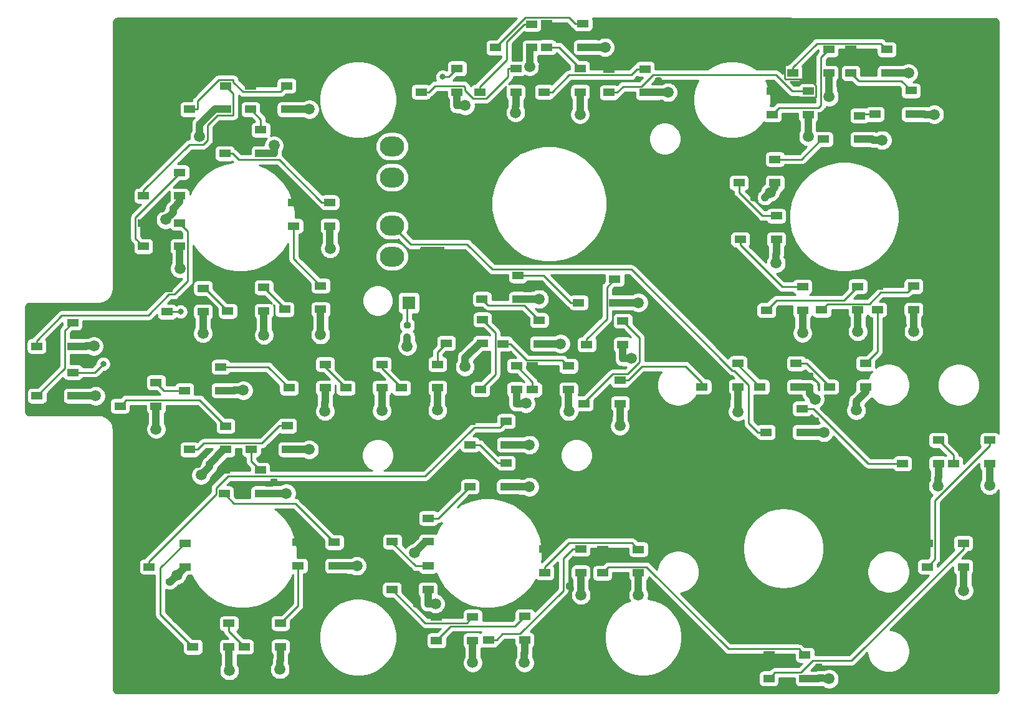
<source format=gbr>
G04 #@! TF.GenerationSoftware,KiCad,Pcbnew,(5.1.6)-1*
G04 #@! TF.CreationDate,2021-02-10T21:53:07+11:00*
G04 #@! TF.ProjectId,ECS Panel PCB V2,45435320-5061-46e6-956c-205043422056,rev?*
G04 #@! TF.SameCoordinates,Original*
G04 #@! TF.FileFunction,Copper,L1,Top*
G04 #@! TF.FilePolarity,Positive*
%FSLAX46Y46*%
G04 Gerber Fmt 4.6, Leading zero omitted, Abs format (unit mm)*
G04 Created by KiCad (PCBNEW (5.1.6)-1) date 2021-02-10 21:53:07*
%MOMM*%
%LPD*%
G01*
G04 APERTURE LIST*
G04 #@! TA.AperFunction,SMDPad,CuDef*
%ADD10R,1.500000X1.000000*%
G04 #@! TD*
G04 #@! TA.AperFunction,ComponentPad*
%ADD11O,3.300000X2.700000*%
G04 #@! TD*
G04 #@! TA.AperFunction,ComponentPad*
%ADD12C,1.800000*%
G04 #@! TD*
G04 #@! TA.AperFunction,ComponentPad*
%ADD13R,1.800000X1.800000*%
G04 #@! TD*
G04 #@! TA.AperFunction,ViaPad*
%ADD14C,1.500000*%
G04 #@! TD*
G04 #@! TA.AperFunction,ViaPad*
%ADD15C,0.800000*%
G04 #@! TD*
G04 #@! TA.AperFunction,Conductor*
%ADD16C,1.000000*%
G04 #@! TD*
G04 #@! TA.AperFunction,Conductor*
%ADD17C,0.250000*%
G04 #@! TD*
G04 #@! TA.AperFunction,Conductor*
%ADD18C,0.254000*%
G04 #@! TD*
G04 APERTURE END LIST*
D10*
G04 #@! TO.P,D8,1*
G04 #@! TO.N,/LED+5V*
X49213600Y-82804200D03*
G04 #@! TO.P,D8,2*
G04 #@! TO.N,Net-(D8-Pad2)*
X49213600Y-86004200D03*
G04 #@! TO.P,D8,4*
G04 #@! TO.N,Net-(D7-Pad2)*
X54113600Y-82804200D03*
G04 #@! TO.P,D8,3*
G04 #@! TO.N,/LEDGND*
X54113600Y-86004200D03*
G04 #@! TD*
G04 #@! TO.P,C62,2*
G04 #@! TO.N,/LEDGND*
G04 #@! TA.AperFunction,SMDPad,CuDef*
G36*
G01*
X89043750Y-130862000D02*
X89556250Y-130862000D01*
G75*
G02*
X89775000Y-131080750I0J-218750D01*
G01*
X89775000Y-131518250D01*
G75*
G02*
X89556250Y-131737000I-218750J0D01*
G01*
X89043750Y-131737000D01*
G75*
G02*
X88825000Y-131518250I0J218750D01*
G01*
X88825000Y-131080750D01*
G75*
G02*
X89043750Y-130862000I218750J0D01*
G01*
G37*
G04 #@! TD.AperFunction*
G04 #@! TO.P,C62,1*
G04 #@! TO.N,/LED+5V*
G04 #@! TA.AperFunction,SMDPad,CuDef*
G36*
G01*
X89043750Y-129287000D02*
X89556250Y-129287000D01*
G75*
G02*
X89775000Y-129505750I0J-218750D01*
G01*
X89775000Y-129943250D01*
G75*
G02*
X89556250Y-130162000I-218750J0D01*
G01*
X89043750Y-130162000D01*
G75*
G02*
X88825000Y-129943250I0J218750D01*
G01*
X88825000Y-129505750D01*
G75*
G02*
X89043750Y-129287000I218750J0D01*
G01*
G37*
G04 #@! TD.AperFunction*
G04 #@! TD*
G04 #@! TO.P,C61,2*
G04 #@! TO.N,/LEDGND*
G04 #@! TA.AperFunction,SMDPad,CuDef*
G36*
G01*
X89043750Y-125162000D02*
X89556250Y-125162000D01*
G75*
G02*
X89775000Y-125380750I0J-218750D01*
G01*
X89775000Y-125818250D01*
G75*
G02*
X89556250Y-126037000I-218750J0D01*
G01*
X89043750Y-126037000D01*
G75*
G02*
X88825000Y-125818250I0J218750D01*
G01*
X88825000Y-125380750D01*
G75*
G02*
X89043750Y-125162000I218750J0D01*
G01*
G37*
G04 #@! TD.AperFunction*
G04 #@! TO.P,C61,1*
G04 #@! TO.N,/LED+5V*
G04 #@! TA.AperFunction,SMDPad,CuDef*
G36*
G01*
X89043750Y-123587000D02*
X89556250Y-123587000D01*
G75*
G02*
X89775000Y-123805750I0J-218750D01*
G01*
X89775000Y-124243250D01*
G75*
G02*
X89556250Y-124462000I-218750J0D01*
G01*
X89043750Y-124462000D01*
G75*
G02*
X88825000Y-124243250I0J218750D01*
G01*
X88825000Y-123805750D01*
G75*
G02*
X89043750Y-123587000I218750J0D01*
G01*
G37*
G04 #@! TD.AperFunction*
G04 #@! TD*
G04 #@! TO.P,C60,2*
G04 #@! TO.N,/LEDGND*
G04 #@! TA.AperFunction,SMDPad,CuDef*
G36*
G01*
X56262500Y-155256250D02*
X56262500Y-154743750D01*
G75*
G02*
X56481250Y-154525000I218750J0D01*
G01*
X56918750Y-154525000D01*
G75*
G02*
X57137500Y-154743750I0J-218750D01*
G01*
X57137500Y-155256250D01*
G75*
G02*
X56918750Y-155475000I-218750J0D01*
G01*
X56481250Y-155475000D01*
G75*
G02*
X56262500Y-155256250I0J218750D01*
G01*
G37*
G04 #@! TD.AperFunction*
G04 #@! TO.P,C60,1*
G04 #@! TO.N,/LED+5V*
G04 #@! TA.AperFunction,SMDPad,CuDef*
G36*
G01*
X54687500Y-155256250D02*
X54687500Y-154743750D01*
G75*
G02*
X54906250Y-154525000I218750J0D01*
G01*
X55343750Y-154525000D01*
G75*
G02*
X55562500Y-154743750I0J-218750D01*
G01*
X55562500Y-155256250D01*
G75*
G02*
X55343750Y-155475000I-218750J0D01*
G01*
X54906250Y-155475000D01*
G75*
G02*
X54687500Y-155256250I0J218750D01*
G01*
G37*
G04 #@! TD.AperFunction*
G04 #@! TD*
G04 #@! TO.P,C59,2*
G04 #@! TO.N,/LEDGND*
G04 #@! TA.AperFunction,SMDPad,CuDef*
G36*
G01*
X123662000Y-99956250D02*
X123662000Y-99443750D01*
G75*
G02*
X123880750Y-99225000I218750J0D01*
G01*
X124318250Y-99225000D01*
G75*
G02*
X124537000Y-99443750I0J-218750D01*
G01*
X124537000Y-99956250D01*
G75*
G02*
X124318250Y-100175000I-218750J0D01*
G01*
X123880750Y-100175000D01*
G75*
G02*
X123662000Y-99956250I0J218750D01*
G01*
G37*
G04 #@! TD.AperFunction*
G04 #@! TO.P,C59,1*
G04 #@! TO.N,/LED+5V*
G04 #@! TA.AperFunction,SMDPad,CuDef*
G36*
G01*
X122087000Y-99956250D02*
X122087000Y-99443750D01*
G75*
G02*
X122305750Y-99225000I218750J0D01*
G01*
X122743250Y-99225000D01*
G75*
G02*
X122962000Y-99443750I0J-218750D01*
G01*
X122962000Y-99956250D01*
G75*
G02*
X122743250Y-100175000I-218750J0D01*
G01*
X122305750Y-100175000D01*
G75*
G02*
X122087000Y-99956250I0J218750D01*
G01*
G37*
G04 #@! TD.AperFunction*
G04 #@! TD*
G04 #@! TO.P,C58,2*
G04 #@! TO.N,/LEDGND*
G04 #@! TA.AperFunction,SMDPad,CuDef*
G36*
G01*
X134762000Y-109456250D02*
X134762000Y-108943750D01*
G75*
G02*
X134980750Y-108725000I218750J0D01*
G01*
X135418250Y-108725000D01*
G75*
G02*
X135637000Y-108943750I0J-218750D01*
G01*
X135637000Y-109456250D01*
G75*
G02*
X135418250Y-109675000I-218750J0D01*
G01*
X134980750Y-109675000D01*
G75*
G02*
X134762000Y-109456250I0J218750D01*
G01*
G37*
G04 #@! TD.AperFunction*
G04 #@! TO.P,C58,1*
G04 #@! TO.N,/LED+5V*
G04 #@! TA.AperFunction,SMDPad,CuDef*
G36*
G01*
X133187000Y-109456250D02*
X133187000Y-108943750D01*
G75*
G02*
X133405750Y-108725000I218750J0D01*
G01*
X133843250Y-108725000D01*
G75*
G02*
X134062000Y-108943750I0J-218750D01*
G01*
X134062000Y-109456250D01*
G75*
G02*
X133843250Y-109675000I-218750J0D01*
G01*
X133405750Y-109675000D01*
G75*
G02*
X133187000Y-109456250I0J218750D01*
G01*
G37*
G04 #@! TD.AperFunction*
G04 #@! TD*
G04 #@! TO.P,C57,2*
G04 #@! TO.N,/LEDGND*
G04 #@! TA.AperFunction,SMDPad,CuDef*
G36*
G01*
X142362000Y-109356250D02*
X142362000Y-108843750D01*
G75*
G02*
X142580750Y-108625000I218750J0D01*
G01*
X143018250Y-108625000D01*
G75*
G02*
X143237000Y-108843750I0J-218750D01*
G01*
X143237000Y-109356250D01*
G75*
G02*
X143018250Y-109575000I-218750J0D01*
G01*
X142580750Y-109575000D01*
G75*
G02*
X142362000Y-109356250I0J218750D01*
G01*
G37*
G04 #@! TD.AperFunction*
G04 #@! TO.P,C57,1*
G04 #@! TO.N,/LED+5V*
G04 #@! TA.AperFunction,SMDPad,CuDef*
G36*
G01*
X140787000Y-109356250D02*
X140787000Y-108843750D01*
G75*
G02*
X141005750Y-108625000I218750J0D01*
G01*
X141443250Y-108625000D01*
G75*
G02*
X141662000Y-108843750I0J-218750D01*
G01*
X141662000Y-109356250D01*
G75*
G02*
X141443250Y-109575000I-218750J0D01*
G01*
X141005750Y-109575000D01*
G75*
G02*
X140787000Y-109356250I0J218750D01*
G01*
G37*
G04 #@! TD.AperFunction*
G04 #@! TD*
G04 #@! TO.P,C56,2*
G04 #@! TO.N,/LEDGND*
G04 #@! TA.AperFunction,SMDPad,CuDef*
G36*
G01*
X122162000Y-92256250D02*
X122162000Y-91743750D01*
G75*
G02*
X122380750Y-91525000I218750J0D01*
G01*
X122818250Y-91525000D01*
G75*
G02*
X123037000Y-91743750I0J-218750D01*
G01*
X123037000Y-92256250D01*
G75*
G02*
X122818250Y-92475000I-218750J0D01*
G01*
X122380750Y-92475000D01*
G75*
G02*
X122162000Y-92256250I0J218750D01*
G01*
G37*
G04 #@! TD.AperFunction*
G04 #@! TO.P,C56,1*
G04 #@! TO.N,/LED+5V*
G04 #@! TA.AperFunction,SMDPad,CuDef*
G36*
G01*
X120587000Y-92256250D02*
X120587000Y-91743750D01*
G75*
G02*
X120805750Y-91525000I218750J0D01*
G01*
X121243250Y-91525000D01*
G75*
G02*
X121462000Y-91743750I0J-218750D01*
G01*
X121462000Y-92256250D01*
G75*
G02*
X121243250Y-92475000I-218750J0D01*
G01*
X120805750Y-92475000D01*
G75*
G02*
X120587000Y-92256250I0J218750D01*
G01*
G37*
G04 #@! TD.AperFunction*
G04 #@! TD*
G04 #@! TO.P,C55,2*
G04 #@! TO.N,/LEDGND*
G04 #@! TA.AperFunction,SMDPad,CuDef*
G36*
G01*
X137043750Y-83762500D02*
X137556250Y-83762500D01*
G75*
G02*
X137775000Y-83981250I0J-218750D01*
G01*
X137775000Y-84418750D01*
G75*
G02*
X137556250Y-84637500I-218750J0D01*
G01*
X137043750Y-84637500D01*
G75*
G02*
X136825000Y-84418750I0J218750D01*
G01*
X136825000Y-83981250D01*
G75*
G02*
X137043750Y-83762500I218750J0D01*
G01*
G37*
G04 #@! TD.AperFunction*
G04 #@! TO.P,C55,1*
G04 #@! TO.N,/LED+5V*
G04 #@! TA.AperFunction,SMDPad,CuDef*
G36*
G01*
X137043750Y-82187500D02*
X137556250Y-82187500D01*
G75*
G02*
X137775000Y-82406250I0J-218750D01*
G01*
X137775000Y-82843750D01*
G75*
G02*
X137556250Y-83062500I-218750J0D01*
G01*
X137043750Y-83062500D01*
G75*
G02*
X136825000Y-82843750I0J218750D01*
G01*
X136825000Y-82406250D01*
G75*
G02*
X137043750Y-82187500I218750J0D01*
G01*
G37*
G04 #@! TD.AperFunction*
G04 #@! TD*
G04 #@! TO.P,C54,2*
G04 #@! TO.N,/LEDGND*
G04 #@! TA.AperFunction,SMDPad,CuDef*
G36*
G01*
X144043750Y-80262500D02*
X144556250Y-80262500D01*
G75*
G02*
X144775000Y-80481250I0J-218750D01*
G01*
X144775000Y-80918750D01*
G75*
G02*
X144556250Y-81137500I-218750J0D01*
G01*
X144043750Y-81137500D01*
G75*
G02*
X143825000Y-80918750I0J218750D01*
G01*
X143825000Y-80481250D01*
G75*
G02*
X144043750Y-80262500I218750J0D01*
G01*
G37*
G04 #@! TD.AperFunction*
G04 #@! TO.P,C54,1*
G04 #@! TO.N,/LED+5V*
G04 #@! TA.AperFunction,SMDPad,CuDef*
G36*
G01*
X144043750Y-78687500D02*
X144556250Y-78687500D01*
G75*
G02*
X144775000Y-78906250I0J-218750D01*
G01*
X144775000Y-79343750D01*
G75*
G02*
X144556250Y-79562500I-218750J0D01*
G01*
X144043750Y-79562500D01*
G75*
G02*
X143825000Y-79343750I0J218750D01*
G01*
X143825000Y-78906250D01*
G75*
G02*
X144043750Y-78687500I218750J0D01*
G01*
G37*
G04 #@! TD.AperFunction*
G04 #@! TD*
G04 #@! TO.P,C53,2*
G04 #@! TO.N,/LEDGND*
G04 #@! TA.AperFunction,SMDPad,CuDef*
G36*
G01*
X140743750Y-74662500D02*
X141256250Y-74662500D01*
G75*
G02*
X141475000Y-74881250I0J-218750D01*
G01*
X141475000Y-75318750D01*
G75*
G02*
X141256250Y-75537500I-218750J0D01*
G01*
X140743750Y-75537500D01*
G75*
G02*
X140525000Y-75318750I0J218750D01*
G01*
X140525000Y-74881250D01*
G75*
G02*
X140743750Y-74662500I218750J0D01*
G01*
G37*
G04 #@! TD.AperFunction*
G04 #@! TO.P,C53,1*
G04 #@! TO.N,/LED+5V*
G04 #@! TA.AperFunction,SMDPad,CuDef*
G36*
G01*
X140743750Y-73087500D02*
X141256250Y-73087500D01*
G75*
G02*
X141475000Y-73306250I0J-218750D01*
G01*
X141475000Y-73743750D01*
G75*
G02*
X141256250Y-73962500I-218750J0D01*
G01*
X140743750Y-73962500D01*
G75*
G02*
X140525000Y-73743750I0J218750D01*
G01*
X140525000Y-73306250D01*
G75*
G02*
X140743750Y-73087500I218750J0D01*
G01*
G37*
G04 #@! TD.AperFunction*
G04 #@! TD*
G04 #@! TO.P,C52,2*
G04 #@! TO.N,/LEDGND*
G04 #@! TA.AperFunction,SMDPad,CuDef*
G36*
G01*
X131738000Y-76843750D02*
X131738000Y-77356250D01*
G75*
G02*
X131519250Y-77575000I-218750J0D01*
G01*
X131081750Y-77575000D01*
G75*
G02*
X130863000Y-77356250I0J218750D01*
G01*
X130863000Y-76843750D01*
G75*
G02*
X131081750Y-76625000I218750J0D01*
G01*
X131519250Y-76625000D01*
G75*
G02*
X131738000Y-76843750I0J-218750D01*
G01*
G37*
G04 #@! TD.AperFunction*
G04 #@! TO.P,C52,1*
G04 #@! TO.N,/LED+5V*
G04 #@! TA.AperFunction,SMDPad,CuDef*
G36*
G01*
X133313000Y-76843750D02*
X133313000Y-77356250D01*
G75*
G02*
X133094250Y-77575000I-218750J0D01*
G01*
X132656750Y-77575000D01*
G75*
G02*
X132438000Y-77356250I0J218750D01*
G01*
X132438000Y-76843750D01*
G75*
G02*
X132656750Y-76625000I218750J0D01*
G01*
X133094250Y-76625000D01*
G75*
G02*
X133313000Y-76843750I0J-218750D01*
G01*
G37*
G04 #@! TD.AperFunction*
G04 #@! TD*
G04 #@! TO.P,C51,2*
G04 #@! TO.N,/LEDGND*
G04 #@! TA.AperFunction,SMDPad,CuDef*
G36*
G01*
X127262000Y-109456250D02*
X127262000Y-108943750D01*
G75*
G02*
X127480750Y-108725000I218750J0D01*
G01*
X127918250Y-108725000D01*
G75*
G02*
X128137000Y-108943750I0J-218750D01*
G01*
X128137000Y-109456250D01*
G75*
G02*
X127918250Y-109675000I-218750J0D01*
G01*
X127480750Y-109675000D01*
G75*
G02*
X127262000Y-109456250I0J218750D01*
G01*
G37*
G04 #@! TD.AperFunction*
G04 #@! TO.P,C51,1*
G04 #@! TO.N,/LED+5V*
G04 #@! TA.AperFunction,SMDPad,CuDef*
G36*
G01*
X125687000Y-109456250D02*
X125687000Y-108943750D01*
G75*
G02*
X125905750Y-108725000I218750J0D01*
G01*
X126343250Y-108725000D01*
G75*
G02*
X126562000Y-108943750I0J-218750D01*
G01*
X126562000Y-109456250D01*
G75*
G02*
X126343250Y-109675000I-218750J0D01*
G01*
X125905750Y-109675000D01*
G75*
G02*
X125687000Y-109456250I0J218750D01*
G01*
G37*
G04 #@! TD.AperFunction*
G04 #@! TD*
G04 #@! TO.P,C50,2*
G04 #@! TO.N,/LEDGND*
G04 #@! TA.AperFunction,SMDPad,CuDef*
G36*
G01*
X129643750Y-156862000D02*
X130156250Y-156862000D01*
G75*
G02*
X130375000Y-157080750I0J-218750D01*
G01*
X130375000Y-157518250D01*
G75*
G02*
X130156250Y-157737000I-218750J0D01*
G01*
X129643750Y-157737000D01*
G75*
G02*
X129425000Y-157518250I0J218750D01*
G01*
X129425000Y-157080750D01*
G75*
G02*
X129643750Y-156862000I218750J0D01*
G01*
G37*
G04 #@! TD.AperFunction*
G04 #@! TO.P,C50,1*
G04 #@! TO.N,/LED+5V*
G04 #@! TA.AperFunction,SMDPad,CuDef*
G36*
G01*
X129643750Y-155287000D02*
X130156250Y-155287000D01*
G75*
G02*
X130375000Y-155505750I0J-218750D01*
G01*
X130375000Y-155943250D01*
G75*
G02*
X130156250Y-156162000I-218750J0D01*
G01*
X129643750Y-156162000D01*
G75*
G02*
X129425000Y-155943250I0J218750D01*
G01*
X129425000Y-155505750D01*
G75*
G02*
X129643750Y-155287000I218750J0D01*
G01*
G37*
G04 #@! TD.AperFunction*
G04 #@! TD*
G04 #@! TO.P,C49,2*
G04 #@! TO.N,/LEDGND*
G04 #@! TA.AperFunction,SMDPad,CuDef*
G36*
G01*
X149162000Y-144356250D02*
X149162000Y-143843750D01*
G75*
G02*
X149380750Y-143625000I218750J0D01*
G01*
X149818250Y-143625000D01*
G75*
G02*
X150037000Y-143843750I0J-218750D01*
G01*
X150037000Y-144356250D01*
G75*
G02*
X149818250Y-144575000I-218750J0D01*
G01*
X149380750Y-144575000D01*
G75*
G02*
X149162000Y-144356250I0J218750D01*
G01*
G37*
G04 #@! TD.AperFunction*
G04 #@! TO.P,C49,1*
G04 #@! TO.N,/LED+5V*
G04 #@! TA.AperFunction,SMDPad,CuDef*
G36*
G01*
X147587000Y-144356250D02*
X147587000Y-143843750D01*
G75*
G02*
X147805750Y-143625000I218750J0D01*
G01*
X148243250Y-143625000D01*
G75*
G02*
X148462000Y-143843750I0J-218750D01*
G01*
X148462000Y-144356250D01*
G75*
G02*
X148243250Y-144575000I-218750J0D01*
G01*
X147805750Y-144575000D01*
G75*
G02*
X147587000Y-144356250I0J218750D01*
G01*
G37*
G04 #@! TD.AperFunction*
G04 #@! TD*
G04 #@! TO.P,C48,2*
G04 #@! TO.N,/LEDGND*
G04 #@! TA.AperFunction,SMDPad,CuDef*
G36*
G01*
X152662000Y-130356250D02*
X152662000Y-129843750D01*
G75*
G02*
X152880750Y-129625000I218750J0D01*
G01*
X153318250Y-129625000D01*
G75*
G02*
X153537000Y-129843750I0J-218750D01*
G01*
X153537000Y-130356250D01*
G75*
G02*
X153318250Y-130575000I-218750J0D01*
G01*
X152880750Y-130575000D01*
G75*
G02*
X152662000Y-130356250I0J218750D01*
G01*
G37*
G04 #@! TD.AperFunction*
G04 #@! TO.P,C48,1*
G04 #@! TO.N,/LED+5V*
G04 #@! TA.AperFunction,SMDPad,CuDef*
G36*
G01*
X151087000Y-130356250D02*
X151087000Y-129843750D01*
G75*
G02*
X151305750Y-129625000I218750J0D01*
G01*
X151743250Y-129625000D01*
G75*
G02*
X151962000Y-129843750I0J-218750D01*
G01*
X151962000Y-130356250D01*
G75*
G02*
X151743250Y-130575000I-218750J0D01*
G01*
X151305750Y-130575000D01*
G75*
G02*
X151087000Y-130356250I0J218750D01*
G01*
G37*
G04 #@! TD.AperFunction*
G04 #@! TD*
G04 #@! TO.P,C47,2*
G04 #@! TO.N,/LEDGND*
G04 #@! TA.AperFunction,SMDPad,CuDef*
G36*
G01*
X134562000Y-119956250D02*
X134562000Y-119443750D01*
G75*
G02*
X134780750Y-119225000I218750J0D01*
G01*
X135218250Y-119225000D01*
G75*
G02*
X135437000Y-119443750I0J-218750D01*
G01*
X135437000Y-119956250D01*
G75*
G02*
X135218250Y-120175000I-218750J0D01*
G01*
X134780750Y-120175000D01*
G75*
G02*
X134562000Y-119956250I0J218750D01*
G01*
G37*
G04 #@! TD.AperFunction*
G04 #@! TO.P,C47,1*
G04 #@! TO.N,/LED+5V*
G04 #@! TA.AperFunction,SMDPad,CuDef*
G36*
G01*
X132987000Y-119956250D02*
X132987000Y-119443750D01*
G75*
G02*
X133205750Y-119225000I218750J0D01*
G01*
X133643250Y-119225000D01*
G75*
G02*
X133862000Y-119443750I0J-218750D01*
G01*
X133862000Y-119956250D01*
G75*
G02*
X133643250Y-120175000I-218750J0D01*
G01*
X133205750Y-120175000D01*
G75*
G02*
X132987000Y-119956250I0J218750D01*
G01*
G37*
G04 #@! TD.AperFunction*
G04 #@! TD*
G04 #@! TO.P,C46,2*
G04 #@! TO.N,/LEDGND*
G04 #@! TA.AperFunction,SMDPad,CuDef*
G36*
G01*
X128443750Y-117362000D02*
X128956250Y-117362000D01*
G75*
G02*
X129175000Y-117580750I0J-218750D01*
G01*
X129175000Y-118018250D01*
G75*
G02*
X128956250Y-118237000I-218750J0D01*
G01*
X128443750Y-118237000D01*
G75*
G02*
X128225000Y-118018250I0J218750D01*
G01*
X128225000Y-117580750D01*
G75*
G02*
X128443750Y-117362000I218750J0D01*
G01*
G37*
G04 #@! TD.AperFunction*
G04 #@! TO.P,C46,1*
G04 #@! TO.N,/LED+5V*
G04 #@! TA.AperFunction,SMDPad,CuDef*
G36*
G01*
X128443750Y-115787000D02*
X128956250Y-115787000D01*
G75*
G02*
X129175000Y-116005750I0J-218750D01*
G01*
X129175000Y-116443250D01*
G75*
G02*
X128956250Y-116662000I-218750J0D01*
G01*
X128443750Y-116662000D01*
G75*
G02*
X128225000Y-116443250I0J218750D01*
G01*
X128225000Y-116005750D01*
G75*
G02*
X128443750Y-115787000I218750J0D01*
G01*
G37*
G04 #@! TD.AperFunction*
G04 #@! TD*
G04 #@! TO.P,C45,2*
G04 #@! TO.N,/LEDGND*
G04 #@! TA.AperFunction,SMDPad,CuDef*
G36*
G01*
X145662000Y-130356250D02*
X145662000Y-129843750D01*
G75*
G02*
X145880750Y-129625000I218750J0D01*
G01*
X146318250Y-129625000D01*
G75*
G02*
X146537000Y-129843750I0J-218750D01*
G01*
X146537000Y-130356250D01*
G75*
G02*
X146318250Y-130575000I-218750J0D01*
G01*
X145880750Y-130575000D01*
G75*
G02*
X145662000Y-130356250I0J218750D01*
G01*
G37*
G04 #@! TD.AperFunction*
G04 #@! TO.P,C45,1*
G04 #@! TO.N,/LED+5V*
G04 #@! TA.AperFunction,SMDPad,CuDef*
G36*
G01*
X144087000Y-130356250D02*
X144087000Y-129843750D01*
G75*
G02*
X144305750Y-129625000I218750J0D01*
G01*
X144743250Y-129625000D01*
G75*
G02*
X144962000Y-129843750I0J-218750D01*
G01*
X144962000Y-130356250D01*
G75*
G02*
X144743250Y-130575000I-218750J0D01*
G01*
X144305750Y-130575000D01*
G75*
G02*
X144087000Y-130356250I0J218750D01*
G01*
G37*
G04 #@! TD.AperFunction*
G04 #@! TD*
G04 #@! TO.P,C44,2*
G04 #@! TO.N,/LEDGND*
G04 #@! TA.AperFunction,SMDPad,CuDef*
G36*
G01*
X129243750Y-123462000D02*
X129756250Y-123462000D01*
G75*
G02*
X129975000Y-123680750I0J-218750D01*
G01*
X129975000Y-124118250D01*
G75*
G02*
X129756250Y-124337000I-218750J0D01*
G01*
X129243750Y-124337000D01*
G75*
G02*
X129025000Y-124118250I0J218750D01*
G01*
X129025000Y-123680750D01*
G75*
G02*
X129243750Y-123462000I218750J0D01*
G01*
G37*
G04 #@! TD.AperFunction*
G04 #@! TO.P,C44,1*
G04 #@! TO.N,/LED+5V*
G04 #@! TA.AperFunction,SMDPad,CuDef*
G36*
G01*
X129243750Y-121887000D02*
X129756250Y-121887000D01*
G75*
G02*
X129975000Y-122105750I0J-218750D01*
G01*
X129975000Y-122543250D01*
G75*
G02*
X129756250Y-122762000I-218750J0D01*
G01*
X129243750Y-122762000D01*
G75*
G02*
X129025000Y-122543250I0J218750D01*
G01*
X129025000Y-122105750D01*
G75*
G02*
X129243750Y-121887000I218750J0D01*
G01*
G37*
G04 #@! TD.AperFunction*
G04 #@! TD*
G04 #@! TO.P,C43,2*
G04 #@! TO.N,/LEDGND*
G04 #@! TA.AperFunction,SMDPad,CuDef*
G36*
G01*
X118462000Y-119956250D02*
X118462000Y-119443750D01*
G75*
G02*
X118680750Y-119225000I218750J0D01*
G01*
X119118250Y-119225000D01*
G75*
G02*
X119337000Y-119443750I0J-218750D01*
G01*
X119337000Y-119956250D01*
G75*
G02*
X119118250Y-120175000I-218750J0D01*
G01*
X118680750Y-120175000D01*
G75*
G02*
X118462000Y-119956250I0J218750D01*
G01*
G37*
G04 #@! TD.AperFunction*
G04 #@! TO.P,C43,1*
G04 #@! TO.N,/LED+5V*
G04 #@! TA.AperFunction,SMDPad,CuDef*
G36*
G01*
X116887000Y-119956250D02*
X116887000Y-119443750D01*
G75*
G02*
X117105750Y-119225000I218750J0D01*
G01*
X117543250Y-119225000D01*
G75*
G02*
X117762000Y-119443750I0J-218750D01*
G01*
X117762000Y-119956250D01*
G75*
G02*
X117543250Y-120175000I-218750J0D01*
G01*
X117105750Y-120175000D01*
G75*
G02*
X116887000Y-119956250I0J218750D01*
G01*
G37*
G04 #@! TD.AperFunction*
G04 #@! TD*
G04 #@! TO.P,C42,2*
G04 #@! TO.N,/LEDGND*
G04 #@! TA.AperFunction,SMDPad,CuDef*
G36*
G01*
X104962000Y-145256250D02*
X104962000Y-144743750D01*
G75*
G02*
X105180750Y-144525000I218750J0D01*
G01*
X105618250Y-144525000D01*
G75*
G02*
X105837000Y-144743750I0J-218750D01*
G01*
X105837000Y-145256250D01*
G75*
G02*
X105618250Y-145475000I-218750J0D01*
G01*
X105180750Y-145475000D01*
G75*
G02*
X104962000Y-145256250I0J218750D01*
G01*
G37*
G04 #@! TD.AperFunction*
G04 #@! TO.P,C42,1*
G04 #@! TO.N,/LED+5V*
G04 #@! TA.AperFunction,SMDPad,CuDef*
G36*
G01*
X103387000Y-145256250D02*
X103387000Y-144743750D01*
G75*
G02*
X103605750Y-144525000I218750J0D01*
G01*
X104043250Y-144525000D01*
G75*
G02*
X104262000Y-144743750I0J-218750D01*
G01*
X104262000Y-145256250D01*
G75*
G02*
X104043250Y-145475000I-218750J0D01*
G01*
X103605750Y-145475000D01*
G75*
G02*
X103387000Y-145256250I0J218750D01*
G01*
G37*
G04 #@! TD.AperFunction*
G04 #@! TD*
G04 #@! TO.P,C41,2*
G04 #@! TO.N,/LEDGND*
G04 #@! TA.AperFunction,SMDPad,CuDef*
G36*
G01*
X97162500Y-145056250D02*
X97162500Y-144543750D01*
G75*
G02*
X97381250Y-144325000I218750J0D01*
G01*
X97818750Y-144325000D01*
G75*
G02*
X98037500Y-144543750I0J-218750D01*
G01*
X98037500Y-145056250D01*
G75*
G02*
X97818750Y-145275000I-218750J0D01*
G01*
X97381250Y-145275000D01*
G75*
G02*
X97162500Y-145056250I0J218750D01*
G01*
G37*
G04 #@! TD.AperFunction*
G04 #@! TO.P,C41,1*
G04 #@! TO.N,/LED+5V*
G04 #@! TA.AperFunction,SMDPad,CuDef*
G36*
G01*
X95587500Y-145056250D02*
X95587500Y-144543750D01*
G75*
G02*
X95806250Y-144325000I218750J0D01*
G01*
X96243750Y-144325000D01*
G75*
G02*
X96462500Y-144543750I0J-218750D01*
G01*
X96462500Y-145056250D01*
G75*
G02*
X96243750Y-145275000I-218750J0D01*
G01*
X95806250Y-145275000D01*
G75*
G02*
X95587500Y-145056250I0J218750D01*
G01*
G37*
G04 #@! TD.AperFunction*
G04 #@! TD*
G04 #@! TO.P,C40,2*
G04 #@! TO.N,/LEDGND*
G04 #@! TA.AperFunction,SMDPad,CuDef*
G36*
G01*
X82432500Y-154336250D02*
X82432500Y-153823750D01*
G75*
G02*
X82651250Y-153605000I218750J0D01*
G01*
X83088750Y-153605000D01*
G75*
G02*
X83307500Y-153823750I0J-218750D01*
G01*
X83307500Y-154336250D01*
G75*
G02*
X83088750Y-154555000I-218750J0D01*
G01*
X82651250Y-154555000D01*
G75*
G02*
X82432500Y-154336250I0J218750D01*
G01*
G37*
G04 #@! TD.AperFunction*
G04 #@! TO.P,C40,1*
G04 #@! TO.N,/LED+5V*
G04 #@! TA.AperFunction,SMDPad,CuDef*
G36*
G01*
X80857500Y-154336250D02*
X80857500Y-153823750D01*
G75*
G02*
X81076250Y-153605000I218750J0D01*
G01*
X81513750Y-153605000D01*
G75*
G02*
X81732500Y-153823750I0J-218750D01*
G01*
X81732500Y-154336250D01*
G75*
G02*
X81513750Y-154555000I-218750J0D01*
G01*
X81076250Y-154555000D01*
G75*
G02*
X80857500Y-154336250I0J218750D01*
G01*
G37*
G04 #@! TD.AperFunction*
G04 #@! TD*
G04 #@! TO.P,C39,2*
G04 #@! TO.N,/LEDGND*
G04 #@! TA.AperFunction,SMDPad,CuDef*
G36*
G01*
X89478500Y-154180250D02*
X89478500Y-153667750D01*
G75*
G02*
X89697250Y-153449000I218750J0D01*
G01*
X90134750Y-153449000D01*
G75*
G02*
X90353500Y-153667750I0J-218750D01*
G01*
X90353500Y-154180250D01*
G75*
G02*
X90134750Y-154399000I-218750J0D01*
G01*
X89697250Y-154399000D01*
G75*
G02*
X89478500Y-154180250I0J218750D01*
G01*
G37*
G04 #@! TD.AperFunction*
G04 #@! TO.P,C39,1*
G04 #@! TO.N,/LED+5V*
G04 #@! TA.AperFunction,SMDPad,CuDef*
G36*
G01*
X87903500Y-154180250D02*
X87903500Y-153667750D01*
G75*
G02*
X88122250Y-153449000I218750J0D01*
G01*
X88559750Y-153449000D01*
G75*
G02*
X88778500Y-153667750I0J-218750D01*
G01*
X88778500Y-154180250D01*
G75*
G02*
X88559750Y-154399000I-218750J0D01*
G01*
X88122250Y-154399000D01*
G75*
G02*
X87903500Y-154180250I0J218750D01*
G01*
G37*
G04 #@! TD.AperFunction*
G04 #@! TD*
G04 #@! TO.P,C38,2*
G04 #@! TO.N,/LEDGND*
G04 #@! TA.AperFunction,SMDPad,CuDef*
G36*
G01*
X41956250Y-144637500D02*
X41443750Y-144637500D01*
G75*
G02*
X41225000Y-144418750I0J218750D01*
G01*
X41225000Y-143981250D01*
G75*
G02*
X41443750Y-143762500I218750J0D01*
G01*
X41956250Y-143762500D01*
G75*
G02*
X42175000Y-143981250I0J-218750D01*
G01*
X42175000Y-144418750D01*
G75*
G02*
X41956250Y-144637500I-218750J0D01*
G01*
G37*
G04 #@! TD.AperFunction*
G04 #@! TO.P,C38,1*
G04 #@! TO.N,/LED+5V*
G04 #@! TA.AperFunction,SMDPad,CuDef*
G36*
G01*
X41956250Y-146212500D02*
X41443750Y-146212500D01*
G75*
G02*
X41225000Y-145993750I0J218750D01*
G01*
X41225000Y-145556250D01*
G75*
G02*
X41443750Y-145337500I218750J0D01*
G01*
X41956250Y-145337500D01*
G75*
G02*
X42175000Y-145556250I0J-218750D01*
G01*
X42175000Y-145993750D01*
G75*
G02*
X41956250Y-146212500I-218750J0D01*
G01*
G37*
G04 #@! TD.AperFunction*
G04 #@! TD*
G04 #@! TO.P,C37,2*
G04 #@! TO.N,/LEDGND*
G04 #@! TA.AperFunction,SMDPad,CuDef*
G36*
G01*
X49342500Y-155286250D02*
X49342500Y-154773750D01*
G75*
G02*
X49561250Y-154555000I218750J0D01*
G01*
X49998750Y-154555000D01*
G75*
G02*
X50217500Y-154773750I0J-218750D01*
G01*
X50217500Y-155286250D01*
G75*
G02*
X49998750Y-155505000I-218750J0D01*
G01*
X49561250Y-155505000D01*
G75*
G02*
X49342500Y-155286250I0J218750D01*
G01*
G37*
G04 #@! TD.AperFunction*
G04 #@! TO.P,C37,1*
G04 #@! TO.N,/LED+5V*
G04 #@! TA.AperFunction,SMDPad,CuDef*
G36*
G01*
X47767500Y-155286250D02*
X47767500Y-154773750D01*
G75*
G02*
X47986250Y-154555000I218750J0D01*
G01*
X48423750Y-154555000D01*
G75*
G02*
X48642500Y-154773750I0J-218750D01*
G01*
X48642500Y-155286250D01*
G75*
G02*
X48423750Y-155505000I-218750J0D01*
G01*
X47986250Y-155505000D01*
G75*
G02*
X47767500Y-155286250I0J218750D01*
G01*
G37*
G04 #@! TD.AperFunction*
G04 #@! TD*
G04 #@! TO.P,C36,2*
G04 #@! TO.N,/LEDGND*
G04 #@! TA.AperFunction,SMDPad,CuDef*
G36*
G01*
X76382500Y-147456250D02*
X76382500Y-146943750D01*
G75*
G02*
X76601250Y-146725000I218750J0D01*
G01*
X77038750Y-146725000D01*
G75*
G02*
X77257500Y-146943750I0J-218750D01*
G01*
X77257500Y-147456250D01*
G75*
G02*
X77038750Y-147675000I-218750J0D01*
G01*
X76601250Y-147675000D01*
G75*
G02*
X76382500Y-147456250I0J218750D01*
G01*
G37*
G04 #@! TD.AperFunction*
G04 #@! TO.P,C36,1*
G04 #@! TO.N,/LED+5V*
G04 #@! TA.AperFunction,SMDPad,CuDef*
G36*
G01*
X74807500Y-147456250D02*
X74807500Y-146943750D01*
G75*
G02*
X75026250Y-146725000I218750J0D01*
G01*
X75463750Y-146725000D01*
G75*
G02*
X75682500Y-146943750I0J-218750D01*
G01*
X75682500Y-147456250D01*
G75*
G02*
X75463750Y-147675000I-218750J0D01*
G01*
X75026250Y-147675000D01*
G75*
G02*
X74807500Y-147456250I0J218750D01*
G01*
G37*
G04 #@! TD.AperFunction*
G04 #@! TD*
G04 #@! TO.P,C35,2*
G04 #@! TO.N,/LEDGND*
G04 #@! TA.AperFunction,SMDPad,CuDef*
G36*
G01*
X65653750Y-141612000D02*
X66166250Y-141612000D01*
G75*
G02*
X66385000Y-141830750I0J-218750D01*
G01*
X66385000Y-142268250D01*
G75*
G02*
X66166250Y-142487000I-218750J0D01*
G01*
X65653750Y-142487000D01*
G75*
G02*
X65435000Y-142268250I0J218750D01*
G01*
X65435000Y-141830750D01*
G75*
G02*
X65653750Y-141612000I218750J0D01*
G01*
G37*
G04 #@! TD.AperFunction*
G04 #@! TO.P,C35,1*
G04 #@! TO.N,/LED+5V*
G04 #@! TA.AperFunction,SMDPad,CuDef*
G36*
G01*
X65653750Y-140037000D02*
X66166250Y-140037000D01*
G75*
G02*
X66385000Y-140255750I0J-218750D01*
G01*
X66385000Y-140693250D01*
G75*
G02*
X66166250Y-140912000I-218750J0D01*
G01*
X65653750Y-140912000D01*
G75*
G02*
X65435000Y-140693250I0J218750D01*
G01*
X65435000Y-140255750D01*
G75*
G02*
X65653750Y-140037000I218750J0D01*
G01*
G37*
G04 #@! TD.AperFunction*
G04 #@! TD*
G04 #@! TO.P,C34,2*
G04 #@! TO.N,/LEDGND*
G04 #@! TA.AperFunction,SMDPad,CuDef*
G36*
G01*
X55623750Y-131742000D02*
X56136250Y-131742000D01*
G75*
G02*
X56355000Y-131960750I0J-218750D01*
G01*
X56355000Y-132398250D01*
G75*
G02*
X56136250Y-132617000I-218750J0D01*
G01*
X55623750Y-132617000D01*
G75*
G02*
X55405000Y-132398250I0J218750D01*
G01*
X55405000Y-131960750D01*
G75*
G02*
X55623750Y-131742000I218750J0D01*
G01*
G37*
G04 #@! TD.AperFunction*
G04 #@! TO.P,C34,1*
G04 #@! TO.N,/LED+5V*
G04 #@! TA.AperFunction,SMDPad,CuDef*
G36*
G01*
X55623750Y-130167000D02*
X56136250Y-130167000D01*
G75*
G02*
X56355000Y-130385750I0J-218750D01*
G01*
X56355000Y-130823250D01*
G75*
G02*
X56136250Y-131042000I-218750J0D01*
G01*
X55623750Y-131042000D01*
G75*
G02*
X55405000Y-130823250I0J218750D01*
G01*
X55405000Y-130385750D01*
G75*
G02*
X55623750Y-130167000I218750J0D01*
G01*
G37*
G04 #@! TD.AperFunction*
G04 #@! TD*
G04 #@! TO.P,C33,2*
G04 #@! TO.N,/LEDGND*
G04 #@! TA.AperFunction,SMDPad,CuDef*
G36*
G01*
X59283750Y-125782000D02*
X59796250Y-125782000D01*
G75*
G02*
X60015000Y-126000750I0J-218750D01*
G01*
X60015000Y-126438250D01*
G75*
G02*
X59796250Y-126657000I-218750J0D01*
G01*
X59283750Y-126657000D01*
G75*
G02*
X59065000Y-126438250I0J218750D01*
G01*
X59065000Y-126000750D01*
G75*
G02*
X59283750Y-125782000I218750J0D01*
G01*
G37*
G04 #@! TD.AperFunction*
G04 #@! TO.P,C33,1*
G04 #@! TO.N,/LED+5V*
G04 #@! TA.AperFunction,SMDPad,CuDef*
G36*
G01*
X59283750Y-124207000D02*
X59796250Y-124207000D01*
G75*
G02*
X60015000Y-124425750I0J-218750D01*
G01*
X60015000Y-124863250D01*
G75*
G02*
X59796250Y-125082000I-218750J0D01*
G01*
X59283750Y-125082000D01*
G75*
G02*
X59065000Y-124863250I0J218750D01*
G01*
X59065000Y-124425750D01*
G75*
G02*
X59283750Y-124207000I218750J0D01*
G01*
G37*
G04 #@! TD.AperFunction*
G04 #@! TD*
G04 #@! TO.P,C32,2*
G04 #@! TO.N,/LEDGND*
G04 #@! TA.AperFunction,SMDPad,CuDef*
G36*
G01*
X46652500Y-128506250D02*
X46652500Y-127993750D01*
G75*
G02*
X46871250Y-127775000I218750J0D01*
G01*
X47308750Y-127775000D01*
G75*
G02*
X47527500Y-127993750I0J-218750D01*
G01*
X47527500Y-128506250D01*
G75*
G02*
X47308750Y-128725000I-218750J0D01*
G01*
X46871250Y-128725000D01*
G75*
G02*
X46652500Y-128506250I0J218750D01*
G01*
G37*
G04 #@! TD.AperFunction*
G04 #@! TO.P,C32,1*
G04 #@! TO.N,/LED+5V*
G04 #@! TA.AperFunction,SMDPad,CuDef*
G36*
G01*
X45077500Y-128506250D02*
X45077500Y-127993750D01*
G75*
G02*
X45296250Y-127775000I218750J0D01*
G01*
X45733750Y-127775000D01*
G75*
G02*
X45952500Y-127993750I0J-218750D01*
G01*
X45952500Y-128506250D01*
G75*
G02*
X45733750Y-128725000I-218750J0D01*
G01*
X45296250Y-128725000D01*
G75*
G02*
X45077500Y-128506250I0J218750D01*
G01*
G37*
G04 #@! TD.AperFunction*
G04 #@! TD*
D11*
G04 #@! TO.P,J2,4*
G04 #@! TO.N,/DATAOUT*
X71936000Y-95800000D03*
G04 #@! TO.P,J2,3*
G04 #@! TO.N,/LEDGND*
X71936000Y-100000000D03*
G04 #@! TO.P,J2,2*
G04 #@! TO.N,/LED+5V*
X77436000Y-95800000D03*
G04 #@! TO.P,J2,1*
G04 #@! TA.AperFunction,ComponentPad*
G36*
G01*
X78835999Y-101350000D02*
X76036001Y-101350000D01*
G75*
G02*
X75786000Y-101099999I0J250001D01*
G01*
X75786000Y-98900001D01*
G75*
G02*
X76036001Y-98650000I250001J0D01*
G01*
X78835999Y-98650000D01*
G75*
G02*
X79086000Y-98900001I0J-250001D01*
G01*
X79086000Y-101099999D01*
G75*
G02*
X78835999Y-101350000I-250001J0D01*
G01*
G37*
G04 #@! TD.AperFunction*
G04 #@! TD*
G04 #@! TO.P,J1,4*
G04 #@! TO.N,/DATAIN*
X71936000Y-85048600D03*
G04 #@! TO.P,J1,3*
G04 #@! TO.N,/LEDGND*
X71936000Y-89248600D03*
G04 #@! TO.P,J1,2*
G04 #@! TO.N,/LED+5V*
X77436000Y-85048600D03*
G04 #@! TO.P,J1,1*
G04 #@! TA.AperFunction,ComponentPad*
G36*
G01*
X78835999Y-90598600D02*
X76036001Y-90598600D01*
G75*
G02*
X75786000Y-90348599I0J250001D01*
G01*
X75786000Y-88148601D01*
G75*
G02*
X76036001Y-87898600I250001J0D01*
G01*
X78835999Y-87898600D01*
G75*
G02*
X79086000Y-88148601I0J-250001D01*
G01*
X79086000Y-90348599D01*
G75*
G02*
X78835999Y-90598600I-250001J0D01*
G01*
G37*
G04 #@! TD.AperFunction*
G04 #@! TD*
G04 #@! TO.P,C31,2*
G04 #@! TO.N,/LEDGND*
G04 #@! TA.AperFunction,SMDPad,CuDef*
G36*
G01*
X128038000Y-82926250D02*
X128038000Y-82413750D01*
G75*
G02*
X128256750Y-82195000I218750J0D01*
G01*
X128694250Y-82195000D01*
G75*
G02*
X128913000Y-82413750I0J-218750D01*
G01*
X128913000Y-82926250D01*
G75*
G02*
X128694250Y-83145000I-218750J0D01*
G01*
X128256750Y-83145000D01*
G75*
G02*
X128038000Y-82926250I0J218750D01*
G01*
G37*
G04 #@! TD.AperFunction*
G04 #@! TO.P,C31,1*
G04 #@! TO.N,/LED+5V*
G04 #@! TA.AperFunction,SMDPad,CuDef*
G36*
G01*
X126463000Y-82926250D02*
X126463000Y-82413750D01*
G75*
G02*
X126681750Y-82195000I218750J0D01*
G01*
X127119250Y-82195000D01*
G75*
G02*
X127338000Y-82413750I0J-218750D01*
G01*
X127338000Y-82926250D01*
G75*
G02*
X127119250Y-83145000I-218750J0D01*
G01*
X126681750Y-83145000D01*
G75*
G02*
X126463000Y-82926250I0J218750D01*
G01*
G37*
G04 #@! TD.AperFunction*
G04 #@! TD*
G04 #@! TO.P,C30,2*
G04 #@! TO.N,/LEDGND*
G04 #@! TA.AperFunction,SMDPad,CuDef*
G36*
G01*
X107863750Y-77252500D02*
X108376250Y-77252500D01*
G75*
G02*
X108595000Y-77471250I0J-218750D01*
G01*
X108595000Y-77908750D01*
G75*
G02*
X108376250Y-78127500I-218750J0D01*
G01*
X107863750Y-78127500D01*
G75*
G02*
X107645000Y-77908750I0J218750D01*
G01*
X107645000Y-77471250D01*
G75*
G02*
X107863750Y-77252500I218750J0D01*
G01*
G37*
G04 #@! TD.AperFunction*
G04 #@! TO.P,C30,1*
G04 #@! TO.N,/LED+5V*
G04 #@! TA.AperFunction,SMDPad,CuDef*
G36*
G01*
X107863750Y-75677500D02*
X108376250Y-75677500D01*
G75*
G02*
X108595000Y-75896250I0J-218750D01*
G01*
X108595000Y-76333750D01*
G75*
G02*
X108376250Y-76552500I-218750J0D01*
G01*
X107863750Y-76552500D01*
G75*
G02*
X107645000Y-76333750I0J218750D01*
G01*
X107645000Y-75896250D01*
G75*
G02*
X107863750Y-75677500I218750J0D01*
G01*
G37*
G04 #@! TD.AperFunction*
G04 #@! TD*
G04 #@! TO.P,C29,2*
G04 #@! TO.N,/LEDGND*
G04 #@! TA.AperFunction,SMDPad,CuDef*
G36*
G01*
X99413750Y-71152500D02*
X99926250Y-71152500D01*
G75*
G02*
X100145000Y-71371250I0J-218750D01*
G01*
X100145000Y-71808750D01*
G75*
G02*
X99926250Y-72027500I-218750J0D01*
G01*
X99413750Y-72027500D01*
G75*
G02*
X99195000Y-71808750I0J218750D01*
G01*
X99195000Y-71371250D01*
G75*
G02*
X99413750Y-71152500I218750J0D01*
G01*
G37*
G04 #@! TD.AperFunction*
G04 #@! TO.P,C29,1*
G04 #@! TO.N,/LED+5V*
G04 #@! TA.AperFunction,SMDPad,CuDef*
G36*
G01*
X99413750Y-69577500D02*
X99926250Y-69577500D01*
G75*
G02*
X100145000Y-69796250I0J-218750D01*
G01*
X100145000Y-70233750D01*
G75*
G02*
X99926250Y-70452500I-218750J0D01*
G01*
X99413750Y-70452500D01*
G75*
G02*
X99195000Y-70233750I0J218750D01*
G01*
X99195000Y-69796250D01*
G75*
G02*
X99413750Y-69577500I218750J0D01*
G01*
G37*
G04 #@! TD.AperFunction*
G04 #@! TD*
G04 #@! TO.P,C28,2*
G04 #@! TO.N,/LEDGND*
G04 #@! TA.AperFunction,SMDPad,CuDef*
G36*
G01*
X97042500Y-79886250D02*
X97042500Y-79373750D01*
G75*
G02*
X97261250Y-79155000I218750J0D01*
G01*
X97698750Y-79155000D01*
G75*
G02*
X97917500Y-79373750I0J-218750D01*
G01*
X97917500Y-79886250D01*
G75*
G02*
X97698750Y-80105000I-218750J0D01*
G01*
X97261250Y-80105000D01*
G75*
G02*
X97042500Y-79886250I0J218750D01*
G01*
G37*
G04 #@! TD.AperFunction*
G04 #@! TO.P,C28,1*
G04 #@! TO.N,/LED+5V*
G04 #@! TA.AperFunction,SMDPad,CuDef*
G36*
G01*
X95467500Y-79886250D02*
X95467500Y-79373750D01*
G75*
G02*
X95686250Y-79155000I218750J0D01*
G01*
X96123750Y-79155000D01*
G75*
G02*
X96342500Y-79373750I0J-218750D01*
G01*
X96342500Y-79886250D01*
G75*
G02*
X96123750Y-80105000I-218750J0D01*
G01*
X95686250Y-80105000D01*
G75*
G02*
X95467500Y-79886250I0J218750D01*
G01*
G37*
G04 #@! TD.AperFunction*
G04 #@! TD*
G04 #@! TO.P,C27,2*
G04 #@! TO.N,/LEDGND*
G04 #@! TA.AperFunction,SMDPad,CuDef*
G36*
G01*
X88292500Y-79866250D02*
X88292500Y-79353750D01*
G75*
G02*
X88511250Y-79135000I218750J0D01*
G01*
X88948750Y-79135000D01*
G75*
G02*
X89167500Y-79353750I0J-218750D01*
G01*
X89167500Y-79866250D01*
G75*
G02*
X88948750Y-80085000I-218750J0D01*
G01*
X88511250Y-80085000D01*
G75*
G02*
X88292500Y-79866250I0J218750D01*
G01*
G37*
G04 #@! TD.AperFunction*
G04 #@! TO.P,C27,1*
G04 #@! TO.N,/LED+5V*
G04 #@! TA.AperFunction,SMDPad,CuDef*
G36*
G01*
X86717500Y-79866250D02*
X86717500Y-79353750D01*
G75*
G02*
X86936250Y-79135000I218750J0D01*
G01*
X87373750Y-79135000D01*
G75*
G02*
X87592500Y-79353750I0J-218750D01*
G01*
X87592500Y-79866250D01*
G75*
G02*
X87373750Y-80085000I-218750J0D01*
G01*
X86936250Y-80085000D01*
G75*
G02*
X86717500Y-79866250I0J218750D01*
G01*
G37*
G04 #@! TD.AperFunction*
G04 #@! TD*
G04 #@! TO.P,C26,2*
G04 #@! TO.N,/LEDGND*
G04 #@! TA.AperFunction,SMDPad,CuDef*
G36*
G01*
X80332500Y-79756250D02*
X80332500Y-79243750D01*
G75*
G02*
X80551250Y-79025000I218750J0D01*
G01*
X80988750Y-79025000D01*
G75*
G02*
X81207500Y-79243750I0J-218750D01*
G01*
X81207500Y-79756250D01*
G75*
G02*
X80988750Y-79975000I-218750J0D01*
G01*
X80551250Y-79975000D01*
G75*
G02*
X80332500Y-79756250I0J218750D01*
G01*
G37*
G04 #@! TD.AperFunction*
G04 #@! TO.P,C26,1*
G04 #@! TO.N,/LED+5V*
G04 #@! TA.AperFunction,SMDPad,CuDef*
G36*
G01*
X78757500Y-79756250D02*
X78757500Y-79243750D01*
G75*
G02*
X78976250Y-79025000I218750J0D01*
G01*
X79413750Y-79025000D01*
G75*
G02*
X79632500Y-79243750I0J-218750D01*
G01*
X79632500Y-79756250D01*
G75*
G02*
X79413750Y-79975000I-218750J0D01*
G01*
X78976250Y-79975000D01*
G75*
G02*
X78757500Y-79756250I0J218750D01*
G01*
G37*
G04 #@! TD.AperFunction*
G04 #@! TD*
G04 #@! TO.P,C25,2*
G04 #@! TO.N,/LEDGND*
G04 #@! TA.AperFunction,SMDPad,CuDef*
G36*
G01*
X81422500Y-114016250D02*
X81422500Y-113503750D01*
G75*
G02*
X81641250Y-113285000I218750J0D01*
G01*
X82078750Y-113285000D01*
G75*
G02*
X82297500Y-113503750I0J-218750D01*
G01*
X82297500Y-114016250D01*
G75*
G02*
X82078750Y-114235000I-218750J0D01*
G01*
X81641250Y-114235000D01*
G75*
G02*
X81422500Y-114016250I0J218750D01*
G01*
G37*
G04 #@! TD.AperFunction*
G04 #@! TO.P,C25,1*
G04 #@! TO.N,/LED+5V*
G04 #@! TA.AperFunction,SMDPad,CuDef*
G36*
G01*
X79847500Y-114016250D02*
X79847500Y-113503750D01*
G75*
G02*
X80066250Y-113285000I218750J0D01*
G01*
X80503750Y-113285000D01*
G75*
G02*
X80722500Y-113503750I0J-218750D01*
G01*
X80722500Y-114016250D01*
G75*
G02*
X80503750Y-114235000I-218750J0D01*
G01*
X80066250Y-114235000D01*
G75*
G02*
X79847500Y-114016250I0J218750D01*
G01*
G37*
G04 #@! TD.AperFunction*
G04 #@! TD*
G04 #@! TO.P,C24,2*
G04 #@! TO.N,/LEDGND*
G04 #@! TA.AperFunction,SMDPad,CuDef*
G36*
G01*
X93493750Y-111418000D02*
X94006250Y-111418000D01*
G75*
G02*
X94225000Y-111636750I0J-218750D01*
G01*
X94225000Y-112074250D01*
G75*
G02*
X94006250Y-112293000I-218750J0D01*
G01*
X93493750Y-112293000D01*
G75*
G02*
X93275000Y-112074250I0J218750D01*
G01*
X93275000Y-111636750D01*
G75*
G02*
X93493750Y-111418000I218750J0D01*
G01*
G37*
G04 #@! TD.AperFunction*
G04 #@! TO.P,C24,1*
G04 #@! TO.N,/LED+5V*
G04 #@! TA.AperFunction,SMDPad,CuDef*
G36*
G01*
X93493750Y-109843000D02*
X94006250Y-109843000D01*
G75*
G02*
X94225000Y-110061750I0J-218750D01*
G01*
X94225000Y-110499250D01*
G75*
G02*
X94006250Y-110718000I-218750J0D01*
G01*
X93493750Y-110718000D01*
G75*
G02*
X93275000Y-110499250I0J218750D01*
G01*
X93275000Y-110061750D01*
G75*
G02*
X93493750Y-109843000I218750J0D01*
G01*
G37*
G04 #@! TD.AperFunction*
G04 #@! TD*
G04 #@! TO.P,C23,2*
G04 #@! TO.N,/LEDGND*
G04 #@! TA.AperFunction,SMDPad,CuDef*
G36*
G01*
X90603750Y-105352000D02*
X91116250Y-105352000D01*
G75*
G02*
X91335000Y-105570750I0J-218750D01*
G01*
X91335000Y-106008250D01*
G75*
G02*
X91116250Y-106227000I-218750J0D01*
G01*
X90603750Y-106227000D01*
G75*
G02*
X90385000Y-106008250I0J218750D01*
G01*
X90385000Y-105570750D01*
G75*
G02*
X90603750Y-105352000I218750J0D01*
G01*
G37*
G04 #@! TD.AperFunction*
G04 #@! TO.P,C23,1*
G04 #@! TO.N,/LED+5V*
G04 #@! TA.AperFunction,SMDPad,CuDef*
G36*
G01*
X90603750Y-103777000D02*
X91116250Y-103777000D01*
G75*
G02*
X91335000Y-103995750I0J-218750D01*
G01*
X91335000Y-104433250D01*
G75*
G02*
X91116250Y-104652000I-218750J0D01*
G01*
X90603750Y-104652000D01*
G75*
G02*
X90385000Y-104433250I0J218750D01*
G01*
X90385000Y-103995750D01*
G75*
G02*
X90603750Y-103777000I218750J0D01*
G01*
G37*
G04 #@! TD.AperFunction*
G04 #@! TD*
G04 #@! TO.P,C22,2*
G04 #@! TO.N,/LEDGND*
G04 #@! TA.AperFunction,SMDPad,CuDef*
G36*
G01*
X103793750Y-105832000D02*
X104306250Y-105832000D01*
G75*
G02*
X104525000Y-106050750I0J-218750D01*
G01*
X104525000Y-106488250D01*
G75*
G02*
X104306250Y-106707000I-218750J0D01*
G01*
X103793750Y-106707000D01*
G75*
G02*
X103575000Y-106488250I0J218750D01*
G01*
X103575000Y-106050750D01*
G75*
G02*
X103793750Y-105832000I218750J0D01*
G01*
G37*
G04 #@! TD.AperFunction*
G04 #@! TO.P,C22,1*
G04 #@! TO.N,/LED+5V*
G04 #@! TA.AperFunction,SMDPad,CuDef*
G36*
G01*
X103793750Y-104257000D02*
X104306250Y-104257000D01*
G75*
G02*
X104525000Y-104475750I0J-218750D01*
G01*
X104525000Y-104913250D01*
G75*
G02*
X104306250Y-105132000I-218750J0D01*
G01*
X103793750Y-105132000D01*
G75*
G02*
X103575000Y-104913250I0J218750D01*
G01*
X103575000Y-104475750D01*
G75*
G02*
X103793750Y-104257000I218750J0D01*
G01*
G37*
G04 #@! TD.AperFunction*
G04 #@! TD*
G04 #@! TO.P,C21,2*
G04 #@! TO.N,/LEDGND*
G04 #@! TA.AperFunction,SMDPad,CuDef*
G36*
G01*
X102460000Y-122246250D02*
X102460000Y-121733750D01*
G75*
G02*
X102678750Y-121515000I218750J0D01*
G01*
X103116250Y-121515000D01*
G75*
G02*
X103335000Y-121733750I0J-218750D01*
G01*
X103335000Y-122246250D01*
G75*
G02*
X103116250Y-122465000I-218750J0D01*
G01*
X102678750Y-122465000D01*
G75*
G02*
X102460000Y-122246250I0J218750D01*
G01*
G37*
G04 #@! TD.AperFunction*
G04 #@! TO.P,C21,1*
G04 #@! TO.N,/LED+5V*
G04 #@! TA.AperFunction,SMDPad,CuDef*
G36*
G01*
X100885000Y-122246250D02*
X100885000Y-121733750D01*
G75*
G02*
X101103750Y-121515000I218750J0D01*
G01*
X101541250Y-121515000D01*
G75*
G02*
X101760000Y-121733750I0J-218750D01*
G01*
X101760000Y-122246250D01*
G75*
G02*
X101541250Y-122465000I-218750J0D01*
G01*
X101103750Y-122465000D01*
G75*
G02*
X100885000Y-122246250I0J218750D01*
G01*
G37*
G04 #@! TD.AperFunction*
G04 #@! TD*
G04 #@! TO.P,C20,2*
G04 #@! TO.N,/LEDGND*
G04 #@! TA.AperFunction,SMDPad,CuDef*
G36*
G01*
X102842000Y-114116250D02*
X102842000Y-113603750D01*
G75*
G02*
X103060750Y-113385000I218750J0D01*
G01*
X103498250Y-113385000D01*
G75*
G02*
X103717000Y-113603750I0J-218750D01*
G01*
X103717000Y-114116250D01*
G75*
G02*
X103498250Y-114335000I-218750J0D01*
G01*
X103060750Y-114335000D01*
G75*
G02*
X102842000Y-114116250I0J218750D01*
G01*
G37*
G04 #@! TD.AperFunction*
G04 #@! TO.P,C20,1*
G04 #@! TO.N,/LED+5V*
G04 #@! TA.AperFunction,SMDPad,CuDef*
G36*
G01*
X101267000Y-114116250D02*
X101267000Y-113603750D01*
G75*
G02*
X101485750Y-113385000I218750J0D01*
G01*
X101923250Y-113385000D01*
G75*
G02*
X102142000Y-113603750I0J-218750D01*
G01*
X102142000Y-114116250D01*
G75*
G02*
X101923250Y-114335000I-218750J0D01*
G01*
X101485750Y-114335000D01*
G75*
G02*
X101267000Y-114116250I0J218750D01*
G01*
G37*
G04 #@! TD.AperFunction*
G04 #@! TD*
G04 #@! TO.P,C19,2*
G04 #@! TO.N,/LEDGND*
G04 #@! TA.AperFunction,SMDPad,CuDef*
G36*
G01*
X95460000Y-120316250D02*
X95460000Y-119803750D01*
G75*
G02*
X95678750Y-119585000I218750J0D01*
G01*
X96116250Y-119585000D01*
G75*
G02*
X96335000Y-119803750I0J-218750D01*
G01*
X96335000Y-120316250D01*
G75*
G02*
X96116250Y-120535000I-218750J0D01*
G01*
X95678750Y-120535000D01*
G75*
G02*
X95460000Y-120316250I0J218750D01*
G01*
G37*
G04 #@! TD.AperFunction*
G04 #@! TO.P,C19,1*
G04 #@! TO.N,/LED+5V*
G04 #@! TA.AperFunction,SMDPad,CuDef*
G36*
G01*
X93885000Y-120316250D02*
X93885000Y-119803750D01*
G75*
G02*
X94103750Y-119585000I218750J0D01*
G01*
X94541250Y-119585000D01*
G75*
G02*
X94760000Y-119803750I0J-218750D01*
G01*
X94760000Y-120316250D01*
G75*
G02*
X94541250Y-120535000I-218750J0D01*
G01*
X94103750Y-120535000D01*
G75*
G02*
X93885000Y-120316250I0J218750D01*
G01*
G37*
G04 #@! TD.AperFunction*
G04 #@! TD*
G04 #@! TO.P,C18,2*
G04 #@! TO.N,/LEDGND*
G04 #@! TA.AperFunction,SMDPad,CuDef*
G36*
G01*
X88402500Y-120246250D02*
X88402500Y-119733750D01*
G75*
G02*
X88621250Y-119515000I218750J0D01*
G01*
X89058750Y-119515000D01*
G75*
G02*
X89277500Y-119733750I0J-218750D01*
G01*
X89277500Y-120246250D01*
G75*
G02*
X89058750Y-120465000I-218750J0D01*
G01*
X88621250Y-120465000D01*
G75*
G02*
X88402500Y-120246250I0J218750D01*
G01*
G37*
G04 #@! TD.AperFunction*
G04 #@! TO.P,C18,1*
G04 #@! TO.N,/LED+5V*
G04 #@! TA.AperFunction,SMDPad,CuDef*
G36*
G01*
X86827500Y-120246250D02*
X86827500Y-119733750D01*
G75*
G02*
X87046250Y-119515000I218750J0D01*
G01*
X87483750Y-119515000D01*
G75*
G02*
X87702500Y-119733750I0J-218750D01*
G01*
X87702500Y-120246250D01*
G75*
G02*
X87483750Y-120465000I-218750J0D01*
G01*
X87046250Y-120465000D01*
G75*
G02*
X86827500Y-120246250I0J218750D01*
G01*
G37*
G04 #@! TD.AperFunction*
G04 #@! TD*
G04 #@! TO.P,C17,2*
G04 #@! TO.N,/LEDGND*
G04 #@! TA.AperFunction,SMDPad,CuDef*
G36*
G01*
X77672500Y-120096250D02*
X77672500Y-119583750D01*
G75*
G02*
X77891250Y-119365000I218750J0D01*
G01*
X78328750Y-119365000D01*
G75*
G02*
X78547500Y-119583750I0J-218750D01*
G01*
X78547500Y-120096250D01*
G75*
G02*
X78328750Y-120315000I-218750J0D01*
G01*
X77891250Y-120315000D01*
G75*
G02*
X77672500Y-120096250I0J218750D01*
G01*
G37*
G04 #@! TD.AperFunction*
G04 #@! TO.P,C17,1*
G04 #@! TO.N,/LED+5V*
G04 #@! TA.AperFunction,SMDPad,CuDef*
G36*
G01*
X76097500Y-120096250D02*
X76097500Y-119583750D01*
G75*
G02*
X76316250Y-119365000I218750J0D01*
G01*
X76753750Y-119365000D01*
G75*
G02*
X76972500Y-119583750I0J-218750D01*
G01*
X76972500Y-120096250D01*
G75*
G02*
X76753750Y-120315000I-218750J0D01*
G01*
X76316250Y-120315000D01*
G75*
G02*
X76097500Y-120096250I0J218750D01*
G01*
G37*
G04 #@! TD.AperFunction*
G04 #@! TD*
G04 #@! TO.P,C16,2*
G04 #@! TO.N,/LEDGND*
G04 #@! TA.AperFunction,SMDPad,CuDef*
G36*
G01*
X70112500Y-120066250D02*
X70112500Y-119553750D01*
G75*
G02*
X70331250Y-119335000I218750J0D01*
G01*
X70768750Y-119335000D01*
G75*
G02*
X70987500Y-119553750I0J-218750D01*
G01*
X70987500Y-120066250D01*
G75*
G02*
X70768750Y-120285000I-218750J0D01*
G01*
X70331250Y-120285000D01*
G75*
G02*
X70112500Y-120066250I0J218750D01*
G01*
G37*
G04 #@! TD.AperFunction*
G04 #@! TO.P,C16,1*
G04 #@! TO.N,/LED+5V*
G04 #@! TA.AperFunction,SMDPad,CuDef*
G36*
G01*
X68537500Y-120066250D02*
X68537500Y-119553750D01*
G75*
G02*
X68756250Y-119335000I218750J0D01*
G01*
X69193750Y-119335000D01*
G75*
G02*
X69412500Y-119553750I0J-218750D01*
G01*
X69412500Y-120066250D01*
G75*
G02*
X69193750Y-120285000I-218750J0D01*
G01*
X68756250Y-120285000D01*
G75*
G02*
X68537500Y-120066250I0J218750D01*
G01*
G37*
G04 #@! TD.AperFunction*
G04 #@! TD*
G04 #@! TO.P,C15,2*
G04 #@! TO.N,/LEDGND*
G04 #@! TA.AperFunction,SMDPad,CuDef*
G36*
G01*
X62392500Y-120076250D02*
X62392500Y-119563750D01*
G75*
G02*
X62611250Y-119345000I218750J0D01*
G01*
X63048750Y-119345000D01*
G75*
G02*
X63267500Y-119563750I0J-218750D01*
G01*
X63267500Y-120076250D01*
G75*
G02*
X63048750Y-120295000I-218750J0D01*
G01*
X62611250Y-120295000D01*
G75*
G02*
X62392500Y-120076250I0J218750D01*
G01*
G37*
G04 #@! TD.AperFunction*
G04 #@! TO.P,C15,1*
G04 #@! TO.N,/LED+5V*
G04 #@! TA.AperFunction,SMDPad,CuDef*
G36*
G01*
X60817500Y-120076250D02*
X60817500Y-119563750D01*
G75*
G02*
X61036250Y-119345000I218750J0D01*
G01*
X61473750Y-119345000D01*
G75*
G02*
X61692500Y-119563750I0J-218750D01*
G01*
X61692500Y-120076250D01*
G75*
G02*
X61473750Y-120295000I-218750J0D01*
G01*
X61036250Y-120295000D01*
G75*
G02*
X60817500Y-120076250I0J218750D01*
G01*
G37*
G04 #@! TD.AperFunction*
G04 #@! TD*
G04 #@! TO.P,C14,2*
G04 #@! TO.N,/LEDGND*
G04 #@! TA.AperFunction,SMDPad,CuDef*
G36*
G01*
X50233750Y-117762000D02*
X50746250Y-117762000D01*
G75*
G02*
X50965000Y-117980750I0J-218750D01*
G01*
X50965000Y-118418250D01*
G75*
G02*
X50746250Y-118637000I-218750J0D01*
G01*
X50233750Y-118637000D01*
G75*
G02*
X50015000Y-118418250I0J218750D01*
G01*
X50015000Y-117980750D01*
G75*
G02*
X50233750Y-117762000I218750J0D01*
G01*
G37*
G04 #@! TD.AperFunction*
G04 #@! TO.P,C14,1*
G04 #@! TO.N,/LED+5V*
G04 #@! TA.AperFunction,SMDPad,CuDef*
G36*
G01*
X50233750Y-116187000D02*
X50746250Y-116187000D01*
G75*
G02*
X50965000Y-116405750I0J-218750D01*
G01*
X50965000Y-116843250D01*
G75*
G02*
X50746250Y-117062000I-218750J0D01*
G01*
X50233750Y-117062000D01*
G75*
G02*
X50015000Y-116843250I0J218750D01*
G01*
X50015000Y-116405750D01*
G75*
G02*
X50233750Y-116187000I218750J0D01*
G01*
G37*
G04 #@! TD.AperFunction*
G04 #@! TD*
G04 #@! TO.P,C13,2*
G04 #@! TO.N,/LEDGND*
G04 #@! TA.AperFunction,SMDPad,CuDef*
G36*
G01*
X39442500Y-122536250D02*
X39442500Y-122023750D01*
G75*
G02*
X39661250Y-121805000I218750J0D01*
G01*
X40098750Y-121805000D01*
G75*
G02*
X40317500Y-122023750I0J-218750D01*
G01*
X40317500Y-122536250D01*
G75*
G02*
X40098750Y-122755000I-218750J0D01*
G01*
X39661250Y-122755000D01*
G75*
G02*
X39442500Y-122536250I0J218750D01*
G01*
G37*
G04 #@! TD.AperFunction*
G04 #@! TO.P,C13,1*
G04 #@! TO.N,/LED+5V*
G04 #@! TA.AperFunction,SMDPad,CuDef*
G36*
G01*
X37867500Y-122536250D02*
X37867500Y-122023750D01*
G75*
G02*
X38086250Y-121805000I218750J0D01*
G01*
X38523750Y-121805000D01*
G75*
G02*
X38742500Y-122023750I0J-218750D01*
G01*
X38742500Y-122536250D01*
G75*
G02*
X38523750Y-122755000I-218750J0D01*
G01*
X38086250Y-122755000D01*
G75*
G02*
X37867500Y-122536250I0J218750D01*
G01*
G37*
G04 #@! TD.AperFunction*
G04 #@! TD*
G04 #@! TO.P,C12,2*
G04 #@! TO.N,/LEDGND*
G04 #@! TA.AperFunction,SMDPad,CuDef*
G36*
G01*
X54092500Y-109636250D02*
X54092500Y-109123750D01*
G75*
G02*
X54311250Y-108905000I218750J0D01*
G01*
X54748750Y-108905000D01*
G75*
G02*
X54967500Y-109123750I0J-218750D01*
G01*
X54967500Y-109636250D01*
G75*
G02*
X54748750Y-109855000I-218750J0D01*
G01*
X54311250Y-109855000D01*
G75*
G02*
X54092500Y-109636250I0J218750D01*
G01*
G37*
G04 #@! TD.AperFunction*
G04 #@! TO.P,C12,1*
G04 #@! TO.N,/LED+5V*
G04 #@! TA.AperFunction,SMDPad,CuDef*
G36*
G01*
X52517500Y-109636250D02*
X52517500Y-109123750D01*
G75*
G02*
X52736250Y-108905000I218750J0D01*
G01*
X53173750Y-108905000D01*
G75*
G02*
X53392500Y-109123750I0J-218750D01*
G01*
X53392500Y-109636250D01*
G75*
G02*
X53173750Y-109855000I-218750J0D01*
G01*
X52736250Y-109855000D01*
G75*
G02*
X52517500Y-109636250I0J218750D01*
G01*
G37*
G04 #@! TD.AperFunction*
G04 #@! TD*
G04 #@! TO.P,C11,2*
G04 #@! TO.N,/LEDGND*
G04 #@! TA.AperFunction,SMDPad,CuDef*
G36*
G01*
X63072500Y-98056250D02*
X63072500Y-97543750D01*
G75*
G02*
X63291250Y-97325000I218750J0D01*
G01*
X63728750Y-97325000D01*
G75*
G02*
X63947500Y-97543750I0J-218750D01*
G01*
X63947500Y-98056250D01*
G75*
G02*
X63728750Y-98275000I-218750J0D01*
G01*
X63291250Y-98275000D01*
G75*
G02*
X63072500Y-98056250I0J218750D01*
G01*
G37*
G04 #@! TD.AperFunction*
G04 #@! TO.P,C11,1*
G04 #@! TO.N,/LED+5V*
G04 #@! TA.AperFunction,SMDPad,CuDef*
G36*
G01*
X61497500Y-98056250D02*
X61497500Y-97543750D01*
G75*
G02*
X61716250Y-97325000I218750J0D01*
G01*
X62153750Y-97325000D01*
G75*
G02*
X62372500Y-97543750I0J-218750D01*
G01*
X62372500Y-98056250D01*
G75*
G02*
X62153750Y-98275000I-218750J0D01*
G01*
X61716250Y-98275000D01*
G75*
G02*
X61497500Y-98056250I0J218750D01*
G01*
G37*
G04 #@! TD.AperFunction*
G04 #@! TD*
G04 #@! TO.P,C10,2*
G04 #@! TO.N,/LEDGND*
G04 #@! TA.AperFunction,SMDPad,CuDef*
G36*
G01*
X61792500Y-109386250D02*
X61792500Y-108873750D01*
G75*
G02*
X62011250Y-108655000I218750J0D01*
G01*
X62448750Y-108655000D01*
G75*
G02*
X62667500Y-108873750I0J-218750D01*
G01*
X62667500Y-109386250D01*
G75*
G02*
X62448750Y-109605000I-218750J0D01*
G01*
X62011250Y-109605000D01*
G75*
G02*
X61792500Y-109386250I0J218750D01*
G01*
G37*
G04 #@! TD.AperFunction*
G04 #@! TO.P,C10,1*
G04 #@! TO.N,/LED+5V*
G04 #@! TA.AperFunction,SMDPad,CuDef*
G36*
G01*
X60217500Y-109386250D02*
X60217500Y-108873750D01*
G75*
G02*
X60436250Y-108655000I218750J0D01*
G01*
X60873750Y-108655000D01*
G75*
G02*
X61092500Y-108873750I0J-218750D01*
G01*
X61092500Y-109386250D01*
G75*
G02*
X60873750Y-109605000I-218750J0D01*
G01*
X60436250Y-109605000D01*
G75*
G02*
X60217500Y-109386250I0J218750D01*
G01*
G37*
G04 #@! TD.AperFunction*
G04 #@! TD*
G04 #@! TO.P,C9,2*
G04 #@! TO.N,/LEDGND*
G04 #@! TA.AperFunction,SMDPad,CuDef*
G36*
G01*
X45822500Y-109726250D02*
X45822500Y-109213750D01*
G75*
G02*
X46041250Y-108995000I218750J0D01*
G01*
X46478750Y-108995000D01*
G75*
G02*
X46697500Y-109213750I0J-218750D01*
G01*
X46697500Y-109726250D01*
G75*
G02*
X46478750Y-109945000I-218750J0D01*
G01*
X46041250Y-109945000D01*
G75*
G02*
X45822500Y-109726250I0J218750D01*
G01*
G37*
G04 #@! TD.AperFunction*
G04 #@! TO.P,C9,1*
G04 #@! TO.N,/LED+5V*
G04 #@! TA.AperFunction,SMDPad,CuDef*
G36*
G01*
X44247500Y-109726250D02*
X44247500Y-109213750D01*
G75*
G02*
X44466250Y-108995000I218750J0D01*
G01*
X44903750Y-108995000D01*
G75*
G02*
X45122500Y-109213750I0J-218750D01*
G01*
X45122500Y-109726250D01*
G75*
G02*
X44903750Y-109945000I-218750J0D01*
G01*
X44466250Y-109945000D01*
G75*
G02*
X44247500Y-109726250I0J218750D01*
G01*
G37*
G04 #@! TD.AperFunction*
G04 #@! TD*
G04 #@! TO.P,C8,2*
G04 #@! TO.N,/LEDGND*
G04 #@! TA.AperFunction,SMDPad,CuDef*
G36*
G01*
X30163750Y-118502000D02*
X30676250Y-118502000D01*
G75*
G02*
X30895000Y-118720750I0J-218750D01*
G01*
X30895000Y-119158250D01*
G75*
G02*
X30676250Y-119377000I-218750J0D01*
G01*
X30163750Y-119377000D01*
G75*
G02*
X29945000Y-119158250I0J218750D01*
G01*
X29945000Y-118720750D01*
G75*
G02*
X30163750Y-118502000I218750J0D01*
G01*
G37*
G04 #@! TD.AperFunction*
G04 #@! TO.P,C8,1*
G04 #@! TO.N,/LED+5V*
G04 #@! TA.AperFunction,SMDPad,CuDef*
G36*
G01*
X30163750Y-116927000D02*
X30676250Y-116927000D01*
G75*
G02*
X30895000Y-117145750I0J-218750D01*
G01*
X30895000Y-117583250D01*
G75*
G02*
X30676250Y-117802000I-218750J0D01*
G01*
X30163750Y-117802000D01*
G75*
G02*
X29945000Y-117583250I0J218750D01*
G01*
X29945000Y-117145750D01*
G75*
G02*
X30163750Y-116927000I218750J0D01*
G01*
G37*
G04 #@! TD.AperFunction*
G04 #@! TD*
G04 #@! TO.P,C7,2*
G04 #@! TO.N,/LEDGND*
G04 #@! TA.AperFunction,SMDPad,CuDef*
G36*
G01*
X30103750Y-111752000D02*
X30616250Y-111752000D01*
G75*
G02*
X30835000Y-111970750I0J-218750D01*
G01*
X30835000Y-112408250D01*
G75*
G02*
X30616250Y-112627000I-218750J0D01*
G01*
X30103750Y-112627000D01*
G75*
G02*
X29885000Y-112408250I0J218750D01*
G01*
X29885000Y-111970750D01*
G75*
G02*
X30103750Y-111752000I218750J0D01*
G01*
G37*
G04 #@! TD.AperFunction*
G04 #@! TO.P,C7,1*
G04 #@! TO.N,/LED+5V*
G04 #@! TA.AperFunction,SMDPad,CuDef*
G36*
G01*
X30103750Y-110177000D02*
X30616250Y-110177000D01*
G75*
G02*
X30835000Y-110395750I0J-218750D01*
G01*
X30835000Y-110833250D01*
G75*
G02*
X30616250Y-111052000I-218750J0D01*
G01*
X30103750Y-111052000D01*
G75*
G02*
X29885000Y-110833250I0J218750D01*
G01*
X29885000Y-110395750D01*
G75*
G02*
X30103750Y-110177000I218750J0D01*
G01*
G37*
G04 #@! TD.AperFunction*
G04 #@! TD*
G04 #@! TO.P,C6,2*
G04 #@! TO.N,/LEDGND*
G04 #@! TA.AperFunction,SMDPad,CuDef*
G36*
G01*
X42652500Y-100866250D02*
X42652500Y-100353750D01*
G75*
G02*
X42871250Y-100135000I218750J0D01*
G01*
X43308750Y-100135000D01*
G75*
G02*
X43527500Y-100353750I0J-218750D01*
G01*
X43527500Y-100866250D01*
G75*
G02*
X43308750Y-101085000I-218750J0D01*
G01*
X42871250Y-101085000D01*
G75*
G02*
X42652500Y-100866250I0J218750D01*
G01*
G37*
G04 #@! TD.AperFunction*
G04 #@! TO.P,C6,1*
G04 #@! TO.N,/LED+5V*
G04 #@! TA.AperFunction,SMDPad,CuDef*
G36*
G01*
X41077500Y-100866250D02*
X41077500Y-100353750D01*
G75*
G02*
X41296250Y-100135000I218750J0D01*
G01*
X41733750Y-100135000D01*
G75*
G02*
X41952500Y-100353750I0J-218750D01*
G01*
X41952500Y-100866250D01*
G75*
G02*
X41733750Y-101085000I-218750J0D01*
G01*
X41296250Y-101085000D01*
G75*
G02*
X41077500Y-100866250I0J218750D01*
G01*
G37*
G04 #@! TD.AperFunction*
G04 #@! TD*
G04 #@! TO.P,C5,2*
G04 #@! TO.N,/LEDGND*
G04 #@! TA.AperFunction,SMDPad,CuDef*
G36*
G01*
X41742500Y-93796250D02*
X41742500Y-93283750D01*
G75*
G02*
X41961250Y-93065000I218750J0D01*
G01*
X42398750Y-93065000D01*
G75*
G02*
X42617500Y-93283750I0J-218750D01*
G01*
X42617500Y-93796250D01*
G75*
G02*
X42398750Y-94015000I-218750J0D01*
G01*
X41961250Y-94015000D01*
G75*
G02*
X41742500Y-93796250I0J218750D01*
G01*
G37*
G04 #@! TD.AperFunction*
G04 #@! TO.P,C5,1*
G04 #@! TO.N,/LED+5V*
G04 #@! TA.AperFunction,SMDPad,CuDef*
G36*
G01*
X40167500Y-93796250D02*
X40167500Y-93283750D01*
G75*
G02*
X40386250Y-93065000I218750J0D01*
G01*
X40823750Y-93065000D01*
G75*
G02*
X41042500Y-93283750I0J-218750D01*
G01*
X41042500Y-93796250D01*
G75*
G02*
X40823750Y-94015000I-218750J0D01*
G01*
X40386250Y-94015000D01*
G75*
G02*
X40167500Y-93796250I0J218750D01*
G01*
G37*
G04 #@! TD.AperFunction*
G04 #@! TD*
G04 #@! TO.P,C4,2*
G04 #@! TO.N,/LEDGND*
G04 #@! TA.AperFunction,SMDPad,CuDef*
G36*
G01*
X56350000Y-85743750D02*
X56350000Y-86256250D01*
G75*
G02*
X56131250Y-86475000I-218750J0D01*
G01*
X55693750Y-86475000D01*
G75*
G02*
X55475000Y-86256250I0J218750D01*
G01*
X55475000Y-85743750D01*
G75*
G02*
X55693750Y-85525000I218750J0D01*
G01*
X56131250Y-85525000D01*
G75*
G02*
X56350000Y-85743750I0J-218750D01*
G01*
G37*
G04 #@! TD.AperFunction*
G04 #@! TO.P,C4,1*
G04 #@! TO.N,/LED+5V*
G04 #@! TA.AperFunction,SMDPad,CuDef*
G36*
G01*
X57925000Y-85743750D02*
X57925000Y-86256250D01*
G75*
G02*
X57706250Y-86475000I-218750J0D01*
G01*
X57268750Y-86475000D01*
G75*
G02*
X57050000Y-86256250I0J218750D01*
G01*
X57050000Y-85743750D01*
G75*
G02*
X57268750Y-85525000I218750J0D01*
G01*
X57706250Y-85525000D01*
G75*
G02*
X57925000Y-85743750I0J-218750D01*
G01*
G37*
G04 #@! TD.AperFunction*
G04 #@! TD*
G04 #@! TO.P,C3,2*
G04 #@! TO.N,/LEDGND*
G04 #@! TA.AperFunction,SMDPad,CuDef*
G36*
G01*
X59756250Y-80437500D02*
X59243750Y-80437500D01*
G75*
G02*
X59025000Y-80218750I0J218750D01*
G01*
X59025000Y-79781250D01*
G75*
G02*
X59243750Y-79562500I218750J0D01*
G01*
X59756250Y-79562500D01*
G75*
G02*
X59975000Y-79781250I0J-218750D01*
G01*
X59975000Y-80218750D01*
G75*
G02*
X59756250Y-80437500I-218750J0D01*
G01*
G37*
G04 #@! TD.AperFunction*
G04 #@! TO.P,C3,1*
G04 #@! TO.N,/LED+5V*
G04 #@! TA.AperFunction,SMDPad,CuDef*
G36*
G01*
X59756250Y-82012500D02*
X59243750Y-82012500D01*
G75*
G02*
X59025000Y-81793750I0J218750D01*
G01*
X59025000Y-81356250D01*
G75*
G02*
X59243750Y-81137500I218750J0D01*
G01*
X59756250Y-81137500D01*
G75*
G02*
X59975000Y-81356250I0J-218750D01*
G01*
X59975000Y-81793750D01*
G75*
G02*
X59756250Y-82012500I-218750J0D01*
G01*
G37*
G04 #@! TD.AperFunction*
G04 #@! TD*
G04 #@! TO.P,C2,2*
G04 #@! TO.N,/LEDGND*
G04 #@! TA.AperFunction,SMDPad,CuDef*
G36*
G01*
X45337500Y-82356250D02*
X45337500Y-81843750D01*
G75*
G02*
X45556250Y-81625000I218750J0D01*
G01*
X45993750Y-81625000D01*
G75*
G02*
X46212500Y-81843750I0J-218750D01*
G01*
X46212500Y-82356250D01*
G75*
G02*
X45993750Y-82575000I-218750J0D01*
G01*
X45556250Y-82575000D01*
G75*
G02*
X45337500Y-82356250I0J218750D01*
G01*
G37*
G04 #@! TD.AperFunction*
G04 #@! TO.P,C2,1*
G04 #@! TO.N,/LED+5V*
G04 #@! TA.AperFunction,SMDPad,CuDef*
G36*
G01*
X43762500Y-82356250D02*
X43762500Y-81843750D01*
G75*
G02*
X43981250Y-81625000I218750J0D01*
G01*
X44418750Y-81625000D01*
G75*
G02*
X44637500Y-81843750I0J-218750D01*
G01*
X44637500Y-82356250D01*
G75*
G02*
X44418750Y-82575000I-218750J0D01*
G01*
X43981250Y-82575000D01*
G75*
G02*
X43762500Y-82356250I0J218750D01*
G01*
G37*
G04 #@! TD.AperFunction*
G04 #@! TD*
G04 #@! TO.P,R1,2*
G04 #@! TO.N,/LEDGND*
G04 #@! TA.AperFunction,SMDPad,CuDef*
G36*
G01*
X73725000Y-110600000D02*
X74275000Y-110600000D01*
G75*
G02*
X74475000Y-110800000I0J-200000D01*
G01*
X74475000Y-111200000D01*
G75*
G02*
X74275000Y-111400000I-200000J0D01*
G01*
X73725000Y-111400000D01*
G75*
G02*
X73525000Y-111200000I0J200000D01*
G01*
X73525000Y-110800000D01*
G75*
G02*
X73725000Y-110600000I200000J0D01*
G01*
G37*
G04 #@! TD.AperFunction*
G04 #@! TO.P,R1,1*
G04 #@! TO.N,Net-(D1-Pad1)*
G04 #@! TA.AperFunction,SMDPad,CuDef*
G36*
G01*
X73725000Y-108950000D02*
X74275000Y-108950000D01*
G75*
G02*
X74475000Y-109150000I0J-200000D01*
G01*
X74475000Y-109550000D01*
G75*
G02*
X74275000Y-109750000I-200000J0D01*
G01*
X73725000Y-109750000D01*
G75*
G02*
X73525000Y-109550000I0J200000D01*
G01*
X73525000Y-109150000D01*
G75*
G02*
X73725000Y-108950000I200000J0D01*
G01*
G37*
G04 #@! TD.AperFunction*
G04 #@! TD*
D10*
G04 #@! TO.P,D64,1*
G04 #@! TO.N,/LED+5V*
X122721000Y-120676000D03*
G04 #@! TO.P,D64,2*
G04 #@! TO.N,/DATAOUT*
X122721000Y-123876000D03*
G04 #@! TO.P,D64,4*
G04 #@! TO.N,Net-(D63-Pad2)*
X127621000Y-120676000D03*
G04 #@! TO.P,D64,3*
G04 #@! TO.N,/LEDGND*
X127621000Y-123876000D03*
G04 #@! TD*
G04 #@! TO.P,D63,1*
G04 #@! TO.N,/LED+5V*
X141263000Y-124943000D03*
G04 #@! TO.P,D63,2*
G04 #@! TO.N,Net-(D63-Pad2)*
X141263000Y-128143000D03*
G04 #@! TO.P,D63,4*
G04 #@! TO.N,Net-(D62-Pad2)*
X146163000Y-124943000D03*
G04 #@! TO.P,D63,3*
G04 #@! TO.N,/LEDGND*
X146163000Y-128143000D03*
G04 #@! TD*
G04 #@! TO.P,D62,1*
G04 #@! TO.N,/LED+5V*
X148223000Y-124968000D03*
G04 #@! TO.P,D62,2*
G04 #@! TO.N,Net-(D62-Pad2)*
X148223000Y-128168000D03*
G04 #@! TO.P,D62,4*
G04 #@! TO.N,Net-(D61-Pad2)*
X153123000Y-124968000D03*
G04 #@! TO.P,D62,3*
G04 #@! TO.N,/LEDGND*
X153123000Y-128168000D03*
G04 #@! TD*
G04 #@! TO.P,D61,1*
G04 #@! TO.N,/LED+5V*
X144641000Y-138964000D03*
G04 #@! TO.P,D61,2*
G04 #@! TO.N,Net-(D61-Pad2)*
X144641000Y-142164000D03*
G04 #@! TO.P,D61,4*
G04 #@! TO.N,Net-(D60-Pad2)*
X149541000Y-138964000D03*
G04 #@! TO.P,D61,3*
G04 #@! TO.N,/LEDGND*
X149541000Y-142164000D03*
G04 #@! TD*
G04 #@! TO.P,D60,1*
G04 #@! TO.N,/LED+5V*
X123128000Y-154153000D03*
G04 #@! TO.P,D60,2*
G04 #@! TO.N,Net-(D60-Pad2)*
X123128000Y-157353000D03*
G04 #@! TO.P,D60,4*
G04 #@! TO.N,Net-(D59-Pad2)*
X128028000Y-154153000D03*
G04 #@! TO.P,D60,3*
G04 #@! TO.N,/LEDGND*
X128028000Y-157353000D03*
G04 #@! TD*
G04 #@! TO.P,D59,1*
G04 #@! TO.N,/LED+5V*
X100522000Y-139802000D03*
G04 #@! TO.P,D59,2*
G04 #@! TO.N,Net-(D59-Pad2)*
X100522000Y-143002000D03*
G04 #@! TO.P,D59,4*
G04 #@! TO.N,Net-(D58-Pad2)*
X105422000Y-139802000D03*
G04 #@! TO.P,D59,3*
G04 #@! TO.N,/LEDGND*
X105422000Y-143002000D03*
G04 #@! TD*
G04 #@! TO.P,D58,1*
G04 #@! TO.N,/LED+5V*
X92673000Y-139751000D03*
G04 #@! TO.P,D58,2*
G04 #@! TO.N,Net-(D58-Pad2)*
X92673000Y-142951000D03*
G04 #@! TO.P,D58,4*
G04 #@! TO.N,Net-(D57-Pad2)*
X97573000Y-139751000D03*
G04 #@! TO.P,D58,3*
G04 #@! TO.N,/LEDGND*
X97573000Y-142951000D03*
G04 #@! TD*
G04 #@! TO.P,D57,1*
G04 #@! TO.N,/LED+5V*
X85053000Y-148895000D03*
G04 #@! TO.P,D57,2*
G04 #@! TO.N,Net-(D57-Pad2)*
X85053000Y-152095000D03*
G04 #@! TO.P,D57,4*
G04 #@! TO.N,Net-(D56-Pad2)*
X89953000Y-148895000D03*
G04 #@! TO.P,D57,3*
G04 #@! TO.N,/LEDGND*
X89953000Y-152095000D03*
G04 #@! TD*
G04 #@! TO.P,D56,1*
G04 #@! TO.N,/LED+5V*
X77991800Y-148971000D03*
G04 #@! TO.P,D56,2*
G04 #@! TO.N,Net-(D56-Pad2)*
X77991800Y-152171000D03*
G04 #@! TO.P,D56,4*
G04 #@! TO.N,Net-(D55-Pad2)*
X82891800Y-148971000D03*
G04 #@! TO.P,D56,3*
G04 #@! TO.N,/LEDGND*
X82891800Y-152171000D03*
G04 #@! TD*
G04 #@! TO.P,D55,1*
G04 #@! TO.N,/LED+5V*
X71921200Y-142062000D03*
G04 #@! TO.P,D55,2*
G04 #@! TO.N,Net-(D55-Pad2)*
X71921200Y-145262000D03*
G04 #@! TO.P,D55,4*
G04 #@! TO.N,Net-(D54-Pad2)*
X76821200Y-142062000D03*
G04 #@! TO.P,D55,3*
G04 #@! TO.N,/LEDGND*
X76821200Y-145262000D03*
G04 #@! TD*
G04 #@! TO.P,D54,1*
G04 #@! TO.N,/LED+5V*
X71972000Y-135560000D03*
G04 #@! TO.P,D54,2*
G04 #@! TO.N,Net-(D54-Pad2)*
X71972000Y-138760000D03*
G04 #@! TO.P,D54,4*
G04 #@! TO.N,Net-(D53-Pad2)*
X76872000Y-135560000D03*
G04 #@! TO.P,D54,3*
G04 #@! TO.N,/LEDGND*
X76872000Y-138760000D03*
G04 #@! TD*
G04 #@! TO.P,D53,1*
G04 #@! TO.N,/LED+5V*
X82513000Y-128067000D03*
G04 #@! TO.P,D53,2*
G04 #@! TO.N,Net-(D53-Pad2)*
X82513000Y-131267000D03*
G04 #@! TO.P,D53,4*
G04 #@! TO.N,Net-(D52-Pad2)*
X87413000Y-128067000D03*
G04 #@! TO.P,D53,3*
G04 #@! TO.N,/LEDGND*
X87413000Y-131267000D03*
G04 #@! TD*
G04 #@! TO.P,D52,1*
G04 #@! TO.N,/LED+5V*
X82538400Y-122377000D03*
G04 #@! TO.P,D52,2*
G04 #@! TO.N,Net-(D52-Pad2)*
X82538400Y-125577000D03*
G04 #@! TO.P,D52,4*
G04 #@! TO.N,Net-(D51-Pad2)*
X87438400Y-122377000D03*
G04 #@! TO.P,D52,3*
G04 #@! TO.N,/LEDGND*
X87438400Y-125577000D03*
G04 #@! TD*
G04 #@! TO.P,D51,1*
G04 #@! TO.N,/LED+5V*
X38926600Y-138964000D03*
G04 #@! TO.P,D51,2*
G04 #@! TO.N,Net-(D51-Pad2)*
X38926600Y-142164000D03*
G04 #@! TO.P,D51,4*
G04 #@! TO.N,Net-(D50-Pad2)*
X43826600Y-138964000D03*
G04 #@! TO.P,D51,3*
G04 #@! TO.N,/LEDGND*
X43826600Y-142164000D03*
G04 #@! TD*
G04 #@! TO.P,D50,1*
G04 #@! TO.N,/LED+5V*
X44884000Y-149860000D03*
G04 #@! TO.P,D50,2*
G04 #@! TO.N,Net-(D50-Pad2)*
X44884000Y-153060000D03*
G04 #@! TO.P,D50,4*
G04 #@! TO.N,Net-(D49-Pad2)*
X49784000Y-149860000D03*
G04 #@! TO.P,D50,3*
G04 #@! TO.N,/LEDGND*
X49784000Y-153060000D03*
G04 #@! TD*
G04 #@! TO.P,D49,1*
G04 #@! TO.N,/LED+5V*
X51880600Y-149835000D03*
G04 #@! TO.P,D49,2*
G04 #@! TO.N,Net-(D49-Pad2)*
X51880600Y-153035000D03*
G04 #@! TO.P,D49,4*
G04 #@! TO.N,Net-(D48-Pad2)*
X56780600Y-149835000D03*
G04 #@! TO.P,D49,3*
G04 #@! TO.N,/LEDGND*
X56780600Y-153035000D03*
G04 #@! TD*
G04 #@! TO.P,D48,1*
G04 #@! TO.N,/LED+5V*
X59195800Y-138837000D03*
G04 #@! TO.P,D48,2*
G04 #@! TO.N,Net-(D48-Pad2)*
X59195800Y-142037000D03*
G04 #@! TO.P,D48,4*
G04 #@! TO.N,Net-(D47-Pad2)*
X64095800Y-138837000D03*
G04 #@! TO.P,D48,3*
G04 #@! TO.N,/LEDGND*
X64095800Y-142037000D03*
G04 #@! TD*
G04 #@! TO.P,D47,1*
G04 #@! TO.N,/LED+5V*
X49137400Y-129007000D03*
G04 #@! TO.P,D47,2*
G04 #@! TO.N,Net-(D47-Pad2)*
X49137400Y-132207000D03*
G04 #@! TO.P,D47,4*
G04 #@! TO.N,Net-(D46-Pad2)*
X54037400Y-129007000D03*
G04 #@! TO.P,D47,3*
G04 #@! TO.N,/LEDGND*
X54037400Y-132207000D03*
G04 #@! TD*
G04 #@! TO.P,D46,1*
G04 #@! TO.N,/LED+5V*
X52820400Y-123012000D03*
G04 #@! TO.P,D46,2*
G04 #@! TO.N,Net-(D46-Pad2)*
X52820400Y-126212000D03*
G04 #@! TO.P,D46,4*
G04 #@! TO.N,Net-(D45-Pad2)*
X57720400Y-123012000D03*
G04 #@! TO.P,D46,3*
G04 #@! TO.N,/LEDGND*
X57720400Y-126212000D03*
G04 #@! TD*
G04 #@! TO.P,D45,1*
G04 #@! TO.N,/LED+5V*
X44438400Y-123038000D03*
G04 #@! TO.P,D45,2*
G04 #@! TO.N,Net-(D45-Pad2)*
X44438400Y-126238000D03*
G04 #@! TO.P,D45,4*
G04 #@! TO.N,Net-(D44-Pad2)*
X49338400Y-123038000D03*
G04 #@! TO.P,D45,3*
G04 #@! TO.N,/LEDGND*
X49338400Y-126238000D03*
G04 #@! TD*
G04 #@! TO.P,D44,1*
G04 #@! TO.N,/LED+5V*
X34989600Y-117120000D03*
G04 #@! TO.P,D44,2*
G04 #@! TO.N,Net-(D44-Pad2)*
X34989600Y-120320000D03*
G04 #@! TO.P,D44,4*
G04 #@! TO.N,Net-(D43-Pad2)*
X39889600Y-117120000D03*
G04 #@! TO.P,D44,3*
G04 #@! TO.N,/LEDGND*
X39889600Y-120320000D03*
G04 #@! TD*
G04 #@! TO.P,D43,1*
G04 #@! TO.N,/LED+5V*
X43752600Y-115011000D03*
G04 #@! TO.P,D43,2*
G04 #@! TO.N,Net-(D43-Pad2)*
X43752600Y-118211000D03*
G04 #@! TO.P,D43,4*
G04 #@! TO.N,Net-(D42-Pad2)*
X48652600Y-115011000D03*
G04 #@! TO.P,D43,3*
G04 #@! TO.N,/LEDGND*
X48652600Y-118211000D03*
G04 #@! TD*
G04 #@! TO.P,D42,1*
G04 #@! TO.N,/LED+5V*
X57951200Y-114656000D03*
G04 #@! TO.P,D42,2*
G04 #@! TO.N,Net-(D42-Pad2)*
X57951200Y-117856000D03*
G04 #@! TO.P,D42,4*
G04 #@! TO.N,Net-(D41-Pad2)*
X62851200Y-114656000D03*
G04 #@! TO.P,D42,3*
G04 #@! TO.N,/LEDGND*
X62851200Y-117856000D03*
G04 #@! TD*
G04 #@! TO.P,D41,1*
G04 #@! TO.N,/LED+5V*
X65647400Y-114656000D03*
G04 #@! TO.P,D41,2*
G04 #@! TO.N,Net-(D41-Pad2)*
X65647400Y-117856000D03*
G04 #@! TO.P,D41,4*
G04 #@! TO.N,Net-(D40-Pad2)*
X70547400Y-114656000D03*
G04 #@! TO.P,D41,3*
G04 #@! TO.N,/LEDGND*
X70547400Y-117856000D03*
G04 #@! TD*
G04 #@! TO.P,D40,1*
G04 #@! TO.N,/LED+5V*
X73216600Y-114656000D03*
G04 #@! TO.P,D40,2*
G04 #@! TO.N,Net-(D40-Pad2)*
X73216600Y-117856000D03*
G04 #@! TO.P,D40,4*
G04 #@! TO.N,Net-(D39-Pad2)*
X78116600Y-114656000D03*
G04 #@! TO.P,D40,3*
G04 #@! TO.N,/LEDGND*
X78116600Y-117856000D03*
G04 #@! TD*
G04 #@! TO.P,D39,1*
G04 #@! TO.N,/LED+5V*
X79312600Y-108585000D03*
G04 #@! TO.P,D39,2*
G04 #@! TO.N,Net-(D39-Pad2)*
X79312600Y-111785000D03*
G04 #@! TO.P,D39,4*
G04 #@! TO.N,Net-(D38-Pad2)*
X84212600Y-108585000D03*
G04 #@! TO.P,D39,3*
G04 #@! TO.N,/LEDGND*
X84212600Y-111785000D03*
G04 #@! TD*
G04 #@! TO.P,D38,1*
G04 #@! TO.N,/LED+5V*
X83935400Y-114859000D03*
G04 #@! TO.P,D38,2*
G04 #@! TO.N,Net-(D38-Pad2)*
X83935400Y-118059000D03*
G04 #@! TO.P,D38,4*
G04 #@! TO.N,Net-(D37-Pad2)*
X88835400Y-114859000D03*
G04 #@! TO.P,D38,3*
G04 #@! TO.N,/LEDGND*
X88835400Y-118059000D03*
G04 #@! TD*
G04 #@! TO.P,D37,1*
G04 #@! TO.N,/LED+5V*
X91010400Y-114885000D03*
G04 #@! TO.P,D37,2*
G04 #@! TO.N,Net-(D37-Pad2)*
X91010400Y-118085000D03*
G04 #@! TO.P,D37,4*
G04 #@! TO.N,Net-(D36-Pad2)*
X95910400Y-114885000D03*
G04 #@! TO.P,D37,3*
G04 #@! TO.N,/LEDGND*
X95910400Y-118085000D03*
G04 #@! TD*
G04 #@! TO.P,D36,1*
G04 #@! TO.N,/LED+5V*
X87034200Y-108661000D03*
G04 #@! TO.P,D36,2*
G04 #@! TO.N,Net-(D36-Pad2)*
X87034200Y-111861000D03*
G04 #@! TO.P,D36,4*
G04 #@! TO.N,Net-(D35-Pad2)*
X91934200Y-108661000D03*
G04 #@! TO.P,D36,3*
G04 #@! TO.N,/LEDGND*
X91934200Y-111861000D03*
G04 #@! TD*
G04 #@! TO.P,D35,1*
G04 #@! TO.N,/LED+5V*
X84164000Y-102591000D03*
G04 #@! TO.P,D35,2*
G04 #@! TO.N,Net-(D35-Pad2)*
X84164000Y-105791000D03*
G04 #@! TO.P,D35,4*
G04 #@! TO.N,Net-(D34-Pad2)*
X89064000Y-102591000D03*
G04 #@! TO.P,D35,3*
G04 #@! TO.N,/LEDGND*
X89064000Y-105791000D03*
G04 #@! TD*
G04 #@! TO.P,D34,1*
G04 #@! TO.N,/LED+5V*
X97295800Y-103073000D03*
G04 #@! TO.P,D34,2*
G04 #@! TO.N,Net-(D34-Pad2)*
X97295800Y-106273000D03*
G04 #@! TO.P,D34,4*
G04 #@! TO.N,Net-(D33-Pad2)*
X102195800Y-103073000D03*
G04 #@! TO.P,D34,3*
G04 #@! TO.N,/LEDGND*
X102195800Y-106273000D03*
G04 #@! TD*
G04 #@! TO.P,D33,1*
G04 #@! TO.N,/LED+5V*
X98388000Y-108763000D03*
G04 #@! TO.P,D33,2*
G04 #@! TO.N,Net-(D33-Pad2)*
X98388000Y-111963000D03*
G04 #@! TO.P,D33,4*
G04 #@! TO.N,Net-(D32-Pad2)*
X103288000Y-108763000D03*
G04 #@! TO.P,D33,3*
G04 #@! TO.N,/LEDGND*
X103288000Y-111963000D03*
G04 #@! TD*
G04 #@! TO.P,D32,1*
G04 #@! TO.N,/LED+5V*
X98021000Y-116789000D03*
G04 #@! TO.P,D32,2*
G04 #@! TO.N,Net-(D32-Pad2)*
X98021000Y-119989000D03*
G04 #@! TO.P,D32,4*
G04 #@! TO.N,Net-(D31-Pad2)*
X102921000Y-116789000D03*
G04 #@! TO.P,D32,3*
G04 #@! TO.N,/LEDGND*
X102921000Y-119989000D03*
G04 #@! TD*
G04 #@! TO.P,D31,1*
G04 #@! TO.N,/LED+5V*
X114034000Y-114503000D03*
G04 #@! TO.P,D31,2*
G04 #@! TO.N,Net-(D31-Pad2)*
X114034000Y-117703000D03*
G04 #@! TO.P,D31,4*
G04 #@! TO.N,Net-(D30-Pad2)*
X118934000Y-114503000D03*
G04 #@! TO.P,D31,3*
G04 #@! TO.N,/LEDGND*
X118934000Y-117703000D03*
G04 #@! TD*
G04 #@! TO.P,D30,1*
G04 #@! TO.N,/LED+5V*
X121934000Y-114529000D03*
G04 #@! TO.P,D30,2*
G04 #@! TO.N,Net-(D30-Pad2)*
X121934000Y-117729000D03*
G04 #@! TO.P,D30,4*
G04 #@! TO.N,Net-(D29-Pad2)*
X126834000Y-114529000D03*
G04 #@! TO.P,D30,3*
G04 #@! TO.N,/LEDGND*
X126834000Y-117729000D03*
G04 #@! TD*
G04 #@! TO.P,D29,1*
G04 #@! TO.N,/LED+5V*
X131357000Y-114529000D03*
G04 #@! TO.P,D29,2*
G04 #@! TO.N,Net-(D29-Pad2)*
X131357000Y-117729000D03*
G04 #@! TO.P,D29,4*
G04 #@! TO.N,Net-(D28-Pad2)*
X136257000Y-114529000D03*
G04 #@! TO.P,D29,3*
G04 #@! TO.N,/LEDGND*
X136257000Y-117729000D03*
G04 #@! TD*
G04 #@! TO.P,D28,1*
G04 #@! TO.N,/LED+5V*
X137885000Y-104039000D03*
G04 #@! TO.P,D28,2*
G04 #@! TO.N,Net-(D28-Pad2)*
X137885000Y-107239000D03*
G04 #@! TO.P,D28,4*
G04 #@! TO.N,Net-(D27-Pad2)*
X142785000Y-104039000D03*
G04 #@! TO.P,D28,3*
G04 #@! TO.N,/LEDGND*
X142785000Y-107239000D03*
G04 #@! TD*
G04 #@! TO.P,D27,1*
G04 #@! TO.N,/LED+5V*
X130316000Y-104064000D03*
G04 #@! TO.P,D27,2*
G04 #@! TO.N,Net-(D27-Pad2)*
X130316000Y-107264000D03*
G04 #@! TO.P,D27,4*
G04 #@! TO.N,Net-(D26-Pad2)*
X135216000Y-104064000D03*
G04 #@! TO.P,D27,3*
G04 #@! TO.N,/LEDGND*
X135216000Y-107264000D03*
G04 #@! TD*
G04 #@! TO.P,D26,1*
G04 #@! TO.N,/LED+5V*
X122797000Y-104115000D03*
G04 #@! TO.P,D26,2*
G04 #@! TO.N,Net-(D26-Pad2)*
X122797000Y-107315000D03*
G04 #@! TO.P,D26,4*
G04 #@! TO.N,Net-(D25-Pad2)*
X127697000Y-104115000D03*
G04 #@! TO.P,D26,3*
G04 #@! TO.N,/LEDGND*
X127697000Y-107315000D03*
G04 #@! TD*
G04 #@! TO.P,D25,1*
G04 #@! TO.N,/LED+5V*
X119241000Y-94488200D03*
G04 #@! TO.P,D25,2*
G04 #@! TO.N,Net-(D25-Pad2)*
X119241000Y-97688200D03*
G04 #@! TO.P,D25,4*
G04 #@! TO.N,Net-(D24-Pad2)*
X124141000Y-94488200D03*
G04 #@! TO.P,D25,3*
G04 #@! TO.N,/LEDGND*
X124141000Y-97688200D03*
G04 #@! TD*
G04 #@! TO.P,D24,1*
G04 #@! TO.N,/LED+5V*
X119064000Y-86792000D03*
G04 #@! TO.P,D24,2*
G04 #@! TO.N,Net-(D24-Pad2)*
X119064000Y-89992000D03*
G04 #@! TO.P,D24,4*
G04 #@! TO.N,Net-(D23-Pad2)*
X123964000Y-86792000D03*
G04 #@! TO.P,D24,3*
G04 #@! TO.N,/LEDGND*
X123964000Y-89992000D03*
G04 #@! TD*
G04 #@! TO.P,D23,1*
G04 #@! TO.N,/LED+5V*
X130558000Y-80874000D03*
G04 #@! TO.P,D23,2*
G04 #@! TO.N,Net-(D23-Pad2)*
X130558000Y-84074000D03*
G04 #@! TO.P,D23,4*
G04 #@! TO.N,Net-(D22-Pad2)*
X135458000Y-80874000D03*
G04 #@! TO.P,D23,3*
G04 #@! TO.N,/LEDGND*
X135458000Y-84074000D03*
G04 #@! TD*
G04 #@! TO.P,D22,1*
G04 #@! TO.N,/LED+5V*
X137529000Y-77470200D03*
G04 #@! TO.P,D22,2*
G04 #@! TO.N,Net-(D22-Pad2)*
X137529000Y-80670200D03*
G04 #@! TO.P,D22,4*
G04 #@! TO.N,Net-(D21-Pad2)*
X142429000Y-77470200D03*
G04 #@! TO.P,D22,3*
G04 #@! TO.N,/LEDGND*
X142429000Y-80670200D03*
G04 #@! TD*
G04 #@! TO.P,D21,1*
G04 #@! TO.N,/LED+5V*
X134253000Y-71882200D03*
G04 #@! TO.P,D21,2*
G04 #@! TO.N,Net-(D21-Pad2)*
X134253000Y-75082200D03*
G04 #@! TO.P,D21,4*
G04 #@! TO.N,Net-(D20-Pad2)*
X139153000Y-71882200D03*
G04 #@! TO.P,D21,3*
G04 #@! TO.N,/LEDGND*
X139153000Y-75082200D03*
G04 #@! TD*
G04 #@! TO.P,D20,1*
G04 #@! TO.N,/LED+5V*
X126379000Y-71882200D03*
G04 #@! TO.P,D20,2*
G04 #@! TO.N,Net-(D20-Pad2)*
X126379000Y-75082200D03*
G04 #@! TO.P,D20,4*
G04 #@! TO.N,Net-(D19-Pad2)*
X131279000Y-71882200D03*
G04 #@! TO.P,D20,3*
G04 #@! TO.N,/LEDGND*
X131279000Y-75082200D03*
G04 #@! TD*
G04 #@! TO.P,D19,1*
G04 #@! TO.N,/LED+5V*
X123573000Y-77521200D03*
G04 #@! TO.P,D19,2*
G04 #@! TO.N,Net-(D19-Pad2)*
X123573000Y-80721200D03*
G04 #@! TO.P,D19,4*
G04 #@! TO.N,Net-(D18-Pad2)*
X128473000Y-77521200D03*
G04 #@! TO.P,D19,3*
G04 #@! TO.N,/LEDGND*
X128473000Y-80721200D03*
G04 #@! TD*
G04 #@! TO.P,D18,1*
G04 #@! TO.N,/LED+5V*
X101411000Y-74523800D03*
G04 #@! TO.P,D18,2*
G04 #@! TO.N,Net-(D18-Pad2)*
X101411000Y-77723800D03*
G04 #@! TO.P,D18,4*
G04 #@! TO.N,Net-(D17-Pad2)*
X106311000Y-74523800D03*
G04 #@! TO.P,D18,3*
G04 #@! TO.N,/LEDGND*
X106311000Y-77723800D03*
G04 #@! TD*
G04 #@! TO.P,D17,1*
G04 #@! TO.N,/LED+5V*
X92596800Y-74447600D03*
G04 #@! TO.P,D17,2*
G04 #@! TO.N,Net-(D17-Pad2)*
X92596800Y-77647600D03*
G04 #@! TO.P,D17,4*
G04 #@! TO.N,Net-(D16-Pad2)*
X97496800Y-74447600D03*
G04 #@! TO.P,D17,3*
G04 #@! TO.N,/LEDGND*
X97496800Y-77647600D03*
G04 #@! TD*
G04 #@! TO.P,D16,1*
G04 #@! TO.N,/LED+5V*
X92966200Y-68377200D03*
G04 #@! TO.P,D16,2*
G04 #@! TO.N,Net-(D16-Pad2)*
X92966200Y-71577200D03*
G04 #@! TO.P,D16,4*
G04 #@! TO.N,Net-(D15-Pad2)*
X97866200Y-68377200D03*
G04 #@! TO.P,D16,3*
G04 #@! TO.N,/LEDGND*
X97866200Y-71577200D03*
G04 #@! TD*
G04 #@! TO.P,D15,1*
G04 #@! TO.N,/LED+5V*
X86004400Y-68428000D03*
G04 #@! TO.P,D15,2*
G04 #@! TO.N,Net-(D15-Pad2)*
X86004400Y-71628000D03*
G04 #@! TO.P,D15,4*
G04 #@! TO.N,Net-(D14-Pad2)*
X90904400Y-68428000D03*
G04 #@! TO.P,D15,3*
G04 #@! TO.N,/LEDGND*
X90904400Y-71628000D03*
G04 #@! TD*
G04 #@! TO.P,D14,1*
G04 #@! TO.N,/LED+5V*
X83859200Y-74473000D03*
G04 #@! TO.P,D14,2*
G04 #@! TO.N,Net-(D14-Pad2)*
X83859200Y-77673000D03*
G04 #@! TO.P,D14,4*
G04 #@! TO.N,Net-(D13-Pad2)*
X88759200Y-74473000D03*
G04 #@! TO.P,D14,3*
G04 #@! TO.N,/LEDGND*
X88759200Y-77673000D03*
G04 #@! TD*
G04 #@! TO.P,D13,1*
G04 #@! TO.N,/LED+5V*
X75883600Y-74447600D03*
G04 #@! TO.P,D13,2*
G04 #@! TO.N,Net-(D13-Pad2)*
X75883600Y-77647600D03*
G04 #@! TO.P,D13,4*
G04 #@! TO.N,Net-(D12-Pad2)*
X80783600Y-74447600D03*
G04 #@! TO.P,D13,3*
G04 #@! TO.N,/LEDGND*
X80783600Y-77647600D03*
G04 #@! TD*
G04 #@! TO.P,D12,1*
G04 #@! TO.N,/LED+5V*
X41365000Y-104318000D03*
G04 #@! TO.P,D12,2*
G04 #@! TO.N,Net-(D12-Pad2)*
X41365000Y-107518000D03*
G04 #@! TO.P,D12,4*
G04 #@! TO.N,Net-(D11-Pad2)*
X46265000Y-104318000D03*
G04 #@! TO.P,D12,3*
G04 #@! TO.N,/LEDGND*
X46265000Y-107518000D03*
G04 #@! TD*
G04 #@! TO.P,D11,1*
G04 #@! TO.N,/LED+5V*
X49620000Y-104216000D03*
G04 #@! TO.P,D11,2*
G04 #@! TO.N,Net-(D11-Pad2)*
X49620000Y-107416000D03*
G04 #@! TO.P,D11,4*
G04 #@! TO.N,Net-(D10-Pad2)*
X54520000Y-104216000D03*
G04 #@! TO.P,D11,3*
G04 #@! TO.N,/LEDGND*
X54520000Y-107416000D03*
G04 #@! TD*
G04 #@! TO.P,D10,1*
G04 #@! TO.N,/LED+5V*
X57341600Y-103988000D03*
G04 #@! TO.P,D10,2*
G04 #@! TO.N,Net-(D10-Pad2)*
X57341600Y-107188000D03*
G04 #@! TO.P,D10,4*
G04 #@! TO.N,Net-(D10-Pad4)*
X62241600Y-103988000D03*
G04 #@! TO.P,D10,3*
G04 #@! TO.N,/LEDGND*
X62241600Y-107188000D03*
G04 #@! TD*
G04 #@! TO.P,D9,1*
G04 #@! TO.N,/LED+5V*
X58586200Y-92659400D03*
G04 #@! TO.P,D9,2*
G04 #@! TO.N,Net-(D10-Pad4)*
X58586200Y-95859400D03*
G04 #@! TO.P,D9,4*
G04 #@! TO.N,Net-(D8-Pad2)*
X63486200Y-92659400D03*
G04 #@! TO.P,D9,3*
G04 #@! TO.N,/LEDGND*
X63486200Y-95859400D03*
G04 #@! TD*
G04 #@! TO.P,D7,1*
G04 #@! TO.N,/LED+5V*
X52718800Y-76809800D03*
G04 #@! TO.P,D7,2*
G04 #@! TO.N,Net-(D7-Pad2)*
X52718800Y-80009800D03*
G04 #@! TO.P,D7,4*
G04 #@! TO.N,Net-(D6-Pad2)*
X57618800Y-76809800D03*
G04 #@! TO.P,D7,3*
G04 #@! TO.N,/LEDGND*
X57618800Y-80009800D03*
G04 #@! TD*
G04 #@! TO.P,D6,1*
G04 #@! TO.N,/LED+5V*
X44413000Y-76809800D03*
G04 #@! TO.P,D6,2*
G04 #@! TO.N,Net-(D6-Pad2)*
X44413000Y-80009800D03*
G04 #@! TO.P,D6,4*
G04 #@! TO.N,Net-(D5-Pad2)*
X49313000Y-76809800D03*
G04 #@! TO.P,D6,3*
G04 #@! TO.N,/LEDGND*
X49313000Y-80009800D03*
G04 #@! TD*
G04 #@! TO.P,D5,1*
G04 #@! TO.N,/LED+5V*
X38190000Y-88570000D03*
G04 #@! TO.P,D5,2*
G04 #@! TO.N,Net-(D5-Pad2)*
X38190000Y-91770000D03*
G04 #@! TO.P,D5,4*
G04 #@! TO.N,Net-(D4-Pad2)*
X43090000Y-88570000D03*
G04 #@! TO.P,D5,3*
G04 #@! TO.N,/LEDGND*
X43090000Y-91770000D03*
G04 #@! TD*
G04 #@! TO.P,D4,1*
G04 #@! TO.N,/LED+5V*
X38164600Y-95428000D03*
G04 #@! TO.P,D4,2*
G04 #@! TO.N,Net-(D4-Pad2)*
X38164600Y-98628000D03*
G04 #@! TO.P,D4,4*
G04 #@! TO.N,Net-(D3-Pad2)*
X43064600Y-95428000D03*
G04 #@! TO.P,D4,3*
G04 #@! TO.N,/LEDGND*
X43064600Y-98628000D03*
G04 #@! TD*
G04 #@! TO.P,D3,1*
G04 #@! TO.N,/LED+5V*
X23661200Y-108992000D03*
G04 #@! TO.P,D3,2*
G04 #@! TO.N,Net-(D3-Pad2)*
X23661200Y-112192000D03*
G04 #@! TO.P,D3,4*
G04 #@! TO.N,Net-(D2-Pad2)*
X28561200Y-108992000D03*
G04 #@! TO.P,D3,3*
G04 #@! TO.N,/LEDGND*
X28561200Y-112192000D03*
G04 #@! TD*
G04 #@! TO.P,D2,1*
G04 #@! TO.N,/LED+5V*
X23712000Y-115748000D03*
G04 #@! TO.P,D2,2*
G04 #@! TO.N,Net-(D2-Pad2)*
X23712000Y-118948000D03*
G04 #@! TO.P,D2,4*
G04 #@! TO.N,/DATAIN*
X28612000Y-115748000D03*
G04 #@! TO.P,D2,3*
G04 #@! TO.N,/LEDGND*
X28612000Y-118948000D03*
G04 #@! TD*
D12*
G04 #@! TO.P,D1,2*
G04 #@! TO.N,/LED+5V*
X76740000Y-106300000D03*
D13*
G04 #@! TO.P,D1,1*
G04 #@! TO.N,Net-(D1-Pad1)*
X74200000Y-106300000D03*
G04 #@! TD*
D14*
G04 #@! TO.N,/LEDGND*
X74000000Y-112200000D03*
X90600000Y-131300000D03*
X90600000Y-125600000D03*
X75000000Y-140300000D03*
X56700000Y-156100000D03*
X41195000Y-95000000D03*
X124100000Y-100900000D03*
X142800000Y-110200000D03*
X127700000Y-110400000D03*
X135200000Y-110200000D03*
X123300000Y-91300000D03*
X138500000Y-84200000D03*
X145600000Y-80700000D03*
X142100000Y-75100000D03*
X131300000Y-78300000D03*
X131300000Y-157400000D03*
X149600000Y-145400000D03*
X153100000Y-131100000D03*
X146100000Y-131200000D03*
X135000000Y-120900000D03*
X129400000Y-119400000D03*
X130600000Y-123900000D03*
X118900000Y-121100000D03*
X105400000Y-146000000D03*
X97600000Y-146000000D03*
X89916000Y-155194000D03*
X82890000Y-155200000D03*
X77830000Y-147200000D03*
X49840000Y-156270000D03*
X67160000Y-142040000D03*
X60680000Y-126230000D03*
X128490000Y-83710000D03*
X90650000Y-74190000D03*
X100860000Y-71590000D03*
X109420000Y-77690000D03*
X97470000Y-80710000D03*
X88710000Y-80450000D03*
X81870000Y-79500000D03*
X81840000Y-114970000D03*
X94830000Y-111860000D03*
X91920000Y-105790000D03*
X105400000Y-106270000D03*
X104470000Y-113850000D03*
X102898000Y-123022000D03*
X95950000Y-121040000D03*
X78110000Y-120910000D03*
X90120000Y-119960000D03*
X70550000Y-120970000D03*
X62830000Y-121030000D03*
X51730000Y-118200000D03*
X39880000Y-123470000D03*
X63530000Y-98930000D03*
X62210000Y-110630000D03*
X54530000Y-110690000D03*
X46260000Y-110450000D03*
X31670000Y-118940000D03*
X31430000Y-112190000D03*
X43110000Y-101650000D03*
X45775000Y-83725000D03*
X60700000Y-80000000D03*
X55912500Y-84912500D03*
X57579500Y-132179500D03*
X42695300Y-143295300D03*
X46000000Y-129700000D03*
G04 #@! TO.N,/LED+5V*
X109019600Y-99893000D03*
D15*
G04 #@! TO.N,/DATAIN*
X32700000Y-114600000D03*
G04 #@! TO.N,Net-(D12-Pad2)*
X43200000Y-107500000D03*
X78800000Y-75600000D03*
G04 #@! TD*
D16*
G04 #@! TO.N,/LEDGND*
X142799500Y-109099500D02*
X142799500Y-109100000D01*
X142799500Y-109099500D02*
X142800000Y-109100000D01*
X142800000Y-109100000D02*
X142800000Y-110200000D01*
X142785000Y-107239000D02*
X142785000Y-109085000D01*
X142785000Y-109085000D02*
X142799500Y-109099500D01*
X127699500Y-109199500D02*
X127699500Y-109200000D01*
X127699500Y-109199500D02*
X127700000Y-109200000D01*
X127700000Y-109200000D02*
X127700000Y-110400000D01*
X127697000Y-107315000D02*
X127697000Y-109197000D01*
X127697000Y-109197000D02*
X127699500Y-109199500D01*
X89283500Y-131283500D02*
X89284000Y-131283500D01*
X89284000Y-131283500D02*
X89300000Y-131299500D01*
X89283500Y-131283500D02*
X89300000Y-131300000D01*
X89300000Y-131300000D02*
X90600000Y-131300000D01*
X87413000Y-131267000D02*
X89267000Y-131267000D01*
X89267000Y-131267000D02*
X89283500Y-131283500D01*
X89288500Y-125588500D02*
X89289000Y-125588500D01*
X89289000Y-125588500D02*
X89300000Y-125599500D01*
X89288500Y-125588500D02*
X89300000Y-125600000D01*
X89300000Y-125600000D02*
X90600000Y-125600000D01*
X87438400Y-125577000D02*
X89277000Y-125577000D01*
X89277000Y-125577000D02*
X89288500Y-125588500D01*
X124120500Y-99679500D02*
X124120000Y-99679500D01*
X124120000Y-99679500D02*
X124099500Y-99700000D01*
X124120500Y-99679500D02*
X124100000Y-99700000D01*
X124100000Y-99700000D02*
X124100000Y-100900000D01*
X124141000Y-97688200D02*
X124141000Y-99659000D01*
X124141000Y-99659000D02*
X124120500Y-99679500D01*
X135208000Y-109192000D02*
X135207500Y-109192000D01*
X135207500Y-109192000D02*
X135199500Y-109200000D01*
X135208000Y-109192000D02*
X135200000Y-109200000D01*
X135200000Y-109200000D02*
X135200000Y-110200000D01*
X135216000Y-107264000D02*
X135216000Y-109184000D01*
X135216000Y-109184000D02*
X135208000Y-109192000D01*
X122950000Y-91650000D02*
X122949500Y-91650000D01*
X122949500Y-91650000D02*
X122599500Y-92000000D01*
X122950000Y-91650000D02*
X122600000Y-92000000D01*
X123300000Y-91300000D02*
X122950000Y-91650000D01*
X131289500Y-77089500D02*
X131290000Y-77089500D01*
X131290000Y-77089500D02*
X131300500Y-77100000D01*
X131289500Y-77089500D02*
X131300000Y-77100000D01*
X131300000Y-77100000D02*
X131300000Y-78300000D01*
X131279000Y-75082200D02*
X131279000Y-77079000D01*
X131279000Y-77079000D02*
X131289500Y-77089500D01*
X129900000Y-157300000D02*
X129900000Y-157299500D01*
X129900000Y-157300000D02*
X131300000Y-157400000D01*
X128028000Y-157353000D02*
X129847000Y-157353000D01*
X129847000Y-157353000D02*
X129900000Y-157300000D01*
X149600000Y-143864000D02*
X149599500Y-143864500D01*
X149599500Y-143864500D02*
X149599500Y-144100000D01*
X149600000Y-143864000D02*
X149600000Y-145400000D01*
X149541000Y-142164000D02*
X149436000Y-142164000D01*
X149436000Y-142164000D02*
X149600000Y-142328000D01*
X149600000Y-142328000D02*
X149600000Y-143864000D01*
X153111500Y-130088500D02*
X153111000Y-130088500D01*
X153111000Y-130088500D02*
X153099500Y-130100000D01*
X153111500Y-130088500D02*
X153100000Y-130100000D01*
X153100000Y-130100000D02*
X153100000Y-131100000D01*
X153123000Y-128168000D02*
X153123000Y-130077000D01*
X153123000Y-130077000D02*
X153111500Y-130088500D01*
X135628500Y-119071500D02*
X135628000Y-119071500D01*
X135628000Y-119071500D02*
X134999500Y-119700000D01*
X135628500Y-119071500D02*
X135000000Y-119700000D01*
X135000000Y-119700000D02*
X135000000Y-120900000D01*
X136257000Y-117729000D02*
X136257000Y-118443000D01*
X136257000Y-118443000D02*
X135628500Y-119071500D01*
X128664500Y-117764500D02*
X128665000Y-117764500D01*
X128665000Y-117764500D02*
X128700000Y-117799500D01*
X128664500Y-117764500D02*
X128700000Y-117800000D01*
X128700000Y-117800000D02*
X128700000Y-118700000D01*
X128700000Y-118700000D02*
X129400000Y-119400000D01*
X126834000Y-117729000D02*
X128629000Y-117729000D01*
X128629000Y-117729000D02*
X128664500Y-117764500D01*
X146131500Y-130068500D02*
X146131000Y-130068500D01*
X146131000Y-130068500D02*
X146099500Y-130100000D01*
X146131500Y-130068500D02*
X146100000Y-130100000D01*
X146100000Y-130100000D02*
X146100000Y-131200000D01*
X146163000Y-128143000D02*
X146163000Y-130037000D01*
X146163000Y-130037000D02*
X146131500Y-130068500D01*
X129488000Y-123888000D02*
X129488500Y-123888000D01*
X129488500Y-123888000D02*
X129500000Y-123899500D01*
X129488000Y-123888000D02*
X129500000Y-123900000D01*
X129500000Y-123900000D02*
X130600000Y-123900000D01*
X127621000Y-123876000D02*
X129476000Y-123876000D01*
X129476000Y-123876000D02*
X129488000Y-123888000D01*
X118917000Y-119683000D02*
X118916500Y-119683000D01*
X118916500Y-119683000D02*
X118899500Y-119700000D01*
X118917000Y-119683000D02*
X118900000Y-119700000D01*
X118900000Y-119700000D02*
X118900000Y-121100000D01*
X118934000Y-117703000D02*
X118934000Y-119666000D01*
X118934000Y-119666000D02*
X118917000Y-119683000D01*
X105411000Y-144989000D02*
X105410500Y-144989000D01*
X105410500Y-144989000D02*
X105399500Y-145000000D01*
X105411000Y-144989000D02*
X105400000Y-145000000D01*
X105400000Y-145000000D02*
X105400000Y-146000000D01*
X105422000Y-143002000D02*
X105422000Y-144978000D01*
X105422000Y-144978000D02*
X105411000Y-144989000D01*
X65903500Y-142043500D02*
X65904000Y-142043500D01*
X65904000Y-142043500D02*
X65910000Y-142049500D01*
X65903500Y-142043500D02*
X65910000Y-142050000D01*
X65910000Y-142050000D02*
X67160000Y-142040000D01*
X64095800Y-142037000D02*
X65897000Y-142037000D01*
X65897000Y-142037000D02*
X65903500Y-142043500D01*
X55880000Y-132180000D02*
X55880000Y-132179500D01*
X54037400Y-132207000D02*
X55853000Y-132207000D01*
X55853000Y-132207000D02*
X55880000Y-132180000D01*
X59536000Y-126216000D02*
X59536500Y-126216000D01*
X59536500Y-126216000D02*
X59540000Y-126219500D01*
X59536000Y-126216000D02*
X59540000Y-126220000D01*
X59540000Y-126220000D02*
X60680000Y-126230000D01*
X57720400Y-126212000D02*
X59532000Y-126212000D01*
X59532000Y-126212000D02*
X59536000Y-126216000D01*
X128474000Y-82669000D02*
X128474500Y-82669000D01*
X128474500Y-82669000D02*
X128475500Y-82670000D01*
X128474000Y-82669000D02*
X128475000Y-82670000D01*
X128475000Y-82670000D02*
X128490000Y-83710000D01*
X128473000Y-80721200D02*
X128473000Y-82668000D01*
X128473000Y-82668000D02*
X128474000Y-82669000D01*
X93747000Y-111858000D02*
X93747500Y-111858000D01*
X93747500Y-111858000D02*
X93750000Y-111855500D01*
X93747000Y-111858000D02*
X93750000Y-111855000D01*
X93750000Y-111855000D02*
X94830000Y-111860000D01*
X91934200Y-111861000D02*
X93744000Y-111861000D01*
X93744000Y-111861000D02*
X93747000Y-111858000D01*
X90860000Y-105790000D02*
X90860000Y-105789500D01*
X90860000Y-105790000D02*
X91920000Y-105790000D01*
X89064000Y-105791000D02*
X90859000Y-105791000D01*
X90859000Y-105791000D02*
X90860000Y-105790000D01*
X104050000Y-106270000D02*
X104050000Y-106269500D01*
X104050000Y-106270000D02*
X105400000Y-106270000D01*
X102196000Y-106273000D02*
X104047000Y-106273000D01*
X104047000Y-106273000D02*
X104050000Y-106270000D01*
X102909500Y-121978000D02*
X102898000Y-121990000D01*
X102898000Y-121990000D02*
X102898000Y-123022000D01*
X102921000Y-119989000D02*
X102921000Y-121966000D01*
X102921000Y-121966000D02*
X102909500Y-121978000D01*
X102909500Y-121978000D02*
X102897500Y-121990000D01*
X103284000Y-113856000D02*
X103283500Y-113856000D01*
X103283500Y-113856000D02*
X103279500Y-113860000D01*
X103284000Y-113856000D02*
X103280000Y-113860000D01*
X103280000Y-113860000D02*
X104470000Y-113850000D01*
X103288000Y-111963000D02*
X103288000Y-113852000D01*
X103288000Y-113852000D02*
X103284000Y-113856000D01*
X50490000Y-118200000D02*
X50490000Y-118199500D01*
X50490000Y-118200000D02*
X51730000Y-118200000D01*
X48652600Y-118211000D02*
X50479000Y-118211000D01*
X50479000Y-118211000D02*
X50490000Y-118200000D01*
X30420000Y-118940000D02*
X30420000Y-118939500D01*
X30420000Y-118940000D02*
X31670000Y-118940000D01*
X28612000Y-118948000D02*
X30412000Y-118948000D01*
X30412000Y-118948000D02*
X30420000Y-118940000D01*
X30360000Y-112190000D02*
X30360000Y-112189500D01*
X30360000Y-112190000D02*
X31430000Y-112190000D01*
X28561200Y-112192000D02*
X30358000Y-112192000D01*
X30358000Y-112192000D02*
X30360000Y-112190000D01*
X102196000Y-106273000D02*
X102195800Y-106273000D01*
X131300000Y-157400000D02*
X131200000Y-157300000D01*
X82890000Y-155200000D02*
X82870000Y-155180000D01*
X82870000Y-154080000D02*
X82890000Y-155200000D01*
X49840000Y-156270000D02*
X49780000Y-156210000D01*
X49780000Y-155030000D02*
X49840000Y-156270000D01*
X67160000Y-142040000D02*
X67160000Y-142050000D01*
X60680000Y-126230000D02*
X60670000Y-126220000D01*
X128490000Y-83710000D02*
X128475000Y-83695000D01*
X97470000Y-80710000D02*
X97480000Y-80700000D01*
X97480000Y-79630000D02*
X97470000Y-80710000D01*
X88710000Y-80450000D02*
X88730000Y-80430000D01*
X88730000Y-79610000D02*
X88710000Y-80450000D01*
X81840000Y-114970000D02*
X81860000Y-114940000D01*
X81860000Y-113760000D02*
X81840000Y-114970000D01*
X94830000Y-111860000D02*
X94825000Y-111855000D01*
X105400000Y-106270000D02*
X105410000Y-106270000D01*
X104470000Y-113850000D02*
X104460000Y-113860000D01*
X95950000Y-121040000D02*
X95897500Y-120942000D01*
X95897500Y-120060000D02*
X95950000Y-121040000D01*
X78110000Y-120910000D02*
X78110000Y-120970000D01*
X78110000Y-119840000D02*
X78110000Y-120910000D01*
X90120000Y-119960000D02*
X90100000Y-119990000D01*
X88840000Y-119990000D02*
X90120000Y-119960000D01*
X63530000Y-98930000D02*
X63510000Y-98900000D01*
X63510000Y-97800000D02*
X63530000Y-98930000D01*
X62210000Y-110630000D02*
X62230000Y-110610000D01*
X62230000Y-109130000D02*
X62210000Y-110630000D01*
X54530000Y-110690000D02*
X54530000Y-110700000D01*
X54530000Y-109380000D02*
X54530000Y-110690000D01*
X43110000Y-101650000D02*
X43090000Y-101630000D01*
X43090000Y-100610000D02*
X43110000Y-101650000D01*
X74000000Y-111000000D02*
X74000000Y-112200000D01*
X76872000Y-138760000D02*
X76540000Y-138760000D01*
X76540000Y-138760000D02*
X75000000Y-140300000D01*
X56700000Y-155000000D02*
X56700000Y-156100000D01*
X56780600Y-153035000D02*
X56780600Y-154919000D01*
X56780600Y-154919000D02*
X56700000Y-155000000D01*
X42180000Y-93540000D02*
X42180000Y-94015000D01*
X42180000Y-94015000D02*
X41195000Y-95000000D01*
X123964000Y-89992000D02*
X123964000Y-90636000D01*
X123964000Y-90636000D02*
X123300000Y-91300000D01*
X137300000Y-84200000D02*
X138500000Y-84200000D01*
X135458000Y-84074000D02*
X137174000Y-84074000D01*
X137174000Y-84074000D02*
X137300000Y-84200000D01*
X144300000Y-80700000D02*
X145600000Y-80700000D01*
X142429000Y-80670200D02*
X144270000Y-80670200D01*
X144270000Y-80670200D02*
X144300000Y-80700000D01*
X141000000Y-75100000D02*
X142100000Y-75100000D01*
X139153000Y-75082200D02*
X140982000Y-75082200D01*
X140982000Y-75082200D02*
X141000000Y-75100000D01*
X97600000Y-144800000D02*
X97600000Y-146000000D01*
X97573000Y-142951000D02*
X97573000Y-144773000D01*
X97573000Y-144773000D02*
X97600000Y-144800000D01*
X89916000Y-153924000D02*
X89916000Y-155194000D01*
X89953000Y-152095000D02*
X89953000Y-153887000D01*
X89953000Y-153887000D02*
X89916000Y-153924000D01*
X82891800Y-152171000D02*
X82891800Y-154058000D01*
X82891800Y-154058000D02*
X82870000Y-154080000D01*
X76820000Y-147200000D02*
X77830000Y-147200000D01*
X76821200Y-145262000D02*
X76821200Y-147199000D01*
X76821200Y-147199000D02*
X76820000Y-147200000D01*
X49784000Y-153060000D02*
X49784000Y-155026000D01*
X49784000Y-155026000D02*
X49780000Y-155030000D01*
X49338400Y-126238000D02*
X49102000Y-126238000D01*
X49102000Y-126238000D02*
X47090000Y-128250000D01*
X90650000Y-74190000D02*
X90650000Y-71882400D01*
X90650000Y-71882400D02*
X90904400Y-71628000D01*
X99670000Y-71590000D02*
X100860000Y-71590000D01*
X97866200Y-71577200D02*
X99657200Y-71577200D01*
X99657200Y-71577200D02*
X99670000Y-71590000D01*
X108120000Y-77690000D02*
X109420000Y-77690000D01*
X106311000Y-77723800D02*
X108086000Y-77723800D01*
X108086000Y-77723800D02*
X108120000Y-77690000D01*
X97496800Y-77647600D02*
X97496800Y-79613200D01*
X97496800Y-79613200D02*
X97480000Y-79630000D01*
X88759200Y-77673000D02*
X88759200Y-79580800D01*
X88759200Y-79580800D02*
X88730000Y-79610000D01*
X80770000Y-79500000D02*
X81870000Y-79500000D01*
X80783600Y-77647600D02*
X80783600Y-79486400D01*
X80783600Y-79486400D02*
X80770000Y-79500000D01*
X84212600Y-111785000D02*
X83835000Y-111785000D01*
X83835000Y-111785000D02*
X81860000Y-113760000D01*
X95910400Y-118085000D02*
X95910400Y-120047000D01*
X95910400Y-120047000D02*
X95897500Y-120060000D01*
X78116600Y-117856000D02*
X78116600Y-119833000D01*
X78116600Y-119833000D02*
X78110000Y-119840000D01*
X88835400Y-118059000D02*
X88835400Y-119985000D01*
X88835400Y-119985000D02*
X88840000Y-119990000D01*
X70550000Y-119810000D02*
X70550000Y-120970000D01*
X70547400Y-117856000D02*
X70547400Y-119807000D01*
X70547400Y-119807000D02*
X70550000Y-119810000D01*
X62830000Y-119820000D02*
X62830000Y-121030000D01*
X62851200Y-117856000D02*
X62851200Y-119799000D01*
X62851200Y-119799000D02*
X62830000Y-119820000D01*
X39880000Y-122280000D02*
X39880000Y-123470000D01*
X39889600Y-120320000D02*
X39889600Y-122270000D01*
X39889600Y-122270000D02*
X39880000Y-122280000D01*
X63486200Y-95859400D02*
X63486200Y-97776200D01*
X63486200Y-97776200D02*
X63510000Y-97800000D01*
X62241600Y-107188000D02*
X62241600Y-109118000D01*
X62241600Y-109118000D02*
X62230000Y-109130000D01*
X54530000Y-109380000D02*
X54530000Y-107426000D01*
X54530000Y-107426000D02*
X54520000Y-107416000D01*
X46260000Y-109470000D02*
X46260000Y-110450000D01*
X46265000Y-107518000D02*
X46265000Y-109465000D01*
X46265000Y-109465000D02*
X46260000Y-109470000D01*
X43064600Y-98628000D02*
X43064600Y-100585000D01*
X43064600Y-100585000D02*
X43090000Y-100610000D01*
X43090000Y-91770000D02*
X43090000Y-92630000D01*
X43090000Y-92630000D02*
X42180000Y-93540000D01*
X54113600Y-86004200D02*
X55895800Y-86004200D01*
X55895800Y-86004200D02*
X55930000Y-85970000D01*
X47865200Y-80009800D02*
X45775000Y-82100000D01*
X49313000Y-80009800D02*
X47865200Y-80009800D01*
X45775000Y-82100000D02*
X45775000Y-83725000D01*
X45775000Y-83725000D02*
X45775000Y-83775000D01*
X59490200Y-80009800D02*
X59500000Y-80000000D01*
X57618800Y-80009800D02*
X59490200Y-80009800D01*
X59500000Y-80000000D02*
X60700000Y-80000000D01*
X60700000Y-80000000D02*
X60700000Y-80000000D01*
X55912500Y-86000000D02*
X55912500Y-84912500D01*
X55912500Y-84912500D02*
X55912500Y-84912500D01*
X55880000Y-132179500D02*
X57579500Y-132179500D01*
X57579500Y-132179500D02*
X57579500Y-132179500D01*
X41790600Y-144200000D02*
X42695300Y-143295300D01*
X41700000Y-144200000D02*
X41790600Y-144200000D01*
X42695300Y-143295300D02*
X43826600Y-142164000D01*
X47090000Y-128250000D02*
X47090000Y-128610000D01*
X47090000Y-128610000D02*
X46000000Y-129700000D01*
X46000000Y-129700000D02*
X46000000Y-129700000D01*
D17*
G04 #@! TO.N,/LED+5V*
X125303999Y-72957201D02*
X126379000Y-71882200D01*
X125303999Y-75842201D02*
X125303999Y-72957201D01*
X128694003Y-75907201D02*
X125368999Y-75907201D01*
X125368999Y-75907201D02*
X125303999Y-75842201D01*
X129548001Y-76761199D02*
X128694003Y-75907201D01*
X129548001Y-78281201D02*
X129548001Y-76761199D01*
X129483001Y-78346201D02*
X129548001Y-78281201D01*
X124398001Y-78346201D02*
X129483001Y-78346201D01*
X123573000Y-77521200D02*
X124398001Y-78346201D01*
G04 #@! TO.N,Net-(D1-Pad1)*
X74000000Y-109350000D02*
X74000000Y-106500000D01*
X74000000Y-106500000D02*
X74200000Y-106300000D01*
G04 #@! TO.N,Net-(D2-Pad2)*
X27486199Y-115173801D02*
X23712000Y-118948000D01*
X27486199Y-110067001D02*
X27486199Y-115173801D01*
X28561200Y-108992000D02*
X27486199Y-110067001D01*
G04 #@! TO.N,/DATAIN*
X31552000Y-115748000D02*
X32700000Y-114600000D01*
X28612000Y-115748000D02*
X31552000Y-115748000D01*
G04 #@! TO.N,Net-(D3-Pad2)*
X23661200Y-112192000D02*
X23661200Y-111442000D01*
X23661200Y-111442000D02*
X27103200Y-108000000D01*
X44185001Y-96548401D02*
X43064600Y-95428000D01*
X44185001Y-103333001D02*
X44185001Y-96548401D01*
X42375001Y-105143001D02*
X44185001Y-103333001D01*
X41656999Y-105143001D02*
X42375001Y-105143001D01*
X38800000Y-108000000D02*
X41656999Y-105143001D01*
X27103200Y-108000000D02*
X38800000Y-108000000D01*
G04 #@! TO.N,Net-(D4-Pad2)*
X43090000Y-88705002D02*
X43090000Y-88570000D01*
X37089599Y-94705403D02*
X43090000Y-88705002D01*
X37089599Y-97552999D02*
X37089599Y-94705403D01*
X38164600Y-98628000D02*
X37089599Y-97552999D01*
G04 #@! TO.N,Net-(D5-Pad2)*
X46900000Y-84191002D02*
X46900000Y-82141740D01*
X46291001Y-84800001D02*
X46900000Y-84191002D01*
X38190000Y-91770000D02*
X38190000Y-91020000D01*
X44409999Y-84800001D02*
X46291001Y-84800001D01*
X38190000Y-91020000D02*
X44409999Y-84800001D01*
X50388001Y-77884801D02*
X49313000Y-76809800D01*
X50388001Y-80769801D02*
X50388001Y-77884801D01*
X50322992Y-80834810D02*
X50388001Y-80769801D01*
X48206930Y-80834810D02*
X50322992Y-80834810D01*
X46900000Y-82141740D02*
X48206930Y-80834810D01*
G04 #@! TO.N,Net-(D6-Pad2)*
X56793799Y-77634801D02*
X57618800Y-76809800D01*
X51708799Y-77634801D02*
X56793799Y-77634801D01*
X48402800Y-75984500D02*
X50322702Y-75984500D01*
X45488300Y-78899000D02*
X48402800Y-75984500D01*
X45488300Y-80009800D02*
X45488300Y-78899000D01*
X44413000Y-80009800D02*
X45488300Y-80009800D01*
X50388001Y-76314003D02*
X50388001Y-76049799D01*
X50388001Y-76049799D02*
X50322702Y-75984500D01*
X51708799Y-77634801D02*
X50388001Y-76314003D01*
G04 #@! TO.N,Net-(D7-Pad2)*
X54113600Y-81404600D02*
X52718800Y-80009800D01*
X54113600Y-82804200D02*
X54113600Y-81404600D01*
G04 #@! TO.N,Net-(D8-Pad2)*
X63486200Y-92659400D02*
X62410900Y-92659400D01*
X49213600Y-86004200D02*
X50288900Y-86004200D01*
X50288900Y-86004200D02*
X51114200Y-86829500D01*
X51114200Y-86829500D02*
X56581000Y-86829500D01*
X56581000Y-86829500D02*
X62410900Y-92659400D01*
G04 #@! TO.N,Net-(D10-Pad4)*
X58586200Y-100332600D02*
X62241600Y-103988000D01*
X58586200Y-95859400D02*
X58586200Y-100332600D01*
G04 #@! TO.N,Net-(D10-Pad2)*
X57341600Y-107037600D02*
X54520000Y-104216000D01*
X57341600Y-107188000D02*
X57341600Y-107037600D01*
G04 #@! TO.N,Net-(D11-Pad2)*
X46522000Y-104318000D02*
X49620000Y-107416000D01*
X46265000Y-104318000D02*
X46522000Y-104318000D01*
G04 #@! TO.N,Net-(D12-Pad2)*
X41365000Y-107518000D02*
X43200000Y-107500000D01*
X43200000Y-107500000D02*
X43182000Y-107518000D01*
X79631200Y-75600000D02*
X80783600Y-74447600D01*
X78800000Y-75600000D02*
X79631200Y-75600000D01*
G04 #@! TO.N,Net-(D14-Pad2)*
X83859200Y-76923000D02*
X83859200Y-77673000D01*
X87529710Y-73252490D02*
X83859200Y-76923000D01*
X87529710Y-70802690D02*
X87529710Y-73252490D01*
X89904400Y-68428000D02*
X87529710Y-70802690D01*
X90904400Y-68428000D02*
X89904400Y-68428000D01*
G04 #@! TO.N,Net-(D15-Pad2)*
X95965600Y-67551900D02*
X96790900Y-68377200D01*
X86004400Y-71628000D02*
X86004400Y-71605100D01*
X96790900Y-68377200D02*
X97866200Y-68377200D01*
X90057600Y-67551900D02*
X95965600Y-67551900D01*
X86004400Y-71605100D02*
X90057600Y-67551900D01*
G04 #@! TO.N,Net-(D16-Pad2)*
X94626400Y-71577200D02*
X97496800Y-74447600D01*
X92966200Y-71577200D02*
X94626400Y-71577200D01*
G04 #@! TO.N,Net-(D17-Pad2)*
X106311000Y-74523800D02*
X105235700Y-74523800D01*
X92596800Y-77647600D02*
X93672100Y-77647600D01*
X93672100Y-77647600D02*
X95970600Y-75349100D01*
X95970600Y-75349100D02*
X104410400Y-75349100D01*
X104410400Y-75349100D02*
X105235700Y-74523800D01*
G04 #@! TO.N,Net-(D18-Pad2)*
X101411000Y-77723800D02*
X102486300Y-77723800D01*
X102486300Y-77723800D02*
X103311600Y-76898500D01*
X103311600Y-76898500D02*
X105842900Y-76898500D01*
X105842900Y-76898500D02*
X107394100Y-75347300D01*
X107394100Y-75347300D02*
X124088100Y-75347300D01*
X124088100Y-75347300D02*
X126262000Y-77521200D01*
X126262000Y-77521200D02*
X128473000Y-77521200D01*
G04 #@! TO.N,Net-(D19-Pad2)*
X130203999Y-72957201D02*
X131279000Y-71882200D01*
X130203999Y-79446001D02*
X130203999Y-72957201D01*
X124506700Y-79787500D02*
X129862500Y-79787500D01*
X123573000Y-80721200D02*
X124506700Y-79787500D01*
X129862500Y-79787500D02*
X130203999Y-79446001D01*
G04 #@! TO.N,Net-(D20-Pad2)*
X126379000Y-74332200D02*
X126379000Y-75082200D01*
X129654001Y-71057199D02*
X126379000Y-74332200D01*
X138327999Y-71057199D02*
X129654001Y-71057199D01*
X139153000Y-71882200D02*
X138327999Y-71057199D01*
G04 #@! TO.N,Net-(D21-Pad2)*
X141133801Y-76175001D02*
X142429000Y-77470200D01*
X135345801Y-76175001D02*
X141133801Y-76175001D01*
X134253000Y-75082200D02*
X135345801Y-76175001D01*
G04 #@! TO.N,Net-(D22-Pad2)*
X135661800Y-80670200D02*
X135458000Y-80874000D01*
X137529000Y-80670200D02*
X135661800Y-80670200D01*
G04 #@! TO.N,Net-(D23-Pad2)*
X127590000Y-86792000D02*
X123964000Y-86792000D01*
X130308000Y-84074000D02*
X127590000Y-86792000D01*
X130558000Y-84074000D02*
X130308000Y-84074000D01*
G04 #@! TO.N,Net-(D24-Pad2)*
X119064000Y-91283494D02*
X119064000Y-89992000D01*
X122268706Y-94488200D02*
X119064000Y-91283494D01*
X124141000Y-94488200D02*
X122268706Y-94488200D01*
G04 #@! TO.N,Net-(D26-Pad2)*
X133316409Y-105963591D02*
X135216000Y-104064000D01*
X124148409Y-105963591D02*
X133316409Y-105963591D01*
X122797000Y-107315000D02*
X124148409Y-105963591D01*
G04 #@! TO.N,Net-(D27-Pad2)*
X141959999Y-104864001D02*
X142785000Y-104039000D01*
X138335999Y-104864001D02*
X141959999Y-104864001D01*
X136761001Y-106438999D02*
X138335999Y-104864001D01*
X131141001Y-106438999D02*
X136761001Y-106438999D01*
X130316000Y-107264000D02*
X131141001Y-106438999D01*
G04 #@! TO.N,Net-(D28-Pad2)*
X137885000Y-112901000D02*
X137885000Y-107239000D01*
X136257000Y-114529000D02*
X137885000Y-112901000D01*
G04 #@! TO.N,Net-(D29-Pad2)*
X131357000Y-117637506D02*
X131357000Y-117729000D01*
X128248494Y-114529000D02*
X131357000Y-117637506D01*
X126834000Y-114529000D02*
X128248494Y-114529000D01*
G04 #@! TO.N,Net-(D30-Pad2)*
X118934000Y-114729000D02*
X121934000Y-117729000D01*
X118934000Y-114503000D02*
X118934000Y-114729000D01*
G04 #@! TO.N,Net-(D31-Pad2)*
X102921000Y-116789000D02*
X103996300Y-116789000D01*
X114034000Y-117703000D02*
X114034000Y-117149100D01*
X114034000Y-117149100D02*
X111810300Y-114925400D01*
X111810300Y-114925400D02*
X105859900Y-114925400D01*
X105859900Y-114925400D02*
X103996300Y-116789000D01*
G04 #@! TO.N,Net-(D32-Pad2)*
X101910999Y-115963999D02*
X98021000Y-119853998D01*
X103947003Y-115963999D02*
X101910999Y-115963999D01*
X105545001Y-114366001D02*
X103947003Y-115963999D01*
X105545001Y-111020001D02*
X105545001Y-114366001D01*
X98021000Y-119853998D02*
X98021000Y-119989000D01*
X103288000Y-108763000D02*
X105545001Y-111020001D01*
G04 #@! TO.N,Net-(D33-Pad2)*
X101120799Y-104148001D02*
X102195800Y-103073000D01*
X101120799Y-108480201D02*
X101120799Y-104148001D01*
X98388000Y-111213000D02*
X101120799Y-108480201D01*
X98388000Y-111963000D02*
X98388000Y-111213000D01*
G04 #@! TO.N,Net-(D34-Pad2)*
X97295800Y-106273000D02*
X96220500Y-106273000D01*
X96220500Y-106273000D02*
X92538500Y-102591000D01*
X92538500Y-102591000D02*
X89064000Y-102591000D01*
G04 #@! TO.N,Net-(D35-Pad2)*
X89889201Y-106616001D02*
X91934200Y-108661000D01*
X84989001Y-106616001D02*
X89889201Y-106616001D01*
X84164000Y-105791000D02*
X84989001Y-106616001D01*
G04 #@! TO.N,Net-(D36-Pad2)*
X88034200Y-111861000D02*
X87034200Y-111861000D01*
X90233199Y-114059999D02*
X88034200Y-111861000D01*
X95085399Y-114059999D02*
X90233199Y-114059999D01*
X95910400Y-114885000D02*
X95085399Y-114059999D01*
G04 #@! TO.N,/DATAOUT*
X71936000Y-94827600D02*
X71936000Y-96502900D01*
X120408300Y-117458700D02*
X118452600Y-115503000D01*
X118196800Y-115503000D02*
X104459400Y-101765600D01*
X120408300Y-122638600D02*
X120408300Y-117458700D01*
X104459400Y-101765600D02*
X85565700Y-101765600D01*
X118452600Y-115503000D02*
X118196800Y-115503000D01*
X122721000Y-123876000D02*
X121645700Y-123876000D01*
X121645700Y-123876000D02*
X120408300Y-122638600D01*
X74460990Y-98324990D02*
X71936000Y-95800000D01*
X82125090Y-98324990D02*
X74460990Y-98324990D01*
X85565700Y-101765600D02*
X82125090Y-98324990D01*
G04 #@! TO.N,Net-(D38-Pad2)*
X85959199Y-110331599D02*
X84212600Y-108585000D01*
X85959199Y-116035201D02*
X85959199Y-110331599D01*
X83935400Y-118059000D02*
X85959199Y-116035201D01*
G04 #@! TO.N,Net-(D39-Pad2)*
X78116600Y-112981000D02*
X79312600Y-111785000D01*
X78116600Y-114656000D02*
X78116600Y-112981000D01*
G04 #@! TO.N,Net-(D40-Pad2)*
X70547400Y-115186800D02*
X73216600Y-117856000D01*
X70547400Y-114656000D02*
X70547400Y-115186800D01*
G04 #@! TO.N,Net-(D41-Pad2)*
X62851200Y-115059800D02*
X65647400Y-117856000D01*
X62851200Y-114656000D02*
X62851200Y-115059800D01*
G04 #@! TO.N,Net-(D42-Pad2)*
X55106200Y-115011000D02*
X48652600Y-115011000D01*
X57951200Y-117856000D02*
X55106200Y-115011000D01*
G04 #@! TO.N,Net-(D43-Pad2)*
X40980600Y-118211000D02*
X39889600Y-117120000D01*
X43752600Y-118211000D02*
X40980600Y-118211000D01*
G04 #@! TO.N,Net-(D44-Pad2)*
X35814601Y-119494999D02*
X34989600Y-120320000D01*
X45795399Y-119494999D02*
X35814601Y-119494999D01*
X49338400Y-123038000D02*
X45795399Y-119494999D01*
G04 #@! TO.N,Net-(D45-Pad2)*
X57720400Y-123012000D02*
X56645100Y-123012000D01*
X44438400Y-126238000D02*
X45513700Y-126238000D01*
X45513700Y-126238000D02*
X46365100Y-125386600D01*
X46365100Y-125386600D02*
X54270500Y-125386600D01*
X54270500Y-125386600D02*
X56645100Y-123012000D01*
G04 #@! TO.N,Net-(D46-Pad2)*
X54037400Y-129007000D02*
X54037400Y-129062600D01*
X52820400Y-127845600D02*
X52820400Y-126212000D01*
X54037400Y-129062600D02*
X52820400Y-127845600D01*
G04 #@! TO.N,Net-(D47-Pad2)*
X50465491Y-133535091D02*
X49137400Y-132207000D01*
X58793891Y-133535091D02*
X50465491Y-133535091D01*
X64095800Y-138837000D02*
X58793891Y-133535091D01*
G04 #@! TO.N,Net-(D48-Pad2)*
X59195800Y-147419800D02*
X56780600Y-149835000D01*
X59195800Y-142037000D02*
X59195800Y-147419800D01*
G04 #@! TO.N,Net-(D50-Pad2)*
X40474999Y-148650999D02*
X44884000Y-153060000D01*
X40474999Y-142315601D02*
X40474999Y-148650999D01*
X43826600Y-138964000D02*
X40474999Y-142315601D01*
G04 #@! TO.N,Net-(D51-Pad2)*
X83078397Y-123202001D02*
X86613399Y-123202001D01*
X76448397Y-129832001D02*
X83078397Y-123202001D01*
X86613399Y-123202001D02*
X87438400Y-122377000D01*
X49677397Y-129832001D02*
X76448397Y-129832001D01*
X48062399Y-131446999D02*
X49677397Y-129832001D01*
X48062399Y-132278201D02*
X48062399Y-131446999D01*
X38926600Y-141414000D02*
X48062399Y-132278201D01*
X38926600Y-142164000D02*
X38926600Y-141414000D01*
G04 #@! TO.N,Net-(D52-Pad2)*
X87413000Y-128067000D02*
X86337700Y-128067000D01*
X82538400Y-125577000D02*
X83847700Y-125577000D01*
X83847700Y-125577000D02*
X86337700Y-128067000D01*
G04 #@! TO.N,Net-(D53-Pad2)*
X78220000Y-135560000D02*
X82513000Y-131267000D01*
X76872000Y-135560000D02*
X78220000Y-135560000D01*
G04 #@! TO.N,Net-(D54-Pad2)*
X71972000Y-138863002D02*
X71972000Y-138760000D01*
X75170998Y-142062000D02*
X71972000Y-138863002D01*
X76821200Y-142062000D02*
X75170998Y-142062000D01*
G04 #@! TO.N,Net-(D55-Pad2)*
X82066799Y-149796001D02*
X76455201Y-149796001D01*
X76455201Y-149796001D02*
X71921200Y-145262000D01*
X82891800Y-148971000D02*
X82066799Y-149796001D01*
G04 #@! TO.N,Net-(D56-Pad2)*
X79916491Y-150246309D02*
X77991800Y-152171000D01*
X88601691Y-150246309D02*
X79916491Y-150246309D01*
X89953000Y-148895000D02*
X88601691Y-150246309D01*
G04 #@! TO.N,Net-(D57-Pad2)*
X85053000Y-152095000D02*
X86128300Y-152095000D01*
X97573000Y-139751000D02*
X96497700Y-139751000D01*
X86128300Y-152095000D02*
X86953600Y-151269700D01*
X86953600Y-151269700D02*
X89317600Y-151269700D01*
X89317600Y-151269700D02*
X95198400Y-145388900D01*
X95198400Y-145388900D02*
X95198400Y-141050300D01*
X95198400Y-141050300D02*
X96497700Y-139751000D01*
G04 #@! TO.N,Net-(D58-Pad2)*
X104545999Y-138925999D02*
X105422000Y-139802000D01*
X95948001Y-138925999D02*
X104545999Y-138925999D01*
X92673000Y-142201000D02*
X95948001Y-138925999D01*
X92673000Y-142951000D02*
X92673000Y-142201000D01*
G04 #@! TO.N,Net-(D59-Pad2)*
X127202999Y-153327999D02*
X128028000Y-154153000D01*
X106481995Y-142176999D02*
X117632995Y-153327999D01*
X101347001Y-142176999D02*
X106481995Y-142176999D01*
X117632995Y-153327999D02*
X127202999Y-153327999D01*
X100522000Y-143002000D02*
X101347001Y-142176999D01*
G04 #@! TO.N,Net-(D60-Pad2)*
X127488003Y-156527999D02*
X123953001Y-156527999D01*
X129103001Y-154913001D02*
X127488003Y-156527999D01*
X134341999Y-154913001D02*
X129103001Y-154913001D01*
X123953001Y-156527999D02*
X123128000Y-157353000D01*
X149541000Y-139714000D02*
X134341999Y-154913001D01*
X149541000Y-138964000D02*
X149541000Y-139714000D01*
G04 #@! TO.N,Net-(D61-Pad2)*
X145716001Y-133124999D02*
X145716001Y-141088999D01*
X145716001Y-141088999D02*
X144641000Y-142164000D01*
X153123000Y-125718000D02*
X145716001Y-133124999D01*
X153123000Y-124968000D02*
X153123000Y-125718000D01*
G04 #@! TO.N,Net-(D13-Pad2)*
X88759200Y-74473000D02*
X87683900Y-74473000D01*
X75883600Y-77647600D02*
X76958900Y-77647600D01*
X76958900Y-77647600D02*
X77784300Y-76822200D01*
X77784300Y-76822200D02*
X81679600Y-76822200D01*
X81679600Y-76822200D02*
X81859000Y-77001600D01*
X81859000Y-77001600D02*
X81859000Y-77441300D01*
X81859000Y-77441300D02*
X82941900Y-78524200D01*
X82941900Y-78524200D02*
X84734400Y-78524200D01*
X84734400Y-78524200D02*
X87683900Y-75574700D01*
X87683900Y-75574700D02*
X87683900Y-74473000D01*
G04 #@! TO.N,Net-(D25-Pad2)*
X124917800Y-104115000D02*
X127697000Y-104115000D01*
X119241000Y-98438200D02*
X124917800Y-104115000D01*
X119241000Y-97688200D02*
X119241000Y-98438200D01*
G04 #@! TO.N,Net-(D37-Pad2)*
X91010400Y-117034000D02*
X88835400Y-114859000D01*
X91010400Y-118085000D02*
X91010400Y-117034000D01*
G04 #@! TO.N,Net-(D49-Pad2)*
X51880600Y-153035000D02*
X49784000Y-150938400D01*
X49784000Y-150938400D02*
X49784000Y-149860000D01*
G04 #@! TO.N,Net-(D62-Pad2)*
X148223000Y-127003000D02*
X146163000Y-124943000D01*
X148223000Y-128168000D02*
X148223000Y-127003000D01*
G04 #@! TO.N,Net-(D63-Pad2)*
X141263000Y-128143000D02*
X136622200Y-128143000D01*
X136622200Y-128143000D02*
X129155200Y-120676000D01*
X129155200Y-120676000D02*
X127621000Y-120676000D01*
G04 #@! TD*
D18*
G04 #@! TO.N,/LED+5V*
G36*
X88883329Y-67651369D02*
G01*
X86044771Y-70489928D01*
X85254400Y-70489928D01*
X85129918Y-70502188D01*
X85010220Y-70538498D01*
X84899906Y-70597463D01*
X84803215Y-70676815D01*
X84723863Y-70773506D01*
X84664898Y-70883820D01*
X84628588Y-71003518D01*
X84616328Y-71128000D01*
X84616328Y-72128000D01*
X84628588Y-72252482D01*
X84664898Y-72372180D01*
X84723863Y-72482494D01*
X84803215Y-72579185D01*
X84899906Y-72658537D01*
X85010220Y-72717502D01*
X85129918Y-72753812D01*
X85254400Y-72766072D01*
X86754400Y-72766072D01*
X86769711Y-72764564D01*
X86769711Y-72937687D01*
X83348203Y-76359196D01*
X83319199Y-76382999D01*
X83268006Y-76445378D01*
X83224226Y-76498724D01*
X83204874Y-76534928D01*
X83109200Y-76534928D01*
X82984718Y-76547188D01*
X82865020Y-76583498D01*
X82754706Y-76642463D01*
X82658015Y-76721815D01*
X82592531Y-76801608D01*
X82564546Y-76709353D01*
X82493974Y-76577324D01*
X82399001Y-76461599D01*
X82369998Y-76437797D01*
X82243404Y-76311203D01*
X82219601Y-76282199D01*
X82103876Y-76187226D01*
X81971847Y-76116654D01*
X81828586Y-76073197D01*
X81716933Y-76062200D01*
X81716922Y-76062200D01*
X81679600Y-76058524D01*
X81642278Y-76062200D01*
X80243801Y-76062200D01*
X80720329Y-75585672D01*
X81533600Y-75585672D01*
X81658082Y-75573412D01*
X81777780Y-75537102D01*
X81888094Y-75478137D01*
X81984785Y-75398785D01*
X82064137Y-75302094D01*
X82123102Y-75191780D01*
X82159412Y-75072082D01*
X82171672Y-74947600D01*
X82171672Y-73947600D01*
X82159412Y-73823118D01*
X82123102Y-73703420D01*
X82064137Y-73593106D01*
X81984785Y-73496415D01*
X81888094Y-73417063D01*
X81777780Y-73358098D01*
X81658082Y-73321788D01*
X81533600Y-73309528D01*
X80033600Y-73309528D01*
X79909118Y-73321788D01*
X79789420Y-73358098D01*
X79679106Y-73417063D01*
X79582415Y-73496415D01*
X79503063Y-73593106D01*
X79444098Y-73703420D01*
X79407788Y-73823118D01*
X79395528Y-73947600D01*
X79395528Y-74753135D01*
X79290256Y-74682795D01*
X79101898Y-74604774D01*
X78901939Y-74565000D01*
X78698061Y-74565000D01*
X78498102Y-74604774D01*
X78309744Y-74682795D01*
X78140226Y-74796063D01*
X77996063Y-74940226D01*
X77882795Y-75109744D01*
X77804774Y-75298102D01*
X77765000Y-75498061D01*
X77765000Y-75701939D01*
X77804774Y-75901898D01*
X77871174Y-76062200D01*
X77821623Y-76062200D01*
X77784300Y-76058524D01*
X77746977Y-76062200D01*
X77746967Y-76062200D01*
X77635314Y-76073197D01*
X77498491Y-76114701D01*
X77492053Y-76116654D01*
X77360023Y-76187226D01*
X77298296Y-76237885D01*
X77244299Y-76282199D01*
X77220501Y-76311198D01*
X76940223Y-76591475D01*
X76877780Y-76558098D01*
X76758082Y-76521788D01*
X76633600Y-76509528D01*
X75133600Y-76509528D01*
X75009118Y-76521788D01*
X74889420Y-76558098D01*
X74779106Y-76617063D01*
X74682415Y-76696415D01*
X74603063Y-76793106D01*
X74544098Y-76903420D01*
X74507788Y-77023118D01*
X74495528Y-77147600D01*
X74495528Y-78147600D01*
X74507788Y-78272082D01*
X74544098Y-78391780D01*
X74603063Y-78502094D01*
X74682415Y-78598785D01*
X74779106Y-78678137D01*
X74889420Y-78737102D01*
X75009118Y-78773412D01*
X75133600Y-78785672D01*
X76633600Y-78785672D01*
X76758082Y-78773412D01*
X76877780Y-78737102D01*
X76988094Y-78678137D01*
X77084785Y-78598785D01*
X77164137Y-78502094D01*
X77223102Y-78391780D01*
X77233167Y-78358600D01*
X77251147Y-78353146D01*
X77383176Y-78282574D01*
X77498901Y-78187601D01*
X77522703Y-78158598D01*
X78099102Y-77582200D01*
X79395528Y-77582200D01*
X79395528Y-78147600D01*
X79407788Y-78272082D01*
X79444098Y-78391780D01*
X79503063Y-78502094D01*
X79582415Y-78598785D01*
X79648600Y-78653101D01*
X79648600Y-79306164D01*
X79629509Y-79500000D01*
X79651423Y-79722499D01*
X79710182Y-79916200D01*
X79710892Y-79923408D01*
X79759650Y-80084142D01*
X79838829Y-80232275D01*
X79945385Y-80362115D01*
X80075225Y-80468671D01*
X80223358Y-80547850D01*
X80384092Y-80596608D01*
X80518826Y-80609878D01*
X80547501Y-80618577D01*
X80714248Y-80635000D01*
X80714249Y-80635000D01*
X80770000Y-80640491D01*
X80825751Y-80635000D01*
X81075714Y-80635000D01*
X81213957Y-80727371D01*
X81466011Y-80831775D01*
X81733589Y-80885000D01*
X82006411Y-80885000D01*
X82273989Y-80831775D01*
X82526043Y-80727371D01*
X82752886Y-80575799D01*
X82945799Y-80382886D01*
X83097371Y-80156043D01*
X83201775Y-79903989D01*
X83255000Y-79636411D01*
X83255000Y-79363589D01*
X83239208Y-79284200D01*
X84697078Y-79284200D01*
X84734400Y-79287876D01*
X84771722Y-79284200D01*
X84771733Y-79284200D01*
X84883386Y-79273203D01*
X85026647Y-79229746D01*
X85158676Y-79159174D01*
X85274401Y-79064201D01*
X85298204Y-79035197D01*
X87437056Y-76896345D01*
X87419698Y-76928820D01*
X87383388Y-77048518D01*
X87371128Y-77173000D01*
X87371128Y-78173000D01*
X87383388Y-78297482D01*
X87419698Y-78417180D01*
X87478663Y-78527494D01*
X87558015Y-78624185D01*
X87624201Y-78678502D01*
X87624201Y-79339200D01*
X87617037Y-79360939D01*
X87615380Y-79374459D01*
X87611423Y-79387502D01*
X87601788Y-79485327D01*
X87596649Y-79527248D01*
X87596327Y-79540776D01*
X87589509Y-79610000D01*
X87591569Y-79630917D01*
X87482629Y-79793957D01*
X87378225Y-80046011D01*
X87325000Y-80313589D01*
X87325000Y-80586411D01*
X87378225Y-80853989D01*
X87482629Y-81106043D01*
X87634201Y-81332886D01*
X87827114Y-81525799D01*
X88053957Y-81677371D01*
X88306011Y-81781775D01*
X88573589Y-81835000D01*
X88846411Y-81835000D01*
X89113989Y-81781775D01*
X89366043Y-81677371D01*
X89592886Y-81525799D01*
X89785799Y-81332886D01*
X89937371Y-81106043D01*
X90041775Y-80853989D01*
X90095000Y-80586411D01*
X90095000Y-80573589D01*
X96085000Y-80573589D01*
X96085000Y-80846411D01*
X96138225Y-81113989D01*
X96242629Y-81366043D01*
X96394201Y-81592886D01*
X96587114Y-81785799D01*
X96813957Y-81937371D01*
X97066011Y-82041775D01*
X97333589Y-82095000D01*
X97606411Y-82095000D01*
X97873989Y-82041775D01*
X98126043Y-81937371D01*
X98352886Y-81785799D01*
X98545799Y-81592886D01*
X98697371Y-81366043D01*
X98801775Y-81113989D01*
X98855000Y-80846411D01*
X98855000Y-80573589D01*
X98801775Y-80306011D01*
X98697371Y-80053957D01*
X98612302Y-79926642D01*
X98613073Y-79843293D01*
X98615377Y-79835699D01*
X98631800Y-79668952D01*
X98631800Y-79668951D01*
X98637291Y-79613200D01*
X98631800Y-79557448D01*
X98631800Y-78653101D01*
X98697985Y-78598785D01*
X98777337Y-78502094D01*
X98836302Y-78391780D01*
X98872612Y-78272082D01*
X98884872Y-78147600D01*
X98884872Y-77147600D01*
X98872612Y-77023118D01*
X98836302Y-76903420D01*
X98777337Y-76793106D01*
X98697985Y-76696415D01*
X98601294Y-76617063D01*
X98490980Y-76558098D01*
X98371282Y-76521788D01*
X98246800Y-76509528D01*
X97521361Y-76509528D01*
X97496800Y-76507109D01*
X97472239Y-76509528D01*
X96746800Y-76509528D01*
X96622318Y-76521788D01*
X96502620Y-76558098D01*
X96392306Y-76617063D01*
X96295615Y-76696415D01*
X96216263Y-76793106D01*
X96157298Y-76903420D01*
X96120988Y-77023118D01*
X96108728Y-77147600D01*
X96108728Y-78147600D01*
X96120988Y-78272082D01*
X96157298Y-78391780D01*
X96216263Y-78502094D01*
X96295615Y-78598785D01*
X96361801Y-78653102D01*
X96361801Y-79406256D01*
X96361423Y-79407502D01*
X96350977Y-79513564D01*
X96345565Y-79563742D01*
X96345516Y-79569007D01*
X96339509Y-79630000D01*
X96344484Y-79680511D01*
X96342409Y-79904626D01*
X96242629Y-80053957D01*
X96138225Y-80306011D01*
X96085000Y-80573589D01*
X90095000Y-80573589D01*
X90095000Y-80313589D01*
X90041775Y-80046011D01*
X89937371Y-79793957D01*
X89886235Y-79717426D01*
X89894200Y-79636552D01*
X89899691Y-79580801D01*
X89894200Y-79525049D01*
X89894200Y-78678501D01*
X89960385Y-78624185D01*
X90039737Y-78527494D01*
X90098702Y-78417180D01*
X90135012Y-78297482D01*
X90147272Y-78173000D01*
X90147272Y-77173000D01*
X90135012Y-77048518D01*
X90098702Y-76928820D01*
X90039737Y-76818506D01*
X89960385Y-76721815D01*
X89863694Y-76642463D01*
X89753380Y-76583498D01*
X89633682Y-76547188D01*
X89509200Y-76534928D01*
X88783761Y-76534928D01*
X88759200Y-76532509D01*
X88734639Y-76534928D01*
X88009200Y-76534928D01*
X87884718Y-76547188D01*
X87765020Y-76583498D01*
X87732546Y-76600856D01*
X88194904Y-76138498D01*
X88223901Y-76114701D01*
X88257962Y-76073198D01*
X88318874Y-75998977D01*
X88389446Y-75866947D01*
X88395837Y-75845877D01*
X88432903Y-75723686D01*
X88443900Y-75612033D01*
X88443900Y-75612023D01*
X88443994Y-75611072D01*
X89509200Y-75611072D01*
X89633682Y-75598812D01*
X89753380Y-75562502D01*
X89863694Y-75503537D01*
X89960385Y-75424185D01*
X89975886Y-75405297D01*
X89993957Y-75417371D01*
X90246011Y-75521775D01*
X90513589Y-75575000D01*
X90786411Y-75575000D01*
X91053989Y-75521775D01*
X91306043Y-75417371D01*
X91532886Y-75265799D01*
X91725799Y-75072886D01*
X91877371Y-74846043D01*
X91981775Y-74593989D01*
X92035000Y-74326411D01*
X92035000Y-74053589D01*
X91981775Y-73786011D01*
X91877371Y-73533957D01*
X91785000Y-73395714D01*
X91785000Y-72751956D01*
X91898580Y-72717502D01*
X91985799Y-72670882D01*
X92091718Y-72703012D01*
X92216200Y-72715272D01*
X93716200Y-72715272D01*
X93840682Y-72703012D01*
X93960380Y-72666702D01*
X94070694Y-72607737D01*
X94167385Y-72528385D01*
X94246737Y-72431694D01*
X94297246Y-72337200D01*
X94311599Y-72337200D01*
X96108728Y-74134330D01*
X96108728Y-74589100D01*
X96007923Y-74589100D01*
X95970600Y-74585424D01*
X95933277Y-74589100D01*
X95933267Y-74589100D01*
X95821614Y-74600097D01*
X95678353Y-74643554D01*
X95546324Y-74714126D01*
X95430599Y-74809099D01*
X95406801Y-74838097D01*
X93653423Y-76591475D01*
X93590980Y-76558098D01*
X93471282Y-76521788D01*
X93346800Y-76509528D01*
X91846800Y-76509528D01*
X91722318Y-76521788D01*
X91602620Y-76558098D01*
X91492306Y-76617063D01*
X91395615Y-76696415D01*
X91316263Y-76793106D01*
X91257298Y-76903420D01*
X91220988Y-77023118D01*
X91208728Y-77147600D01*
X91208728Y-78147600D01*
X91220988Y-78272082D01*
X91257298Y-78391780D01*
X91316263Y-78502094D01*
X91395615Y-78598785D01*
X91492306Y-78678137D01*
X91602620Y-78737102D01*
X91722318Y-78773412D01*
X91846800Y-78785672D01*
X93346800Y-78785672D01*
X93471282Y-78773412D01*
X93590980Y-78737102D01*
X93701294Y-78678137D01*
X93797985Y-78598785D01*
X93877337Y-78502094D01*
X93936302Y-78391780D01*
X93946367Y-78358600D01*
X93964347Y-78353146D01*
X94096376Y-78282574D01*
X94212101Y-78187601D01*
X94235904Y-78158597D01*
X96285402Y-76109100D01*
X104373078Y-76109100D01*
X104410400Y-76112776D01*
X104447722Y-76109100D01*
X104447733Y-76109100D01*
X104559386Y-76098103D01*
X104702647Y-76054646D01*
X104834676Y-75984074D01*
X104950401Y-75889101D01*
X104974203Y-75860098D01*
X105254377Y-75579925D01*
X105316820Y-75613302D01*
X105436518Y-75649612D01*
X105561000Y-75661872D01*
X106004727Y-75661872D01*
X105528099Y-76138500D01*
X103348922Y-76138500D01*
X103311599Y-76134824D01*
X103274276Y-76138500D01*
X103274267Y-76138500D01*
X103162614Y-76149497D01*
X103019353Y-76192954D01*
X102887324Y-76263526D01*
X102887322Y-76263527D01*
X102887323Y-76263527D01*
X102800596Y-76334701D01*
X102800592Y-76334705D01*
X102771599Y-76358499D01*
X102747805Y-76387492D01*
X102467623Y-76667675D01*
X102405180Y-76634298D01*
X102285482Y-76597988D01*
X102161000Y-76585728D01*
X100661000Y-76585728D01*
X100536518Y-76597988D01*
X100416820Y-76634298D01*
X100306506Y-76693263D01*
X100209815Y-76772615D01*
X100130463Y-76869306D01*
X100071498Y-76979620D01*
X100035188Y-77099318D01*
X100022928Y-77223800D01*
X100022928Y-78223800D01*
X100035188Y-78348282D01*
X100071498Y-78467980D01*
X100130463Y-78578294D01*
X100209815Y-78674985D01*
X100306506Y-78754337D01*
X100416820Y-78813302D01*
X100536518Y-78849612D01*
X100661000Y-78861872D01*
X102161000Y-78861872D01*
X102285482Y-78849612D01*
X102405180Y-78813302D01*
X102515494Y-78754337D01*
X102612185Y-78674985D01*
X102691537Y-78578294D01*
X102750502Y-78467980D01*
X102760567Y-78434800D01*
X102778547Y-78429346D01*
X102910576Y-78358774D01*
X103026301Y-78263801D01*
X103050103Y-78234798D01*
X103626402Y-77658500D01*
X104922928Y-77658500D01*
X104922928Y-78223800D01*
X104935188Y-78348282D01*
X104971498Y-78467980D01*
X105030463Y-78578294D01*
X105109815Y-78674985D01*
X105206506Y-78754337D01*
X105316820Y-78813302D01*
X105436518Y-78849612D01*
X105561000Y-78861872D01*
X107061000Y-78861872D01*
X107092192Y-78858800D01*
X108028572Y-78858800D01*
X108082636Y-78864286D01*
X108140072Y-78858800D01*
X108141752Y-78858800D01*
X108195679Y-78853489D01*
X108305198Y-78843028D01*
X108306814Y-78842543D01*
X108308499Y-78842377D01*
X108365783Y-78825000D01*
X108625714Y-78825000D01*
X108763957Y-78917371D01*
X109016011Y-79021775D01*
X109283589Y-79075000D01*
X109556411Y-79075000D01*
X109823989Y-79021775D01*
X110076043Y-78917371D01*
X110302886Y-78765799D01*
X110495799Y-78572886D01*
X110647371Y-78346043D01*
X110751775Y-78093989D01*
X110805000Y-77826411D01*
X110805000Y-77553589D01*
X110751775Y-77286011D01*
X110647371Y-77033957D01*
X110495799Y-76807114D01*
X110302886Y-76614201D01*
X110076043Y-76462629D01*
X109823989Y-76358225D01*
X109556411Y-76305000D01*
X109283589Y-76305000D01*
X109016011Y-76358225D01*
X108763957Y-76462629D01*
X108625714Y-76555000D01*
X108177428Y-76555000D01*
X108123364Y-76549514D01*
X108065928Y-76555000D01*
X108064248Y-76555000D01*
X108010321Y-76560311D01*
X107900802Y-76570772D01*
X107899186Y-76571257D01*
X107897501Y-76571423D01*
X107840217Y-76588800D01*
X107227402Y-76588800D01*
X107708902Y-76107300D01*
X113505548Y-76107300D01*
X113433583Y-76215003D01*
X113035792Y-77175356D01*
X112833000Y-78194861D01*
X112833000Y-79234339D01*
X113035792Y-80253844D01*
X113433583Y-81214197D01*
X114011087Y-82078491D01*
X114746109Y-82813513D01*
X115610403Y-83391017D01*
X116570756Y-83788808D01*
X117590261Y-83991600D01*
X118629739Y-83991600D01*
X119649244Y-83788808D01*
X120609597Y-83391017D01*
X121473891Y-82813513D01*
X122208913Y-82078491D01*
X122441857Y-81729867D01*
X122468506Y-81751737D01*
X122578820Y-81810702D01*
X122698518Y-81847012D01*
X122823000Y-81859272D01*
X124323000Y-81859272D01*
X124447482Y-81847012D01*
X124567180Y-81810702D01*
X124677494Y-81751737D01*
X124774185Y-81672385D01*
X124853537Y-81575694D01*
X124912502Y-81465380D01*
X124948812Y-81345682D01*
X124961072Y-81221200D01*
X124961072Y-80547500D01*
X127084928Y-80547500D01*
X127084928Y-81221200D01*
X127097188Y-81345682D01*
X127133498Y-81465380D01*
X127192463Y-81575694D01*
X127271815Y-81672385D01*
X127338001Y-81726702D01*
X127338001Y-82612239D01*
X127332509Y-82668000D01*
X127341114Y-82755371D01*
X127343671Y-82932669D01*
X127262629Y-83053957D01*
X127158225Y-83306011D01*
X127105000Y-83573589D01*
X127105000Y-83846411D01*
X127158225Y-84113989D01*
X127262629Y-84366043D01*
X127414201Y-84592886D01*
X127607114Y-84785799D01*
X127833957Y-84937371D01*
X128086011Y-85041775D01*
X128235657Y-85071542D01*
X127275199Y-86032000D01*
X125295046Y-86032000D01*
X125244537Y-85937506D01*
X125165185Y-85840815D01*
X125068494Y-85761463D01*
X124958180Y-85702498D01*
X124838482Y-85666188D01*
X124714000Y-85653928D01*
X123214000Y-85653928D01*
X123089518Y-85666188D01*
X122969820Y-85702498D01*
X122859506Y-85761463D01*
X122762815Y-85840815D01*
X122683463Y-85937506D01*
X122624498Y-86047820D01*
X122588188Y-86167518D01*
X122575928Y-86292000D01*
X122575928Y-87292000D01*
X122588188Y-87416482D01*
X122624498Y-87536180D01*
X122683463Y-87646494D01*
X122762815Y-87743185D01*
X122859506Y-87822537D01*
X122969820Y-87881502D01*
X123089518Y-87917812D01*
X123214000Y-87930072D01*
X124714000Y-87930072D01*
X124838482Y-87917812D01*
X124958180Y-87881502D01*
X125068494Y-87822537D01*
X125165185Y-87743185D01*
X125244537Y-87646494D01*
X125295046Y-87552000D01*
X127552678Y-87552000D01*
X127590000Y-87555676D01*
X127627322Y-87552000D01*
X127627333Y-87552000D01*
X127738986Y-87541003D01*
X127882247Y-87497546D01*
X128014276Y-87426974D01*
X128130001Y-87332001D01*
X128153804Y-87302997D01*
X130244731Y-85212072D01*
X131308000Y-85212072D01*
X131432482Y-85199812D01*
X131552180Y-85163502D01*
X131662494Y-85104537D01*
X131759185Y-85025185D01*
X131838537Y-84928494D01*
X131897502Y-84818180D01*
X131933812Y-84698482D01*
X131946072Y-84574000D01*
X131946072Y-83574000D01*
X134069928Y-83574000D01*
X134069928Y-84574000D01*
X134082188Y-84698482D01*
X134118498Y-84818180D01*
X134177463Y-84928494D01*
X134256815Y-85025185D01*
X134353506Y-85104537D01*
X134463820Y-85163502D01*
X134583518Y-85199812D01*
X134708000Y-85212072D01*
X136208000Y-85212072D01*
X136239192Y-85209000D01*
X136713332Y-85209000D01*
X136715858Y-85210350D01*
X136876592Y-85259108D01*
X136883800Y-85259818D01*
X137077501Y-85318577D01*
X137244248Y-85335000D01*
X137244249Y-85335000D01*
X137300000Y-85340491D01*
X137355751Y-85335000D01*
X137705714Y-85335000D01*
X137843957Y-85427371D01*
X138096011Y-85531775D01*
X138363589Y-85585000D01*
X138636411Y-85585000D01*
X138903989Y-85531775D01*
X139156043Y-85427371D01*
X139382886Y-85275799D01*
X139575799Y-85082886D01*
X139727371Y-84856043D01*
X139831775Y-84603989D01*
X139885000Y-84336411D01*
X139885000Y-84063589D01*
X139831775Y-83796011D01*
X139727371Y-83543957D01*
X139575799Y-83317114D01*
X139382886Y-83124201D01*
X139156043Y-82972629D01*
X138903989Y-82868225D01*
X138636411Y-82815000D01*
X138363589Y-82815000D01*
X138096011Y-82868225D01*
X137843957Y-82972629D01*
X137705714Y-83065000D01*
X137694031Y-83065000D01*
X137610447Y-83020324D01*
X137396499Y-82955423D01*
X137229752Y-82939000D01*
X137229751Y-82939000D01*
X137174000Y-82933509D01*
X137118249Y-82939000D01*
X136239192Y-82939000D01*
X136208000Y-82935928D01*
X134708000Y-82935928D01*
X134583518Y-82948188D01*
X134463820Y-82984498D01*
X134353506Y-83043463D01*
X134256815Y-83122815D01*
X134177463Y-83219506D01*
X134118498Y-83329820D01*
X134082188Y-83449518D01*
X134069928Y-83574000D01*
X131946072Y-83574000D01*
X131933812Y-83449518D01*
X131897502Y-83329820D01*
X131838537Y-83219506D01*
X131759185Y-83122815D01*
X131662494Y-83043463D01*
X131552180Y-82984498D01*
X131432482Y-82948188D01*
X131308000Y-82935928D01*
X129808000Y-82935928D01*
X129683518Y-82948188D01*
X129652904Y-82957475D01*
X129613411Y-82898370D01*
X129610867Y-82722014D01*
X129615990Y-82669999D01*
X129609109Y-82600136D01*
X129609077Y-82597886D01*
X129608000Y-82588361D01*
X129608000Y-81726701D01*
X129674185Y-81672385D01*
X129753537Y-81575694D01*
X129812502Y-81465380D01*
X129848812Y-81345682D01*
X129861072Y-81221200D01*
X129861072Y-80551035D01*
X129862500Y-80551176D01*
X129899822Y-80547500D01*
X129899833Y-80547500D01*
X130011486Y-80536503D01*
X130154747Y-80493046D01*
X130286776Y-80422474D01*
X130345841Y-80374000D01*
X134069928Y-80374000D01*
X134069928Y-81374000D01*
X134082188Y-81498482D01*
X134118498Y-81618180D01*
X134177463Y-81728494D01*
X134256815Y-81825185D01*
X134353506Y-81904537D01*
X134463820Y-81963502D01*
X134583518Y-81999812D01*
X134708000Y-82012072D01*
X136208000Y-82012072D01*
X136332482Y-81999812D01*
X136452180Y-81963502D01*
X136562494Y-81904537D01*
X136659185Y-81825185D01*
X136680987Y-81798619D01*
X136779000Y-81808272D01*
X138279000Y-81808272D01*
X138403482Y-81796012D01*
X138523180Y-81759702D01*
X138633494Y-81700737D01*
X138730185Y-81621385D01*
X138809537Y-81524694D01*
X138868502Y-81414380D01*
X138904812Y-81294682D01*
X138917072Y-81170200D01*
X138917072Y-80170200D01*
X141040928Y-80170200D01*
X141040928Y-81170200D01*
X141053188Y-81294682D01*
X141089498Y-81414380D01*
X141148463Y-81524694D01*
X141227815Y-81621385D01*
X141324506Y-81700737D01*
X141434820Y-81759702D01*
X141554518Y-81796012D01*
X141679000Y-81808272D01*
X143179000Y-81808272D01*
X143210192Y-81805200D01*
X144033403Y-81805200D01*
X144077501Y-81818577D01*
X144079413Y-81818765D01*
X144081244Y-81819314D01*
X144190405Y-81829697D01*
X144244248Y-81835000D01*
X144246158Y-81835000D01*
X144303814Y-81840484D01*
X144357648Y-81835000D01*
X144805714Y-81835000D01*
X144943957Y-81927371D01*
X145196011Y-82031775D01*
X145463589Y-82085000D01*
X145736411Y-82085000D01*
X146003989Y-82031775D01*
X146256043Y-81927371D01*
X146482886Y-81775799D01*
X146675799Y-81582886D01*
X146827371Y-81356043D01*
X146931775Y-81103989D01*
X146985000Y-80836411D01*
X146985000Y-80563589D01*
X146931775Y-80296011D01*
X146827371Y-80043957D01*
X146675799Y-79817114D01*
X146482886Y-79624201D01*
X146256043Y-79472629D01*
X146003989Y-79368225D01*
X145736411Y-79315000D01*
X145463589Y-79315000D01*
X145196011Y-79368225D01*
X144943957Y-79472629D01*
X144805714Y-79565000D01*
X144536597Y-79565000D01*
X144492499Y-79551623D01*
X144490592Y-79551435D01*
X144488756Y-79550885D01*
X144379445Y-79540488D01*
X144325752Y-79535200D01*
X144323845Y-79535200D01*
X144266186Y-79529716D01*
X144212352Y-79535200D01*
X143210192Y-79535200D01*
X143179000Y-79532128D01*
X141679000Y-79532128D01*
X141554518Y-79544388D01*
X141434820Y-79580698D01*
X141324506Y-79639663D01*
X141227815Y-79719015D01*
X141148463Y-79815706D01*
X141089498Y-79926020D01*
X141053188Y-80045718D01*
X141040928Y-80170200D01*
X138917072Y-80170200D01*
X138904812Y-80045718D01*
X138868502Y-79926020D01*
X138809537Y-79815706D01*
X138730185Y-79719015D01*
X138633494Y-79639663D01*
X138523180Y-79580698D01*
X138403482Y-79544388D01*
X138279000Y-79532128D01*
X136779000Y-79532128D01*
X136654518Y-79544388D01*
X136534820Y-79580698D01*
X136424506Y-79639663D01*
X136327815Y-79719015D01*
X136306013Y-79745581D01*
X136208000Y-79735928D01*
X134708000Y-79735928D01*
X134583518Y-79748188D01*
X134463820Y-79784498D01*
X134353506Y-79843463D01*
X134256815Y-79922815D01*
X134177463Y-80019506D01*
X134118498Y-80129820D01*
X134082188Y-80249518D01*
X134069928Y-80374000D01*
X130345841Y-80374000D01*
X130402501Y-80327501D01*
X130426304Y-80298497D01*
X130714997Y-80009804D01*
X130744000Y-79986002D01*
X130838973Y-79870277D01*
X130909545Y-79738248D01*
X130939235Y-79640373D01*
X131163589Y-79685000D01*
X131436411Y-79685000D01*
X131703989Y-79631775D01*
X131956043Y-79527371D01*
X132182886Y-79375799D01*
X132375799Y-79182886D01*
X132527371Y-78956043D01*
X132631775Y-78703989D01*
X132685000Y-78436411D01*
X132685000Y-78163589D01*
X132631775Y-77896011D01*
X132527371Y-77643957D01*
X132435000Y-77505714D01*
X132435000Y-77160817D01*
X132440990Y-77099999D01*
X132419076Y-76877501D01*
X132414000Y-76860768D01*
X132414000Y-76087701D01*
X132480185Y-76033385D01*
X132559537Y-75936694D01*
X132618502Y-75826380D01*
X132654812Y-75706682D01*
X132667072Y-75582200D01*
X132667072Y-74582200D01*
X132864928Y-74582200D01*
X132864928Y-75582200D01*
X132877188Y-75706682D01*
X132913498Y-75826380D01*
X132972463Y-75936694D01*
X133051815Y-76033385D01*
X133148506Y-76112737D01*
X133258820Y-76171702D01*
X133378518Y-76208012D01*
X133503000Y-76220272D01*
X134316270Y-76220272D01*
X134782001Y-76686003D01*
X134805800Y-76715002D01*
X134834798Y-76738800D01*
X134921524Y-76809975D01*
X135028213Y-76867002D01*
X135053554Y-76880547D01*
X135196815Y-76924004D01*
X135308468Y-76935001D01*
X135308478Y-76935001D01*
X135345801Y-76938677D01*
X135383123Y-76935001D01*
X140819000Y-76935001D01*
X141040928Y-77156929D01*
X141040928Y-77970200D01*
X141053188Y-78094682D01*
X141089498Y-78214380D01*
X141148463Y-78324694D01*
X141227815Y-78421385D01*
X141324506Y-78500737D01*
X141434820Y-78559702D01*
X141554518Y-78596012D01*
X141679000Y-78608272D01*
X143179000Y-78608272D01*
X143303482Y-78596012D01*
X143423180Y-78559702D01*
X143533494Y-78500737D01*
X143630185Y-78421385D01*
X143709537Y-78324694D01*
X143768502Y-78214380D01*
X143804812Y-78094682D01*
X143817072Y-77970200D01*
X143817072Y-76970200D01*
X143804812Y-76845718D01*
X143768502Y-76726020D01*
X143709537Y-76615706D01*
X143630185Y-76519015D01*
X143533494Y-76439663D01*
X143423180Y-76380698D01*
X143303482Y-76344388D01*
X143179000Y-76332128D01*
X142744559Y-76332128D01*
X142756043Y-76327371D01*
X142982886Y-76175799D01*
X143175799Y-75982886D01*
X143327371Y-75756043D01*
X143431775Y-75503989D01*
X143485000Y-75236411D01*
X143485000Y-74963589D01*
X143431775Y-74696011D01*
X143327371Y-74443957D01*
X143175799Y-74217114D01*
X142982886Y-74024201D01*
X142756043Y-73872629D01*
X142503989Y-73768225D01*
X142236411Y-73715000D01*
X141963589Y-73715000D01*
X141696011Y-73768225D01*
X141443957Y-73872629D01*
X141305714Y-73965000D01*
X141209038Y-73965000D01*
X141204499Y-73963623D01*
X141201311Y-73963309D01*
X141198246Y-73962398D01*
X141090166Y-73952362D01*
X141037752Y-73947200D01*
X141034571Y-73947200D01*
X140975629Y-73941727D01*
X140923073Y-73947200D01*
X139934192Y-73947200D01*
X139903000Y-73944128D01*
X138403000Y-73944128D01*
X138278518Y-73956388D01*
X138158820Y-73992698D01*
X138048506Y-74051663D01*
X137951815Y-74131015D01*
X137872463Y-74227706D01*
X137813498Y-74338020D01*
X137777188Y-74457718D01*
X137764928Y-74582200D01*
X137764928Y-75415001D01*
X135660603Y-75415001D01*
X135641072Y-75395470D01*
X135641072Y-74582200D01*
X135628812Y-74457718D01*
X135592502Y-74338020D01*
X135533537Y-74227706D01*
X135454185Y-74131015D01*
X135357494Y-74051663D01*
X135247180Y-73992698D01*
X135127482Y-73956388D01*
X135003000Y-73944128D01*
X133503000Y-73944128D01*
X133378518Y-73956388D01*
X133258820Y-73992698D01*
X133148506Y-74051663D01*
X133051815Y-74131015D01*
X132972463Y-74227706D01*
X132913498Y-74338020D01*
X132877188Y-74457718D01*
X132864928Y-74582200D01*
X132667072Y-74582200D01*
X132654812Y-74457718D01*
X132618502Y-74338020D01*
X132559537Y-74227706D01*
X132480185Y-74131015D01*
X132383494Y-74051663D01*
X132273180Y-73992698D01*
X132153482Y-73956388D01*
X132029000Y-73944128D01*
X131303561Y-73944128D01*
X131279000Y-73941709D01*
X131254439Y-73944128D01*
X130963999Y-73944128D01*
X130963999Y-73272002D01*
X131215729Y-73020272D01*
X132029000Y-73020272D01*
X132153482Y-73008012D01*
X132273180Y-72971702D01*
X132383494Y-72912737D01*
X132480185Y-72833385D01*
X132559537Y-72736694D01*
X132618502Y-72626380D01*
X132654812Y-72506682D01*
X132667072Y-72382200D01*
X132667072Y-71817199D01*
X137764928Y-71817199D01*
X137764928Y-72382200D01*
X137777188Y-72506682D01*
X137813498Y-72626380D01*
X137872463Y-72736694D01*
X137951815Y-72833385D01*
X138048506Y-72912737D01*
X138158820Y-72971702D01*
X138278518Y-73008012D01*
X138403000Y-73020272D01*
X139903000Y-73020272D01*
X140027482Y-73008012D01*
X140147180Y-72971702D01*
X140257494Y-72912737D01*
X140354185Y-72833385D01*
X140433537Y-72736694D01*
X140492502Y-72626380D01*
X140528812Y-72506682D01*
X140541072Y-72382200D01*
X140541072Y-71382200D01*
X140528812Y-71257718D01*
X140492502Y-71138020D01*
X140433537Y-71027706D01*
X140354185Y-70931015D01*
X140257494Y-70851663D01*
X140147180Y-70792698D01*
X140027482Y-70756388D01*
X139903000Y-70744128D01*
X139089729Y-70744128D01*
X138891802Y-70546201D01*
X138868000Y-70517198D01*
X138752275Y-70422225D01*
X138620246Y-70351653D01*
X138476985Y-70308196D01*
X138365332Y-70297199D01*
X138365321Y-70297199D01*
X138327999Y-70293523D01*
X138290677Y-70297199D01*
X129691324Y-70297199D01*
X129654001Y-70293523D01*
X129616678Y-70297199D01*
X129616668Y-70297199D01*
X129505015Y-70308196D01*
X129361754Y-70351653D01*
X129229725Y-70422225D01*
X129114000Y-70517198D01*
X129090202Y-70546196D01*
X125868003Y-73768396D01*
X125838999Y-73792199D01*
X125813625Y-73823118D01*
X125744026Y-73907924D01*
X125724674Y-73944128D01*
X125629000Y-73944128D01*
X125504518Y-73956388D01*
X125384820Y-73992698D01*
X125274506Y-74051663D01*
X125177815Y-74131015D01*
X125098463Y-74227706D01*
X125039498Y-74338020D01*
X125003188Y-74457718D01*
X124990928Y-74582200D01*
X124990928Y-75175327D01*
X124651904Y-74836303D01*
X124628101Y-74807299D01*
X124512376Y-74712326D01*
X124380347Y-74641754D01*
X124237086Y-74598297D01*
X124125433Y-74587300D01*
X124125422Y-74587300D01*
X124088100Y-74583624D01*
X124050778Y-74587300D01*
X121431407Y-74587300D01*
X120609597Y-74038183D01*
X119649244Y-73640392D01*
X118629739Y-73437600D01*
X117590261Y-73437600D01*
X116570756Y-73640392D01*
X115610403Y-74038183D01*
X114788593Y-74587300D01*
X107699072Y-74587300D01*
X107699072Y-74023800D01*
X107686812Y-73899318D01*
X107650502Y-73779620D01*
X107591537Y-73669306D01*
X107512185Y-73572615D01*
X107415494Y-73493263D01*
X107305180Y-73434298D01*
X107185482Y-73397988D01*
X107061000Y-73385728D01*
X105561000Y-73385728D01*
X105436518Y-73397988D01*
X105316820Y-73434298D01*
X105206506Y-73493263D01*
X105109815Y-73572615D01*
X105030463Y-73669306D01*
X104971498Y-73779620D01*
X104961433Y-73812800D01*
X104943453Y-73818254D01*
X104811424Y-73888826D01*
X104811422Y-73888827D01*
X104811423Y-73888827D01*
X104724696Y-73960001D01*
X104724692Y-73960005D01*
X104695699Y-73983799D01*
X104671905Y-74012792D01*
X104095598Y-74589100D01*
X98884872Y-74589100D01*
X98884872Y-73947600D01*
X98872612Y-73823118D01*
X98836302Y-73703420D01*
X98777337Y-73593106D01*
X98697985Y-73496415D01*
X98601294Y-73417063D01*
X98490980Y-73358098D01*
X98371282Y-73321788D01*
X98246800Y-73309528D01*
X97433530Y-73309528D01*
X95201202Y-71077200D01*
X96478128Y-71077200D01*
X96478128Y-72077200D01*
X96490388Y-72201682D01*
X96526698Y-72321380D01*
X96585663Y-72431694D01*
X96665015Y-72528385D01*
X96761706Y-72607737D01*
X96872020Y-72666702D01*
X96991718Y-72703012D01*
X97116200Y-72715272D01*
X98616200Y-72715272D01*
X98647392Y-72712200D01*
X99484286Y-72712200D01*
X99614248Y-72725000D01*
X99614249Y-72725000D01*
X99670000Y-72730491D01*
X99725751Y-72725000D01*
X100065714Y-72725000D01*
X100203957Y-72817371D01*
X100456011Y-72921775D01*
X100723589Y-72975000D01*
X100996411Y-72975000D01*
X101263989Y-72921775D01*
X101516043Y-72817371D01*
X101742886Y-72665799D01*
X101935799Y-72472886D01*
X102087371Y-72246043D01*
X102191775Y-71993989D01*
X102245000Y-71726411D01*
X102245000Y-71453589D01*
X102191775Y-71186011D01*
X102087371Y-70933957D01*
X101935799Y-70707114D01*
X101742886Y-70514201D01*
X101516043Y-70362629D01*
X101263989Y-70258225D01*
X100996411Y-70205000D01*
X100723589Y-70205000D01*
X100456011Y-70258225D01*
X100203957Y-70362629D01*
X100065714Y-70455000D01*
X99842914Y-70455000D01*
X99712952Y-70442200D01*
X99712951Y-70442200D01*
X99657200Y-70436709D01*
X99601449Y-70442200D01*
X98647392Y-70442200D01*
X98616200Y-70439128D01*
X97116200Y-70439128D01*
X96991718Y-70451388D01*
X96872020Y-70487698D01*
X96761706Y-70546663D01*
X96665015Y-70626015D01*
X96585663Y-70722706D01*
X96526698Y-70833020D01*
X96490388Y-70952718D01*
X96478128Y-71077200D01*
X95201202Y-71077200D01*
X95190204Y-71066203D01*
X95166401Y-71037199D01*
X95050676Y-70942226D01*
X94918647Y-70871654D01*
X94775386Y-70828197D01*
X94663733Y-70817200D01*
X94663722Y-70817200D01*
X94626400Y-70813524D01*
X94589078Y-70817200D01*
X94297246Y-70817200D01*
X94246737Y-70722706D01*
X94167385Y-70626015D01*
X94070694Y-70546663D01*
X93960380Y-70487698D01*
X93840682Y-70451388D01*
X93716200Y-70439128D01*
X92216200Y-70439128D01*
X92091718Y-70451388D01*
X91972020Y-70487698D01*
X91884801Y-70534318D01*
X91778882Y-70502188D01*
X91654400Y-70489928D01*
X90928961Y-70489928D01*
X90904400Y-70487509D01*
X90879839Y-70489928D01*
X90154400Y-70489928D01*
X90029918Y-70502188D01*
X89910220Y-70538498D01*
X89799906Y-70597463D01*
X89703215Y-70676815D01*
X89623863Y-70773506D01*
X89564898Y-70883820D01*
X89528588Y-71003518D01*
X89516328Y-71128000D01*
X89516328Y-71813165D01*
X89509509Y-71882400D01*
X89515001Y-71938161D01*
X89515000Y-73335499D01*
X89509200Y-73334928D01*
X88285267Y-73334928D01*
X88289710Y-73289823D01*
X88289710Y-73289814D01*
X88293386Y-73252491D01*
X88289710Y-73215168D01*
X88289710Y-71117491D01*
X89896848Y-69510354D01*
X89910220Y-69517502D01*
X90029918Y-69553812D01*
X90154400Y-69566072D01*
X91654400Y-69566072D01*
X91778882Y-69553812D01*
X91898580Y-69517502D01*
X92008894Y-69458537D01*
X92105585Y-69379185D01*
X92184937Y-69282494D01*
X92243902Y-69172180D01*
X92280212Y-69052482D01*
X92292472Y-68928000D01*
X92292472Y-68311900D01*
X95650798Y-68311900D01*
X96227105Y-68888208D01*
X96250899Y-68917201D01*
X96279892Y-68940995D01*
X96279896Y-68940999D01*
X96350585Y-68999011D01*
X96366624Y-69012174D01*
X96498653Y-69082746D01*
X96516633Y-69088200D01*
X96526698Y-69121380D01*
X96585663Y-69231694D01*
X96665015Y-69328385D01*
X96761706Y-69407737D01*
X96872020Y-69466702D01*
X96991718Y-69503012D01*
X97116200Y-69515272D01*
X98616200Y-69515272D01*
X98740682Y-69503012D01*
X98860380Y-69466702D01*
X98970694Y-69407737D01*
X99067385Y-69328385D01*
X99146737Y-69231694D01*
X99205702Y-69121380D01*
X99242012Y-69001682D01*
X99254272Y-68877200D01*
X99254272Y-67877200D01*
X99242012Y-67752718D01*
X99211937Y-67653573D01*
X153669527Y-67665194D01*
X153831460Y-67677872D01*
X153950313Y-67711228D01*
X154060414Y-67767029D01*
X154157587Y-67843158D01*
X154238120Y-67936710D01*
X154298947Y-68044119D01*
X154337753Y-68161299D01*
X154356201Y-68308920D01*
X154356200Y-124055826D01*
X154324185Y-124016815D01*
X154227494Y-123937463D01*
X154117180Y-123878498D01*
X153997482Y-123842188D01*
X153873000Y-123829928D01*
X152373000Y-123829928D01*
X152248518Y-123842188D01*
X152128820Y-123878498D01*
X152018506Y-123937463D01*
X151921815Y-124016815D01*
X151842463Y-124113506D01*
X151783498Y-124223820D01*
X151747188Y-124343518D01*
X151734928Y-124468000D01*
X151734928Y-125468000D01*
X151747188Y-125592482D01*
X151783498Y-125712180D01*
X151842463Y-125822494D01*
X151888097Y-125878100D01*
X149611072Y-128155126D01*
X149611072Y-127668000D01*
X149598812Y-127543518D01*
X149562502Y-127423820D01*
X149503537Y-127313506D01*
X149424185Y-127216815D01*
X149327494Y-127137463D01*
X149217180Y-127078498D01*
X149097482Y-127042188D01*
X148983918Y-127031003D01*
X148986676Y-127003000D01*
X148983000Y-126965677D01*
X148983000Y-126965667D01*
X148972003Y-126854014D01*
X148928546Y-126710753D01*
X148920434Y-126695577D01*
X148857974Y-126578723D01*
X148786799Y-126491997D01*
X148763001Y-126462999D01*
X148734003Y-126439201D01*
X147551072Y-125256271D01*
X147551072Y-124443000D01*
X147538812Y-124318518D01*
X147502502Y-124198820D01*
X147443537Y-124088506D01*
X147364185Y-123991815D01*
X147267494Y-123912463D01*
X147157180Y-123853498D01*
X147037482Y-123817188D01*
X146913000Y-123804928D01*
X145413000Y-123804928D01*
X145288518Y-123817188D01*
X145168820Y-123853498D01*
X145058506Y-123912463D01*
X144961815Y-123991815D01*
X144882463Y-124088506D01*
X144823498Y-124198820D01*
X144787188Y-124318518D01*
X144774928Y-124443000D01*
X144774928Y-125443000D01*
X144787188Y-125567482D01*
X144823498Y-125687180D01*
X144882463Y-125797494D01*
X144961815Y-125894185D01*
X145058506Y-125973537D01*
X145168820Y-126032502D01*
X145288518Y-126068812D01*
X145413000Y-126081072D01*
X146226271Y-126081072D01*
X147225481Y-127080283D01*
X147216385Y-127085144D01*
X147157180Y-127053498D01*
X147037482Y-127017188D01*
X146913000Y-127004928D01*
X146187561Y-127004928D01*
X146163000Y-127002509D01*
X146138439Y-127004928D01*
X145413000Y-127004928D01*
X145288518Y-127017188D01*
X145168820Y-127053498D01*
X145058506Y-127112463D01*
X144961815Y-127191815D01*
X144882463Y-127288506D01*
X144823498Y-127398820D01*
X144787188Y-127518518D01*
X144774928Y-127643000D01*
X144774928Y-128643000D01*
X144787188Y-128767482D01*
X144823498Y-128887180D01*
X144882463Y-128997494D01*
X144961815Y-129094185D01*
X145028001Y-129148502D01*
X145028001Y-129722309D01*
X144980923Y-129877502D01*
X144959009Y-130100000D01*
X144965000Y-130160828D01*
X144965000Y-130405714D01*
X144872629Y-130543957D01*
X144768225Y-130796011D01*
X144715000Y-131063589D01*
X144715000Y-131336411D01*
X144768225Y-131603989D01*
X144872629Y-131856043D01*
X145024201Y-132082886D01*
X145217114Y-132275799D01*
X145380937Y-132385262D01*
X145205004Y-132561195D01*
X145176000Y-132584998D01*
X145128033Y-132643447D01*
X145081027Y-132700723D01*
X145043241Y-132771415D01*
X145010455Y-132832753D01*
X144966998Y-132976014D01*
X144956001Y-133087667D01*
X144956001Y-133087677D01*
X144952325Y-133124999D01*
X144956001Y-133162321D01*
X144956002Y-140774196D01*
X144704270Y-141025928D01*
X143891000Y-141025928D01*
X143766518Y-141038188D01*
X143646820Y-141074498D01*
X143536506Y-141133463D01*
X143439815Y-141212815D01*
X143360463Y-141309506D01*
X143301498Y-141419820D01*
X143265188Y-141539518D01*
X143252928Y-141664000D01*
X143252928Y-142664000D01*
X143265188Y-142788482D01*
X143301498Y-142908180D01*
X143360463Y-143018494D01*
X143439815Y-143115185D01*
X143536506Y-143194537D01*
X143646820Y-143253502D01*
X143766518Y-143289812D01*
X143891000Y-143302072D01*
X144878126Y-143302072D01*
X134027198Y-154153001D01*
X129416072Y-154153001D01*
X129416072Y-153653000D01*
X129403812Y-153528518D01*
X129367502Y-153408820D01*
X129308537Y-153298506D01*
X129229185Y-153201815D01*
X129132494Y-153122463D01*
X129022180Y-153063498D01*
X128902482Y-153027188D01*
X128778000Y-153014928D01*
X127964729Y-153014928D01*
X127766802Y-152817001D01*
X127743000Y-152787998D01*
X127627275Y-152693025D01*
X127495246Y-152622453D01*
X127351985Y-152578996D01*
X127240332Y-152567999D01*
X127240321Y-152567999D01*
X127202999Y-152564323D01*
X127165677Y-152567999D01*
X117947798Y-152567999D01*
X111117978Y-145738180D01*
X111651546Y-145632047D01*
X112178156Y-145413917D01*
X112652093Y-145097243D01*
X113055143Y-144694193D01*
X113371817Y-144220256D01*
X113589947Y-143693646D01*
X113701148Y-143134599D01*
X113701148Y-142564601D01*
X113589947Y-142005554D01*
X113371817Y-141478944D01*
X113055143Y-141005007D01*
X112652093Y-140601957D01*
X112178156Y-140285283D01*
X111651546Y-140067153D01*
X111092499Y-139955952D01*
X110522501Y-139955952D01*
X109963454Y-140067153D01*
X109436844Y-140285283D01*
X108962907Y-140601957D01*
X108559857Y-141005007D01*
X108243183Y-141478944D01*
X108025053Y-142005554D01*
X107918920Y-142539123D01*
X107045799Y-141666002D01*
X107021996Y-141636998D01*
X106906271Y-141542025D01*
X106774242Y-141471453D01*
X106630981Y-141427996D01*
X106519328Y-141416999D01*
X106519317Y-141416999D01*
X106481995Y-141413323D01*
X106444673Y-141416999D01*
X101384334Y-141416999D01*
X101347001Y-141413322D01*
X101309668Y-141416999D01*
X101198015Y-141427996D01*
X101054754Y-141471453D01*
X100922725Y-141542025D01*
X100807000Y-141636998D01*
X100783202Y-141665997D01*
X100585270Y-141863928D01*
X99772000Y-141863928D01*
X99647518Y-141876188D01*
X99527820Y-141912498D01*
X99417506Y-141971463D01*
X99320815Y-142050815D01*
X99241463Y-142147506D01*
X99182498Y-142257820D01*
X99146188Y-142377518D01*
X99133928Y-142502000D01*
X99133928Y-143502000D01*
X99146188Y-143626482D01*
X99182498Y-143746180D01*
X99241463Y-143856494D01*
X99320815Y-143953185D01*
X99417506Y-144032537D01*
X99527820Y-144091502D01*
X99647518Y-144127812D01*
X99772000Y-144140072D01*
X101272000Y-144140072D01*
X101396482Y-144127812D01*
X101516180Y-144091502D01*
X101626494Y-144032537D01*
X101723185Y-143953185D01*
X101802537Y-143856494D01*
X101861502Y-143746180D01*
X101897812Y-143626482D01*
X101910072Y-143502000D01*
X101910072Y-142936999D01*
X104033928Y-142936999D01*
X104033928Y-143502000D01*
X104046188Y-143626482D01*
X104082498Y-143746180D01*
X104141463Y-143856494D01*
X104220815Y-143953185D01*
X104287001Y-144007502D01*
X104287001Y-144757466D01*
X104280923Y-144777502D01*
X104259009Y-145000000D01*
X104265000Y-145060828D01*
X104265000Y-145205714D01*
X104172629Y-145343957D01*
X104068225Y-145596011D01*
X104015000Y-145863589D01*
X104015000Y-146136411D01*
X104068225Y-146403989D01*
X104172629Y-146656043D01*
X104249735Y-146771439D01*
X103545403Y-147063183D01*
X102681109Y-147640687D01*
X101946087Y-148375709D01*
X101368583Y-149240003D01*
X100970792Y-150200356D01*
X100768000Y-151219861D01*
X100768000Y-152259339D01*
X100970792Y-153278844D01*
X101368583Y-154239197D01*
X101946087Y-155103491D01*
X102681109Y-155838513D01*
X103545403Y-156416017D01*
X104505756Y-156813808D01*
X105525261Y-157016600D01*
X106564739Y-157016600D01*
X107584244Y-156813808D01*
X108544597Y-156416017D01*
X109408891Y-155838513D01*
X110143913Y-155103491D01*
X110721417Y-154239197D01*
X111119208Y-153278844D01*
X111322000Y-152259339D01*
X111322000Y-151219861D01*
X111119208Y-150200356D01*
X110721417Y-149240003D01*
X110143913Y-148375709D01*
X109408891Y-147640687D01*
X108544597Y-147063183D01*
X107584244Y-146665392D01*
X106696631Y-146488835D01*
X106731775Y-146403989D01*
X106785000Y-146136411D01*
X106785000Y-145863589D01*
X106731775Y-145596011D01*
X106627371Y-145343957D01*
X106537748Y-145209826D01*
X106540577Y-145200499D01*
X106557000Y-145033752D01*
X106557000Y-145033742D01*
X106562490Y-144978001D01*
X106557000Y-144922259D01*
X106557000Y-144007501D01*
X106623185Y-143953185D01*
X106702537Y-143856494D01*
X106761502Y-143746180D01*
X106797812Y-143626482D01*
X106803090Y-143572895D01*
X117069200Y-153839007D01*
X117092994Y-153868000D01*
X117121987Y-153891794D01*
X117121991Y-153891798D01*
X117160601Y-153923484D01*
X117208719Y-153962973D01*
X117340748Y-154033545D01*
X117484009Y-154077002D01*
X117595662Y-154087999D01*
X117595671Y-154087999D01*
X117632994Y-154091675D01*
X117670317Y-154087999D01*
X126639928Y-154087999D01*
X126639928Y-154653000D01*
X126652188Y-154777482D01*
X126688498Y-154897180D01*
X126747463Y-155007494D01*
X126826815Y-155104185D01*
X126923506Y-155183537D01*
X127033820Y-155242502D01*
X127153518Y-155278812D01*
X127278000Y-155291072D01*
X127650129Y-155291072D01*
X127173202Y-155767999D01*
X123990334Y-155767999D01*
X123953001Y-155764322D01*
X123915668Y-155767999D01*
X123804015Y-155778996D01*
X123660754Y-155822453D01*
X123528725Y-155893025D01*
X123413000Y-155987998D01*
X123389202Y-156016997D01*
X123191270Y-156214928D01*
X122378000Y-156214928D01*
X122253518Y-156227188D01*
X122133820Y-156263498D01*
X122023506Y-156322463D01*
X121926815Y-156401815D01*
X121847463Y-156498506D01*
X121788498Y-156608820D01*
X121752188Y-156728518D01*
X121739928Y-156853000D01*
X121739928Y-157853000D01*
X121752188Y-157977482D01*
X121788498Y-158097180D01*
X121847463Y-158207494D01*
X121926815Y-158304185D01*
X122023506Y-158383537D01*
X122133820Y-158442502D01*
X122253518Y-158478812D01*
X122378000Y-158491072D01*
X123878000Y-158491072D01*
X124002482Y-158478812D01*
X124122180Y-158442502D01*
X124232494Y-158383537D01*
X124329185Y-158304185D01*
X124408537Y-158207494D01*
X124467502Y-158097180D01*
X124503812Y-157977482D01*
X124516072Y-157853000D01*
X124516072Y-157287999D01*
X126639928Y-157287999D01*
X126639928Y-157853000D01*
X126652188Y-157977482D01*
X126688498Y-158097180D01*
X126747463Y-158207494D01*
X126826815Y-158304185D01*
X126923506Y-158383537D01*
X127033820Y-158442502D01*
X127153518Y-158478812D01*
X127278000Y-158491072D01*
X128778000Y-158491072D01*
X128809192Y-158488000D01*
X129791249Y-158488000D01*
X129847000Y-158493491D01*
X129902751Y-158488000D01*
X129902752Y-158488000D01*
X130069499Y-158471577D01*
X130127077Y-158454111D01*
X130416068Y-158474753D01*
X130417114Y-158475799D01*
X130643957Y-158627371D01*
X130896011Y-158731775D01*
X131163589Y-158785000D01*
X131436411Y-158785000D01*
X131703989Y-158731775D01*
X131956043Y-158627371D01*
X132182886Y-158475799D01*
X132375799Y-158282886D01*
X132527371Y-158056043D01*
X132631775Y-157803989D01*
X132685000Y-157536411D01*
X132685000Y-157263589D01*
X132631775Y-156996011D01*
X132527371Y-156743957D01*
X132375799Y-156517114D01*
X132182886Y-156324201D01*
X131956043Y-156172629D01*
X131703989Y-156068225D01*
X131436411Y-156015000D01*
X131163589Y-156015000D01*
X130896011Y-156068225D01*
X130643957Y-156172629D01*
X130586332Y-156211133D01*
X130014555Y-156170292D01*
X129900000Y-156159009D01*
X129822049Y-156166686D01*
X129757762Y-156168414D01*
X129721936Y-156176547D01*
X129677502Y-156180923D01*
X129602708Y-156203612D01*
X129539734Y-156217907D01*
X129539526Y-156218000D01*
X128872804Y-156218000D01*
X129417803Y-155673001D01*
X134304677Y-155673001D01*
X134341999Y-155676677D01*
X134379321Y-155673001D01*
X134379332Y-155673001D01*
X134490985Y-155662004D01*
X134634246Y-155618547D01*
X134766275Y-155547975D01*
X134882000Y-155453002D01*
X134905803Y-155423998D01*
X136488851Y-153840950D01*
X136488851Y-153913428D01*
X136600052Y-154472474D01*
X136818182Y-154999085D01*
X137134856Y-155473022D01*
X137537906Y-155876072D01*
X138011843Y-156192746D01*
X138538454Y-156410876D01*
X139097500Y-156522077D01*
X139667500Y-156522077D01*
X140226546Y-156410876D01*
X140753157Y-156192746D01*
X141227094Y-155876072D01*
X141630144Y-155473022D01*
X141946818Y-154999085D01*
X142164948Y-154472474D01*
X142276149Y-153913428D01*
X142276149Y-153343428D01*
X142164948Y-152784382D01*
X141946818Y-152257771D01*
X141630144Y-151783834D01*
X141227094Y-151380784D01*
X140753157Y-151064110D01*
X140226546Y-150845980D01*
X139667500Y-150734779D01*
X139595022Y-150734779D01*
X148152928Y-142176874D01*
X148152928Y-142664000D01*
X148165188Y-142788482D01*
X148201498Y-142908180D01*
X148260463Y-143018494D01*
X148339815Y-143115185D01*
X148436506Y-143194537D01*
X148465000Y-143209768D01*
X148465000Y-143803672D01*
X148459009Y-143864500D01*
X148464500Y-143920251D01*
X148464500Y-144155752D01*
X148465000Y-144160829D01*
X148465000Y-144605714D01*
X148372629Y-144743957D01*
X148268225Y-144996011D01*
X148215000Y-145263589D01*
X148215000Y-145536411D01*
X148268225Y-145803989D01*
X148372629Y-146056043D01*
X148524201Y-146282886D01*
X148717114Y-146475799D01*
X148943957Y-146627371D01*
X149196011Y-146731775D01*
X149463589Y-146785000D01*
X149736411Y-146785000D01*
X150003989Y-146731775D01*
X150256043Y-146627371D01*
X150482886Y-146475799D01*
X150675799Y-146282886D01*
X150827371Y-146056043D01*
X150931775Y-145803989D01*
X150985000Y-145536411D01*
X150985000Y-145263589D01*
X150931775Y-144996011D01*
X150827371Y-144743957D01*
X150735000Y-144605714D01*
X150735000Y-143919752D01*
X150740491Y-143864001D01*
X150735000Y-143808248D01*
X150735000Y-143121082D01*
X150742185Y-143115185D01*
X150821537Y-143018494D01*
X150880502Y-142908180D01*
X150916812Y-142788482D01*
X150929072Y-142664000D01*
X150929072Y-141664000D01*
X150916812Y-141539518D01*
X150880502Y-141419820D01*
X150821537Y-141309506D01*
X150742185Y-141212815D01*
X150645494Y-141133463D01*
X150535180Y-141074498D01*
X150415482Y-141038188D01*
X150291000Y-141025928D01*
X149460561Y-141025928D01*
X149436000Y-141023509D01*
X149411439Y-141025928D01*
X149303874Y-141025928D01*
X150052003Y-140277799D01*
X150081001Y-140254001D01*
X150175974Y-140138276D01*
X150195326Y-140102072D01*
X150291000Y-140102072D01*
X150415482Y-140089812D01*
X150535180Y-140053502D01*
X150645494Y-139994537D01*
X150742185Y-139915185D01*
X150821537Y-139818494D01*
X150880502Y-139708180D01*
X150916812Y-139588482D01*
X150929072Y-139464000D01*
X150929072Y-138464000D01*
X150916812Y-138339518D01*
X150880502Y-138219820D01*
X150821537Y-138109506D01*
X150742185Y-138012815D01*
X150645494Y-137933463D01*
X150535180Y-137874498D01*
X150415482Y-137838188D01*
X150291000Y-137825928D01*
X148791000Y-137825928D01*
X148666518Y-137838188D01*
X148546820Y-137874498D01*
X148436506Y-137933463D01*
X148339815Y-138012815D01*
X148260463Y-138109506D01*
X148201498Y-138219820D01*
X148165188Y-138339518D01*
X148152928Y-138464000D01*
X148152928Y-139464000D01*
X148165188Y-139588482D01*
X148201498Y-139708180D01*
X148260463Y-139818494D01*
X148306098Y-139874100D01*
X146029072Y-142151126D01*
X146029072Y-141850730D01*
X146227004Y-141652798D01*
X146256002Y-141629000D01*
X146307214Y-141566598D01*
X146350975Y-141513276D01*
X146421547Y-141381246D01*
X146439515Y-141322012D01*
X146465004Y-141237985D01*
X146476001Y-141126332D01*
X146476001Y-141126322D01*
X146479677Y-141088999D01*
X146476001Y-141051677D01*
X146476001Y-133439800D01*
X151734928Y-128180874D01*
X151734928Y-128668000D01*
X151747188Y-128792482D01*
X151783498Y-128912180D01*
X151842463Y-129022494D01*
X151921815Y-129119185D01*
X151988001Y-129173502D01*
X151988001Y-129854170D01*
X151980923Y-129877502D01*
X151959009Y-130100000D01*
X151965000Y-130160828D01*
X151965000Y-130305714D01*
X151872629Y-130443957D01*
X151768225Y-130696011D01*
X151715000Y-130963589D01*
X151715000Y-131236411D01*
X151768225Y-131503989D01*
X151872629Y-131756043D01*
X152024201Y-131982886D01*
X152217114Y-132175799D01*
X152443957Y-132327371D01*
X152696011Y-132431775D01*
X152963589Y-132485000D01*
X153236411Y-132485000D01*
X153503989Y-132431775D01*
X153756043Y-132327371D01*
X153982886Y-132175799D01*
X154175799Y-131982886D01*
X154327371Y-131756043D01*
X154356200Y-131686443D01*
X154356200Y-158647998D01*
X154343528Y-158809862D01*
X154310173Y-158928710D01*
X154254370Y-159038815D01*
X154178242Y-159135987D01*
X154084691Y-159216520D01*
X153977283Y-159277346D01*
X153860103Y-159316153D01*
X153712488Y-159334600D01*
X34747602Y-159334600D01*
X34585738Y-159321928D01*
X34466890Y-159288573D01*
X34356785Y-159232770D01*
X34259613Y-159156642D01*
X34179080Y-159063091D01*
X34118254Y-158955683D01*
X34079447Y-158838503D01*
X34060998Y-158690873D01*
X34060516Y-141664000D01*
X37538528Y-141664000D01*
X37538528Y-142664000D01*
X37550788Y-142788482D01*
X37587098Y-142908180D01*
X37646063Y-143018494D01*
X37725415Y-143115185D01*
X37822106Y-143194537D01*
X37932420Y-143253502D01*
X38052118Y-143289812D01*
X38176600Y-143302072D01*
X39676600Y-143302072D01*
X39714999Y-143298290D01*
X39715000Y-148613667D01*
X39711323Y-148650999D01*
X39715000Y-148688332D01*
X39725997Y-148799985D01*
X39732679Y-148822014D01*
X39769453Y-148943245D01*
X39840025Y-149075275D01*
X39869342Y-149110997D01*
X39934999Y-149191000D01*
X39963997Y-149214798D01*
X43495928Y-152746730D01*
X43495928Y-153560000D01*
X43508188Y-153684482D01*
X43544498Y-153804180D01*
X43603463Y-153914494D01*
X43682815Y-154011185D01*
X43779506Y-154090537D01*
X43889820Y-154149502D01*
X44009518Y-154185812D01*
X44134000Y-154198072D01*
X45634000Y-154198072D01*
X45758482Y-154185812D01*
X45878180Y-154149502D01*
X45988494Y-154090537D01*
X46085185Y-154011185D01*
X46164537Y-153914494D01*
X46223502Y-153804180D01*
X46259812Y-153684482D01*
X46272072Y-153560000D01*
X46272072Y-152560000D01*
X46259812Y-152435518D01*
X46223502Y-152315820D01*
X46164537Y-152205506D01*
X46085185Y-152108815D01*
X45988494Y-152029463D01*
X45878180Y-151970498D01*
X45758482Y-151934188D01*
X45634000Y-151921928D01*
X44820730Y-151921928D01*
X42258802Y-149360000D01*
X48395928Y-149360000D01*
X48395928Y-150360000D01*
X48408188Y-150484482D01*
X48444498Y-150604180D01*
X48503463Y-150714494D01*
X48582815Y-150811185D01*
X48679506Y-150890537D01*
X48789820Y-150949502D01*
X48909518Y-150985812D01*
X49026124Y-150997296D01*
X49034997Y-151087385D01*
X49076049Y-151222716D01*
X49078454Y-151230646D01*
X49149026Y-151362676D01*
X49188871Y-151411226D01*
X49243999Y-151478401D01*
X49273003Y-151502204D01*
X49692727Y-151921928D01*
X49034000Y-151921928D01*
X48909518Y-151934188D01*
X48789820Y-151970498D01*
X48679506Y-152029463D01*
X48582815Y-152108815D01*
X48503463Y-152205506D01*
X48444498Y-152315820D01*
X48408188Y-152435518D01*
X48395928Y-152560000D01*
X48395928Y-153560000D01*
X48408188Y-153684482D01*
X48444498Y-153804180D01*
X48503463Y-153914494D01*
X48582815Y-154011185D01*
X48649001Y-154065502D01*
X48649001Y-154921504D01*
X48647776Y-154946059D01*
X48639509Y-155030000D01*
X48647693Y-155113092D01*
X48667924Y-155531202D01*
X48612629Y-155613957D01*
X48508225Y-155866011D01*
X48455000Y-156133589D01*
X48455000Y-156406411D01*
X48508225Y-156673989D01*
X48612629Y-156926043D01*
X48764201Y-157152886D01*
X48957114Y-157345799D01*
X49183957Y-157497371D01*
X49436011Y-157601775D01*
X49703589Y-157655000D01*
X49976411Y-157655000D01*
X50243989Y-157601775D01*
X50496043Y-157497371D01*
X50722886Y-157345799D01*
X50915799Y-157152886D01*
X51067371Y-156926043D01*
X51171775Y-156673989D01*
X51225000Y-156406411D01*
X51225000Y-156133589D01*
X51191185Y-155963589D01*
X55315000Y-155963589D01*
X55315000Y-156236411D01*
X55368225Y-156503989D01*
X55472629Y-156756043D01*
X55624201Y-156982886D01*
X55817114Y-157175799D01*
X56043957Y-157327371D01*
X56296011Y-157431775D01*
X56563589Y-157485000D01*
X56836411Y-157485000D01*
X57103989Y-157431775D01*
X57356043Y-157327371D01*
X57582886Y-157175799D01*
X57775799Y-156982886D01*
X57927371Y-156756043D01*
X58031775Y-156503989D01*
X58085000Y-156236411D01*
X58085000Y-155963589D01*
X58031775Y-155696011D01*
X57927371Y-155443957D01*
X57845014Y-155320702D01*
X57867092Y-155247267D01*
X57899177Y-155141499D01*
X57899316Y-155140085D01*
X57899724Y-155138729D01*
X57910254Y-155029034D01*
X57915600Y-154974752D01*
X57915600Y-154973339D01*
X57921087Y-154916177D01*
X57915600Y-154861843D01*
X57915600Y-154040501D01*
X57981785Y-153986185D01*
X58061137Y-153889494D01*
X58120102Y-153779180D01*
X58156412Y-153659482D01*
X58168672Y-153535000D01*
X58168672Y-152535000D01*
X58156412Y-152410518D01*
X58120102Y-152290820D01*
X58061137Y-152180506D01*
X57981785Y-152083815D01*
X57885094Y-152004463D01*
X57774780Y-151945498D01*
X57655082Y-151909188D01*
X57530600Y-151896928D01*
X56805161Y-151896928D01*
X56780600Y-151894509D01*
X56756039Y-151896928D01*
X56030600Y-151896928D01*
X55906118Y-151909188D01*
X55786420Y-151945498D01*
X55676106Y-152004463D01*
X55579415Y-152083815D01*
X55500063Y-152180506D01*
X55441098Y-152290820D01*
X55404788Y-152410518D01*
X55392528Y-152535000D01*
X55392528Y-153535000D01*
X55404788Y-153659482D01*
X55441098Y-153779180D01*
X55500063Y-153889494D01*
X55579415Y-153986185D01*
X55645601Y-154040502D01*
X55645601Y-154561069D01*
X55640892Y-154576592D01*
X55640298Y-154582625D01*
X55613474Y-154671845D01*
X55581423Y-154777502D01*
X55581284Y-154778914D01*
X55580876Y-154780271D01*
X55570341Y-154890025D01*
X55565000Y-154944249D01*
X55565000Y-154945661D01*
X55559513Y-155002822D01*
X55565000Y-155057156D01*
X55565000Y-155305714D01*
X55472629Y-155443957D01*
X55368225Y-155696011D01*
X55315000Y-155963589D01*
X51191185Y-155963589D01*
X51171775Y-155866011D01*
X51067371Y-155613957D01*
X50934998Y-155415847D01*
X50918887Y-155082896D01*
X50919000Y-155081752D01*
X50919000Y-155081751D01*
X50924491Y-155026000D01*
X50919000Y-154970248D01*
X50919000Y-154134385D01*
X51006118Y-154160812D01*
X51130600Y-154173072D01*
X52630600Y-154173072D01*
X52755082Y-154160812D01*
X52874780Y-154124502D01*
X52985094Y-154065537D01*
X53081785Y-153986185D01*
X53161137Y-153889494D01*
X53220102Y-153779180D01*
X53256412Y-153659482D01*
X53268672Y-153535000D01*
X53268672Y-152535000D01*
X53256412Y-152410518D01*
X53220102Y-152290820D01*
X53161137Y-152180506D01*
X53081785Y-152083815D01*
X52985094Y-152004463D01*
X52874780Y-151945498D01*
X52755082Y-151909188D01*
X52630600Y-151896928D01*
X51817330Y-151896928D01*
X51140263Y-151219861D01*
X62033000Y-151219861D01*
X62033000Y-152259339D01*
X62235792Y-153278844D01*
X62633583Y-154239197D01*
X63211087Y-155103491D01*
X63946109Y-155838513D01*
X64810403Y-156416017D01*
X65770756Y-156813808D01*
X66790261Y-157016600D01*
X67829739Y-157016600D01*
X68849244Y-156813808D01*
X69809597Y-156416017D01*
X70673891Y-155838513D01*
X71408913Y-155103491D01*
X71986417Y-154239197D01*
X72384208Y-153278844D01*
X72587000Y-152259339D01*
X72587000Y-151219861D01*
X72384208Y-150200356D01*
X71986417Y-149240003D01*
X71408913Y-148375709D01*
X70673891Y-147640687D01*
X69809597Y-147063183D01*
X68849244Y-146665392D01*
X67829739Y-146462600D01*
X66790261Y-146462600D01*
X65770756Y-146665392D01*
X64810403Y-147063183D01*
X63946109Y-147640687D01*
X63211087Y-148375709D01*
X62633583Y-149240003D01*
X62235792Y-150200356D01*
X62033000Y-151219861D01*
X51140263Y-151219861D01*
X50837953Y-150917552D01*
X50888494Y-150890537D01*
X50985185Y-150811185D01*
X51064537Y-150714494D01*
X51123502Y-150604180D01*
X51159812Y-150484482D01*
X51172072Y-150360000D01*
X51172072Y-149360000D01*
X51159812Y-149235518D01*
X51123502Y-149115820D01*
X51064537Y-149005506D01*
X50985185Y-148908815D01*
X50888494Y-148829463D01*
X50778180Y-148770498D01*
X50658482Y-148734188D01*
X50534000Y-148721928D01*
X49034000Y-148721928D01*
X48909518Y-148734188D01*
X48789820Y-148770498D01*
X48679506Y-148829463D01*
X48582815Y-148908815D01*
X48503463Y-149005506D01*
X48444498Y-149115820D01*
X48408188Y-149235518D01*
X48395928Y-149360000D01*
X42258802Y-149360000D01*
X41234999Y-148336198D01*
X41234999Y-145246491D01*
X41276592Y-145259108D01*
X41283800Y-145259818D01*
X41477501Y-145318577D01*
X41644248Y-145335000D01*
X41734849Y-145335000D01*
X41790600Y-145340491D01*
X41846351Y-145335000D01*
X41846352Y-145335000D01*
X42013099Y-145318577D01*
X42227047Y-145253676D01*
X42424223Y-145148284D01*
X42597049Y-145006449D01*
X42632595Y-144963136D01*
X42936220Y-144659512D01*
X43099289Y-144627075D01*
X43351343Y-144522671D01*
X43578186Y-144371099D01*
X43771099Y-144178186D01*
X43922671Y-143951343D01*
X44027075Y-143699289D01*
X44059512Y-143536220D01*
X44293660Y-143302072D01*
X44576600Y-143302072D01*
X44701082Y-143289812D01*
X44703139Y-143289188D01*
X44935969Y-143851288D01*
X45754235Y-145075910D01*
X46795690Y-146117365D01*
X48020312Y-146935631D01*
X49381040Y-147499263D01*
X50825580Y-147786600D01*
X52298420Y-147786600D01*
X53742960Y-147499263D01*
X55103688Y-146935631D01*
X56328310Y-146117365D01*
X57369765Y-145075910D01*
X58188031Y-143851288D01*
X58435800Y-143253120D01*
X58435801Y-147104997D01*
X56843871Y-148696928D01*
X56030600Y-148696928D01*
X55906118Y-148709188D01*
X55786420Y-148745498D01*
X55676106Y-148804463D01*
X55579415Y-148883815D01*
X55500063Y-148980506D01*
X55441098Y-149090820D01*
X55404788Y-149210518D01*
X55392528Y-149335000D01*
X55392528Y-150335000D01*
X55404788Y-150459482D01*
X55441098Y-150579180D01*
X55500063Y-150689494D01*
X55579415Y-150786185D01*
X55676106Y-150865537D01*
X55786420Y-150924502D01*
X55906118Y-150960812D01*
X56030600Y-150973072D01*
X57530600Y-150973072D01*
X57655082Y-150960812D01*
X57774780Y-150924502D01*
X57885094Y-150865537D01*
X57981785Y-150786185D01*
X58061137Y-150689494D01*
X58120102Y-150579180D01*
X58156412Y-150459482D01*
X58168672Y-150335000D01*
X58168672Y-149521729D01*
X59706803Y-147983599D01*
X59735801Y-147959801D01*
X59830774Y-147844076D01*
X59901346Y-147712047D01*
X59944803Y-147568786D01*
X59955800Y-147457133D01*
X59959477Y-147419800D01*
X59955800Y-147382467D01*
X59955800Y-144762000D01*
X70533128Y-144762000D01*
X70533128Y-145762000D01*
X70545388Y-145886482D01*
X70581698Y-146006180D01*
X70640663Y-146116494D01*
X70720015Y-146213185D01*
X70816706Y-146292537D01*
X70927020Y-146351502D01*
X71046718Y-146387812D01*
X71171200Y-146400072D01*
X71984471Y-146400072D01*
X75891402Y-150307004D01*
X75915200Y-150336002D01*
X76030925Y-150430975D01*
X76162954Y-150501547D01*
X76306215Y-150545004D01*
X76417868Y-150556001D01*
X76417876Y-150556001D01*
X76455201Y-150559677D01*
X76492526Y-150556001D01*
X78531997Y-150556001D01*
X78055071Y-151032928D01*
X77241800Y-151032928D01*
X77117318Y-151045188D01*
X76997620Y-151081498D01*
X76887306Y-151140463D01*
X76790615Y-151219815D01*
X76711263Y-151316506D01*
X76652298Y-151426820D01*
X76615988Y-151546518D01*
X76603728Y-151671000D01*
X76603728Y-152671000D01*
X76615988Y-152795482D01*
X76652298Y-152915180D01*
X76711263Y-153025494D01*
X76790615Y-153122185D01*
X76887306Y-153201537D01*
X76997620Y-153260502D01*
X77117318Y-153296812D01*
X77241800Y-153309072D01*
X78741800Y-153309072D01*
X78866282Y-153296812D01*
X78985980Y-153260502D01*
X79096294Y-153201537D01*
X79192985Y-153122185D01*
X79272337Y-153025494D01*
X79331302Y-152915180D01*
X79367612Y-152795482D01*
X79379872Y-152671000D01*
X79379872Y-151857729D01*
X80231293Y-151006309D01*
X84057303Y-151006309D01*
X83948506Y-151064463D01*
X83911274Y-151095018D01*
X83885980Y-151081498D01*
X83766282Y-151045188D01*
X83641800Y-151032928D01*
X82916361Y-151032928D01*
X82891800Y-151030509D01*
X82867239Y-151032928D01*
X82141800Y-151032928D01*
X82017318Y-151045188D01*
X81897620Y-151081498D01*
X81787306Y-151140463D01*
X81690615Y-151219815D01*
X81611263Y-151316506D01*
X81552298Y-151426820D01*
X81515988Y-151546518D01*
X81503728Y-151671000D01*
X81503728Y-152671000D01*
X81515988Y-152795482D01*
X81552298Y-152915180D01*
X81611263Y-153025494D01*
X81690615Y-153122185D01*
X81756801Y-153176502D01*
X81756801Y-153841222D01*
X81750419Y-153862611D01*
X81749708Y-153870188D01*
X81747629Y-153877508D01*
X81739267Y-153981401D01*
X81729521Y-154085207D01*
X81736042Y-154148453D01*
X81741010Y-154426652D01*
X81662629Y-154543957D01*
X81558225Y-154796011D01*
X81505000Y-155063589D01*
X81505000Y-155336411D01*
X81558225Y-155603989D01*
X81662629Y-155856043D01*
X81814201Y-156082886D01*
X82007114Y-156275799D01*
X82233957Y-156427371D01*
X82486011Y-156531775D01*
X82753589Y-156585000D01*
X83026411Y-156585000D01*
X83293989Y-156531775D01*
X83546043Y-156427371D01*
X83772886Y-156275799D01*
X83965799Y-156082886D01*
X84117371Y-155856043D01*
X84221775Y-155603989D01*
X84275000Y-155336411D01*
X84275000Y-155063589D01*
X84221775Y-154796011D01*
X84117371Y-154543957D01*
X84010612Y-154384181D01*
X84008851Y-154285531D01*
X84010377Y-154280499D01*
X84010634Y-154277893D01*
X84011381Y-154275388D01*
X84021583Y-154166724D01*
X84026800Y-154113752D01*
X84026800Y-154111153D01*
X84032279Y-154052793D01*
X84026800Y-153999652D01*
X84026800Y-153176501D01*
X84033526Y-153170982D01*
X84058820Y-153184502D01*
X84178518Y-153220812D01*
X84303000Y-153233072D01*
X85803000Y-153233072D01*
X85927482Y-153220812D01*
X86047180Y-153184502D01*
X86157494Y-153125537D01*
X86254185Y-153046185D01*
X86333537Y-152949494D01*
X86392502Y-152839180D01*
X86402567Y-152806000D01*
X86420547Y-152800546D01*
X86552576Y-152729974D01*
X86668301Y-152635001D01*
X86692103Y-152605998D01*
X87268402Y-152029700D01*
X88564928Y-152029700D01*
X88564928Y-152595000D01*
X88577188Y-152719482D01*
X88613498Y-152839180D01*
X88672463Y-152949494D01*
X88751815Y-153046185D01*
X88818000Y-153100501D01*
X88818000Y-153633669D01*
X88797423Y-153701502D01*
X88775509Y-153924000D01*
X88781000Y-153979751D01*
X88781000Y-154399714D01*
X88688629Y-154537957D01*
X88584225Y-154790011D01*
X88531000Y-155057589D01*
X88531000Y-155330411D01*
X88584225Y-155597989D01*
X88688629Y-155850043D01*
X88840201Y-156076886D01*
X89033114Y-156269799D01*
X89259957Y-156421371D01*
X89512011Y-156525775D01*
X89779589Y-156579000D01*
X90052411Y-156579000D01*
X90319989Y-156525775D01*
X90572043Y-156421371D01*
X90798886Y-156269799D01*
X90991799Y-156076886D01*
X91143371Y-155850043D01*
X91247775Y-155597989D01*
X91301000Y-155330411D01*
X91301000Y-155057589D01*
X91247775Y-154790011D01*
X91143371Y-154537957D01*
X91051000Y-154399714D01*
X91051000Y-154177332D01*
X91071577Y-154109499D01*
X91088000Y-153942752D01*
X91088000Y-153942751D01*
X91093491Y-153887000D01*
X91088000Y-153831249D01*
X91088000Y-153100501D01*
X91154185Y-153046185D01*
X91233537Y-152949494D01*
X91292502Y-152839180D01*
X91328812Y-152719482D01*
X91341072Y-152595000D01*
X91341072Y-151595000D01*
X91328812Y-151470518D01*
X91292502Y-151350820D01*
X91233537Y-151240506D01*
X91154185Y-151143815D01*
X91057494Y-151064463D01*
X90947180Y-151005498D01*
X90827482Y-150969188D01*
X90704978Y-150957123D01*
X95709404Y-145952698D01*
X95738401Y-145928901D01*
X95773213Y-145886482D01*
X95833374Y-145813177D01*
X95903946Y-145681147D01*
X95909719Y-145662115D01*
X95947403Y-145537886D01*
X95958400Y-145426233D01*
X95958400Y-145426224D01*
X95962076Y-145388901D01*
X95958400Y-145351578D01*
X95958400Y-142451000D01*
X96184928Y-142451000D01*
X96184928Y-143451000D01*
X96197188Y-143575482D01*
X96233498Y-143695180D01*
X96292463Y-143805494D01*
X96371815Y-143902185D01*
X96438000Y-143956501D01*
X96438000Y-144717249D01*
X96432509Y-144773000D01*
X96454423Y-144995498D01*
X96465000Y-145030365D01*
X96465000Y-145205714D01*
X96372629Y-145343957D01*
X96268225Y-145596011D01*
X96215000Y-145863589D01*
X96215000Y-146136411D01*
X96268225Y-146403989D01*
X96372629Y-146656043D01*
X96524201Y-146882886D01*
X96717114Y-147075799D01*
X96943957Y-147227371D01*
X97196011Y-147331775D01*
X97463589Y-147385000D01*
X97736411Y-147385000D01*
X98003989Y-147331775D01*
X98256043Y-147227371D01*
X98482886Y-147075799D01*
X98675799Y-146882886D01*
X98827371Y-146656043D01*
X98931775Y-146403989D01*
X98985000Y-146136411D01*
X98985000Y-145863589D01*
X98931775Y-145596011D01*
X98827371Y-145343957D01*
X98735000Y-145205714D01*
X98735000Y-144855752D01*
X98740491Y-144800000D01*
X98734951Y-144743750D01*
X98718577Y-144577501D01*
X98708000Y-144542634D01*
X98708000Y-143956501D01*
X98774185Y-143902185D01*
X98853537Y-143805494D01*
X98912502Y-143695180D01*
X98948812Y-143575482D01*
X98961072Y-143451000D01*
X98961072Y-142451000D01*
X98948812Y-142326518D01*
X98912502Y-142206820D01*
X98853537Y-142096506D01*
X98774185Y-141999815D01*
X98677494Y-141920463D01*
X98567180Y-141861498D01*
X98447482Y-141825188D01*
X98323000Y-141812928D01*
X97597561Y-141812928D01*
X97573000Y-141810509D01*
X97548439Y-141812928D01*
X96823000Y-141812928D01*
X96698518Y-141825188D01*
X96578820Y-141861498D01*
X96468506Y-141920463D01*
X96371815Y-141999815D01*
X96292463Y-142096506D01*
X96233498Y-142206820D01*
X96197188Y-142326518D01*
X96184928Y-142451000D01*
X95958400Y-142451000D01*
X95958400Y-141365101D01*
X96516377Y-140807125D01*
X96578820Y-140840502D01*
X96698518Y-140876812D01*
X96823000Y-140889072D01*
X98323000Y-140889072D01*
X98447482Y-140876812D01*
X98567180Y-140840502D01*
X98677494Y-140781537D01*
X98774185Y-140702185D01*
X98853537Y-140605494D01*
X98912502Y-140495180D01*
X98948812Y-140375482D01*
X98961072Y-140251000D01*
X98961072Y-139685999D01*
X104033928Y-139685999D01*
X104033928Y-140302000D01*
X104046188Y-140426482D01*
X104082498Y-140546180D01*
X104141463Y-140656494D01*
X104220815Y-140753185D01*
X104317506Y-140832537D01*
X104427820Y-140891502D01*
X104547518Y-140927812D01*
X104672000Y-140940072D01*
X106172000Y-140940072D01*
X106296482Y-140927812D01*
X106416180Y-140891502D01*
X106526494Y-140832537D01*
X106623185Y-140753185D01*
X106702537Y-140656494D01*
X106761502Y-140546180D01*
X106797812Y-140426482D01*
X106810072Y-140302000D01*
X106810072Y-139302000D01*
X106797812Y-139177518D01*
X106794170Y-139165509D01*
X119601037Y-139165509D01*
X119601037Y-140183691D01*
X119788127Y-141184536D01*
X120155937Y-142133961D01*
X120691940Y-142999637D01*
X121377884Y-143752082D01*
X122190411Y-144365673D01*
X123101849Y-144819516D01*
X124081162Y-145098154D01*
X125095000Y-145192100D01*
X126108838Y-145098154D01*
X127088151Y-144819516D01*
X127999589Y-144365673D01*
X128812116Y-143752082D01*
X129498060Y-142999637D01*
X129767423Y-142564600D01*
X136488851Y-142564600D01*
X136488851Y-143134600D01*
X136600052Y-143693646D01*
X136818182Y-144220257D01*
X137134856Y-144694194D01*
X137537906Y-145097244D01*
X138011843Y-145413918D01*
X138538454Y-145632048D01*
X139097500Y-145743249D01*
X139667500Y-145743249D01*
X140226546Y-145632048D01*
X140753157Y-145413918D01*
X141227094Y-145097244D01*
X141630144Y-144694194D01*
X141946818Y-144220257D01*
X142164948Y-143693646D01*
X142276149Y-143134600D01*
X142276149Y-142564600D01*
X142164948Y-142005554D01*
X141946818Y-141478943D01*
X141630144Y-141005006D01*
X141227094Y-140601956D01*
X140753157Y-140285282D01*
X140226546Y-140067152D01*
X139667500Y-139955951D01*
X139097500Y-139955951D01*
X138538454Y-140067152D01*
X138011843Y-140285282D01*
X137537906Y-140601956D01*
X137134856Y-141005006D01*
X136818182Y-141478943D01*
X136600052Y-142005554D01*
X136488851Y-142564600D01*
X129767423Y-142564600D01*
X130034063Y-142133961D01*
X130401873Y-141184536D01*
X130588963Y-140183691D01*
X130588963Y-139165509D01*
X130401873Y-138164664D01*
X130034063Y-137215239D01*
X129498060Y-136349563D01*
X128812116Y-135597118D01*
X127999589Y-134983527D01*
X127088151Y-134529684D01*
X126108838Y-134251046D01*
X125095000Y-134157100D01*
X124081162Y-134251046D01*
X123101849Y-134529684D01*
X122190411Y-134983527D01*
X121377884Y-135597118D01*
X120691940Y-136349563D01*
X120155937Y-137215239D01*
X119788127Y-138164664D01*
X119601037Y-139165509D01*
X106794170Y-139165509D01*
X106761502Y-139057820D01*
X106702537Y-138947506D01*
X106623185Y-138850815D01*
X106526494Y-138771463D01*
X106416180Y-138712498D01*
X106296482Y-138676188D01*
X106172000Y-138663928D01*
X105358730Y-138663928D01*
X105109802Y-138415001D01*
X105086000Y-138385998D01*
X104970275Y-138291025D01*
X104838246Y-138220453D01*
X104694985Y-138176996D01*
X104583332Y-138165999D01*
X104583321Y-138165999D01*
X104545999Y-138162323D01*
X104508677Y-138165999D01*
X95985324Y-138165999D01*
X95948001Y-138162323D01*
X95910678Y-138165999D01*
X95910668Y-138165999D01*
X95799015Y-138176996D01*
X95655754Y-138220453D01*
X95523725Y-138291025D01*
X95408000Y-138385998D01*
X95384202Y-138414996D01*
X92282968Y-141516231D01*
X92376499Y-141046020D01*
X92376499Y-139573180D01*
X92089162Y-138128640D01*
X91525530Y-136767912D01*
X90707264Y-135543290D01*
X89665809Y-134501835D01*
X88441187Y-133683569D01*
X87080459Y-133119937D01*
X85635919Y-132832600D01*
X84163079Y-132832600D01*
X82718539Y-133119937D01*
X81357811Y-133683569D01*
X80795525Y-134059276D01*
X82449730Y-132405072D01*
X83263000Y-132405072D01*
X83387482Y-132392812D01*
X83507180Y-132356502D01*
X83617494Y-132297537D01*
X83714185Y-132218185D01*
X83793537Y-132121494D01*
X83852502Y-132011180D01*
X83888812Y-131891482D01*
X83901072Y-131767000D01*
X83901072Y-130767000D01*
X86024928Y-130767000D01*
X86024928Y-131767000D01*
X86037188Y-131891482D01*
X86073498Y-132011180D01*
X86132463Y-132121494D01*
X86211815Y-132218185D01*
X86308506Y-132297537D01*
X86418820Y-132356502D01*
X86538518Y-132392812D01*
X86663000Y-132405072D01*
X88163000Y-132405072D01*
X88194192Y-132402000D01*
X89022854Y-132402000D01*
X89077501Y-132418577D01*
X89244248Y-132435000D01*
X89244249Y-132435000D01*
X89300000Y-132440491D01*
X89355752Y-132435000D01*
X89805714Y-132435000D01*
X89943957Y-132527371D01*
X90196011Y-132631775D01*
X90463589Y-132685000D01*
X90736411Y-132685000D01*
X91003989Y-132631775D01*
X91256043Y-132527371D01*
X91482886Y-132375799D01*
X91675799Y-132182886D01*
X91827371Y-131956043D01*
X91931775Y-131703989D01*
X91985000Y-131436411D01*
X91985000Y-131163589D01*
X91931775Y-130896011D01*
X91827371Y-130643957D01*
X91675799Y-130417114D01*
X91482886Y-130224201D01*
X91256043Y-130072629D01*
X91003989Y-129968225D01*
X90736411Y-129915000D01*
X90463589Y-129915000D01*
X90196011Y-129968225D01*
X89943957Y-130072629D01*
X89805714Y-130165000D01*
X89544146Y-130165000D01*
X89489499Y-130148423D01*
X89322752Y-130132000D01*
X89322751Y-130132000D01*
X89267000Y-130126509D01*
X89211249Y-130132000D01*
X88194192Y-130132000D01*
X88163000Y-130128928D01*
X86663000Y-130128928D01*
X86538518Y-130141188D01*
X86418820Y-130177498D01*
X86308506Y-130236463D01*
X86211815Y-130315815D01*
X86132463Y-130412506D01*
X86073498Y-130522820D01*
X86037188Y-130642518D01*
X86024928Y-130767000D01*
X83901072Y-130767000D01*
X83888812Y-130642518D01*
X83852502Y-130522820D01*
X83793537Y-130412506D01*
X83714185Y-130315815D01*
X83617494Y-130236463D01*
X83507180Y-130177498D01*
X83387482Y-130141188D01*
X83263000Y-130128928D01*
X81763000Y-130128928D01*
X81638518Y-130141188D01*
X81518820Y-130177498D01*
X81408506Y-130236463D01*
X81311815Y-130315815D01*
X81232463Y-130412506D01*
X81173498Y-130522820D01*
X81137188Y-130642518D01*
X81124928Y-130767000D01*
X81124928Y-131580270D01*
X78083642Y-134621557D01*
X78073185Y-134608815D01*
X77976494Y-134529463D01*
X77866180Y-134470498D01*
X77746482Y-134434188D01*
X77622000Y-134421928D01*
X76122000Y-134421928D01*
X75997518Y-134434188D01*
X75877820Y-134470498D01*
X75767506Y-134529463D01*
X75670815Y-134608815D01*
X75591463Y-134705506D01*
X75532498Y-134815820D01*
X75496188Y-134935518D01*
X75483928Y-135060000D01*
X75483928Y-136060000D01*
X75496188Y-136184482D01*
X75532498Y-136304180D01*
X75591463Y-136414494D01*
X75670815Y-136511185D01*
X75767506Y-136590537D01*
X75877820Y-136649502D01*
X75997518Y-136685812D01*
X76122000Y-136698072D01*
X77622000Y-136698072D01*
X77746482Y-136685812D01*
X77866180Y-136649502D01*
X77976494Y-136590537D01*
X78073185Y-136511185D01*
X78152537Y-136414494D01*
X78202027Y-136321906D01*
X78220000Y-136323676D01*
X78257322Y-136320000D01*
X78257333Y-136320000D01*
X78368986Y-136309003D01*
X78512247Y-136265546D01*
X78644276Y-136194974D01*
X78670883Y-136173138D01*
X78273468Y-136767912D01*
X77893546Y-137685126D01*
X77866180Y-137670498D01*
X77746482Y-137634188D01*
X77622000Y-137621928D01*
X76564561Y-137621928D01*
X76540000Y-137619509D01*
X76515439Y-137621928D01*
X76122000Y-137621928D01*
X75997518Y-137634188D01*
X75877820Y-137670498D01*
X75767506Y-137729463D01*
X75670815Y-137808815D01*
X75591463Y-137905506D01*
X75532498Y-138015820D01*
X75496188Y-138135518D01*
X75489288Y-138205581D01*
X74759080Y-138935788D01*
X74596011Y-138968225D01*
X74343957Y-139072629D01*
X74117114Y-139224201D01*
X73924201Y-139417114D01*
X73794710Y-139610911D01*
X73360072Y-139176273D01*
X73360072Y-138260000D01*
X73347812Y-138135518D01*
X73311502Y-138015820D01*
X73252537Y-137905506D01*
X73173185Y-137808815D01*
X73076494Y-137729463D01*
X72966180Y-137670498D01*
X72846482Y-137634188D01*
X72722000Y-137621928D01*
X71222000Y-137621928D01*
X71097518Y-137634188D01*
X70977820Y-137670498D01*
X70867506Y-137729463D01*
X70770815Y-137808815D01*
X70691463Y-137905506D01*
X70632498Y-138015820D01*
X70596188Y-138135518D01*
X70583928Y-138260000D01*
X70583928Y-139260000D01*
X70596188Y-139384482D01*
X70632498Y-139504180D01*
X70691463Y-139614494D01*
X70770815Y-139711185D01*
X70867506Y-139790537D01*
X70977820Y-139849502D01*
X71097518Y-139885812D01*
X71222000Y-139898072D01*
X71932269Y-139898072D01*
X74607199Y-142573003D01*
X74630997Y-142602001D01*
X74746722Y-142696974D01*
X74878751Y-142767546D01*
X75022012Y-142811003D01*
X75133665Y-142822000D01*
X75133674Y-142822000D01*
X75170997Y-142825676D01*
X75208320Y-142822000D01*
X75490154Y-142822000D01*
X75540663Y-142916494D01*
X75620015Y-143013185D01*
X75716706Y-143092537D01*
X75827020Y-143151502D01*
X75946718Y-143187812D01*
X76071200Y-143200072D01*
X77571200Y-143200072D01*
X77695682Y-143187812D01*
X77815380Y-143151502D01*
X77925694Y-143092537D01*
X77950687Y-143072026D01*
X78273468Y-143851288D01*
X79091734Y-145075910D01*
X80133189Y-146117365D01*
X81357811Y-146935631D01*
X82718539Y-147499263D01*
X84163079Y-147786600D01*
X85635919Y-147786600D01*
X87080459Y-147499263D01*
X88441187Y-146935631D01*
X89665809Y-146117365D01*
X90707264Y-145075910D01*
X91484542Y-143912630D01*
X91568506Y-143981537D01*
X91678820Y-144040502D01*
X91798518Y-144076812D01*
X91923000Y-144089072D01*
X93423000Y-144089072D01*
X93547482Y-144076812D01*
X93667180Y-144040502D01*
X93777494Y-143981537D01*
X93874185Y-143902185D01*
X93953537Y-143805494D01*
X94012502Y-143695180D01*
X94048812Y-143575482D01*
X94061072Y-143451000D01*
X94061072Y-142451000D01*
X94048812Y-142326518D01*
X94012502Y-142206820D01*
X93953537Y-142096506D01*
X93907902Y-142040899D01*
X94438401Y-141510400D01*
X94438400Y-145074098D01*
X91308602Y-148203896D01*
X91292502Y-148150820D01*
X91233537Y-148040506D01*
X91154185Y-147943815D01*
X91057494Y-147864463D01*
X90947180Y-147805498D01*
X90827482Y-147769188D01*
X90703000Y-147756928D01*
X89203000Y-147756928D01*
X89078518Y-147769188D01*
X88958820Y-147805498D01*
X88848506Y-147864463D01*
X88751815Y-147943815D01*
X88672463Y-148040506D01*
X88613498Y-148150820D01*
X88577188Y-148270518D01*
X88564928Y-148395000D01*
X88564928Y-149208271D01*
X88286890Y-149486309D01*
X84278364Y-149486309D01*
X84279872Y-149471000D01*
X84279872Y-148471000D01*
X84267612Y-148346518D01*
X84231302Y-148226820D01*
X84172337Y-148116506D01*
X84092985Y-148019815D01*
X83996294Y-147940463D01*
X83885980Y-147881498D01*
X83766282Y-147845188D01*
X83641800Y-147832928D01*
X82141800Y-147832928D01*
X82017318Y-147845188D01*
X81897620Y-147881498D01*
X81787306Y-147940463D01*
X81690615Y-148019815D01*
X81611263Y-148116506D01*
X81552298Y-148226820D01*
X81515988Y-148346518D01*
X81503728Y-148471000D01*
X81503728Y-149036001D01*
X76770003Y-149036001D01*
X73309272Y-145575271D01*
X73309272Y-144762000D01*
X75433128Y-144762000D01*
X75433128Y-145762000D01*
X75445388Y-145886482D01*
X75481698Y-146006180D01*
X75540663Y-146116494D01*
X75620015Y-146213185D01*
X75686201Y-146267502D01*
X75686201Y-147086238D01*
X75684193Y-147096745D01*
X75684582Y-147148494D01*
X75679509Y-147200000D01*
X75685420Y-147260015D01*
X75685873Y-147320313D01*
X75696350Y-147370989D01*
X75701423Y-147422499D01*
X75718931Y-147480216D01*
X75731138Y-147539259D01*
X75751299Y-147586916D01*
X75760182Y-147616200D01*
X75760892Y-147623408D01*
X75809650Y-147784142D01*
X75888829Y-147932275D01*
X75995385Y-148062115D01*
X76125225Y-148168671D01*
X76273358Y-148247850D01*
X76434092Y-148296608D01*
X76568826Y-148309878D01*
X76597501Y-148318577D01*
X76657518Y-148324488D01*
X76716745Y-148335807D01*
X76779042Y-148335339D01*
X76821200Y-148339491D01*
X76866798Y-148335000D01*
X77035714Y-148335000D01*
X77173957Y-148427371D01*
X77426011Y-148531775D01*
X77693589Y-148585000D01*
X77966411Y-148585000D01*
X78233989Y-148531775D01*
X78486043Y-148427371D01*
X78712886Y-148275799D01*
X78905799Y-148082886D01*
X79057371Y-147856043D01*
X79161775Y-147603989D01*
X79215000Y-147336411D01*
X79215000Y-147063589D01*
X79161775Y-146796011D01*
X79057371Y-146543957D01*
X78905799Y-146317114D01*
X78712886Y-146124201D01*
X78486043Y-145972629D01*
X78233989Y-145868225D01*
X78199486Y-145861362D01*
X78209272Y-145762000D01*
X78209272Y-144762000D01*
X78197012Y-144637518D01*
X78160702Y-144517820D01*
X78101737Y-144407506D01*
X78022385Y-144310815D01*
X77925694Y-144231463D01*
X77815380Y-144172498D01*
X77695682Y-144136188D01*
X77571200Y-144123928D01*
X76845761Y-144123928D01*
X76821200Y-144121509D01*
X76796639Y-144123928D01*
X76071200Y-144123928D01*
X75946718Y-144136188D01*
X75827020Y-144172498D01*
X75716706Y-144231463D01*
X75620015Y-144310815D01*
X75540663Y-144407506D01*
X75481698Y-144517820D01*
X75445388Y-144637518D01*
X75433128Y-144762000D01*
X73309272Y-144762000D01*
X73297012Y-144637518D01*
X73260702Y-144517820D01*
X73201737Y-144407506D01*
X73122385Y-144310815D01*
X73025694Y-144231463D01*
X72915380Y-144172498D01*
X72795682Y-144136188D01*
X72671200Y-144123928D01*
X71171200Y-144123928D01*
X71046718Y-144136188D01*
X70927020Y-144172498D01*
X70816706Y-144231463D01*
X70720015Y-144310815D01*
X70640663Y-144407506D01*
X70581698Y-144517820D01*
X70545388Y-144637518D01*
X70533128Y-144762000D01*
X59955800Y-144762000D01*
X59955800Y-143174087D01*
X60070282Y-143162812D01*
X60189980Y-143126502D01*
X60300294Y-143067537D01*
X60396985Y-142988185D01*
X60476337Y-142891494D01*
X60535302Y-142781180D01*
X60571612Y-142661482D01*
X60583872Y-142537000D01*
X60583872Y-141537000D01*
X62707728Y-141537000D01*
X62707728Y-142537000D01*
X62719988Y-142661482D01*
X62756298Y-142781180D01*
X62815263Y-142891494D01*
X62894615Y-142988185D01*
X62991306Y-143067537D01*
X63101620Y-143126502D01*
X63221318Y-143162812D01*
X63345800Y-143175072D01*
X64845800Y-143175072D01*
X64876992Y-143172000D01*
X65715027Y-143172000D01*
X65803324Y-143179983D01*
X65909999Y-143190490D01*
X65970275Y-143184553D01*
X66375164Y-143181314D01*
X66503957Y-143267371D01*
X66756011Y-143371775D01*
X67023589Y-143425000D01*
X67296411Y-143425000D01*
X67563989Y-143371775D01*
X67816043Y-143267371D01*
X68042886Y-143115799D01*
X68235799Y-142922886D01*
X68387371Y-142696043D01*
X68491775Y-142443989D01*
X68545000Y-142176411D01*
X68545000Y-141903589D01*
X68491775Y-141636011D01*
X68387371Y-141383957D01*
X68235799Y-141157114D01*
X68042886Y-140964201D01*
X67816043Y-140812629D01*
X67563989Y-140708225D01*
X67296411Y-140655000D01*
X67023589Y-140655000D01*
X66756011Y-140708225D01*
X66503957Y-140812629D01*
X66356143Y-140911395D01*
X66071282Y-140913674D01*
X65952752Y-140902000D01*
X65952751Y-140902000D01*
X65897000Y-140896509D01*
X65841249Y-140902000D01*
X64876992Y-140902000D01*
X64845800Y-140898928D01*
X63345800Y-140898928D01*
X63221318Y-140911188D01*
X63101620Y-140947498D01*
X62991306Y-141006463D01*
X62894615Y-141085815D01*
X62815263Y-141182506D01*
X62756298Y-141292820D01*
X62719988Y-141412518D01*
X62707728Y-141537000D01*
X60583872Y-141537000D01*
X60571612Y-141412518D01*
X60535302Y-141292820D01*
X60476337Y-141182506D01*
X60396985Y-141085815D01*
X60300294Y-141006463D01*
X60189980Y-140947498D01*
X60070282Y-140911188D01*
X59945800Y-140898928D01*
X59039000Y-140898928D01*
X59039000Y-139573180D01*
X58751663Y-138128640D01*
X58188031Y-136767912D01*
X57369765Y-135543290D01*
X56328310Y-134501835D01*
X56018896Y-134295091D01*
X58479090Y-134295091D01*
X62707728Y-138523730D01*
X62707728Y-139337000D01*
X62719988Y-139461482D01*
X62756298Y-139581180D01*
X62815263Y-139691494D01*
X62894615Y-139788185D01*
X62991306Y-139867537D01*
X63101620Y-139926502D01*
X63221318Y-139962812D01*
X63345800Y-139975072D01*
X64845800Y-139975072D01*
X64970282Y-139962812D01*
X65089980Y-139926502D01*
X65200294Y-139867537D01*
X65296985Y-139788185D01*
X65376337Y-139691494D01*
X65435302Y-139581180D01*
X65471612Y-139461482D01*
X65483872Y-139337000D01*
X65483872Y-138337000D01*
X65471612Y-138212518D01*
X65435302Y-138092820D01*
X65376337Y-137982506D01*
X65296985Y-137885815D01*
X65200294Y-137806463D01*
X65089980Y-137747498D01*
X64970282Y-137711188D01*
X64845800Y-137698928D01*
X64032530Y-137698928D01*
X59357695Y-133024094D01*
X59333892Y-132995090D01*
X59218167Y-132900117D01*
X59086138Y-132829545D01*
X58942877Y-132786088D01*
X58831884Y-132775156D01*
X58911275Y-132583489D01*
X58964500Y-132315911D01*
X58964500Y-132043089D01*
X58911275Y-131775511D01*
X58806871Y-131523457D01*
X58655299Y-131296614D01*
X58462386Y-131103701D01*
X58235543Y-130952129D01*
X57983489Y-130847725D01*
X57715911Y-130794500D01*
X57443089Y-130794500D01*
X57175511Y-130847725D01*
X56923457Y-130952129D01*
X56785214Y-131044500D01*
X55935752Y-131044500D01*
X55880000Y-131039009D01*
X55824249Y-131044500D01*
X55824248Y-131044500D01*
X55657501Y-131060923D01*
X55620985Y-131072000D01*
X54818592Y-131072000D01*
X54787400Y-131068928D01*
X53287400Y-131068928D01*
X53162918Y-131081188D01*
X53043220Y-131117498D01*
X52932906Y-131176463D01*
X52836215Y-131255815D01*
X52756863Y-131352506D01*
X52697898Y-131462820D01*
X52661588Y-131582518D01*
X52649328Y-131707000D01*
X52649328Y-132707000D01*
X52656034Y-132775091D01*
X50780293Y-132775091D01*
X50525472Y-132520270D01*
X50525472Y-131707000D01*
X50513212Y-131582518D01*
X50476902Y-131462820D01*
X50417937Y-131352506D01*
X50338585Y-131255815D01*
X50241894Y-131176463D01*
X50131580Y-131117498D01*
X50011882Y-131081188D01*
X49887400Y-131068928D01*
X49515272Y-131068928D01*
X49992199Y-130592001D01*
X76411075Y-130592001D01*
X76448397Y-130595677D01*
X76485719Y-130592001D01*
X76485730Y-130592001D01*
X76597383Y-130581004D01*
X76740644Y-130537547D01*
X76872673Y-130466975D01*
X76988398Y-130372002D01*
X77012201Y-130342998D01*
X81161793Y-126193407D01*
X81162588Y-126201482D01*
X81198898Y-126321180D01*
X81257863Y-126431494D01*
X81337215Y-126528185D01*
X81433906Y-126607537D01*
X81544220Y-126666502D01*
X81663918Y-126702812D01*
X81788400Y-126715072D01*
X83288400Y-126715072D01*
X83412882Y-126702812D01*
X83532580Y-126666502D01*
X83642894Y-126607537D01*
X83731071Y-126535172D01*
X85773901Y-128578003D01*
X85797699Y-128607001D01*
X85913424Y-128701974D01*
X86045453Y-128772546D01*
X86063433Y-128778000D01*
X86073498Y-128811180D01*
X86132463Y-128921494D01*
X86211815Y-129018185D01*
X86308506Y-129097537D01*
X86418820Y-129156502D01*
X86538518Y-129192812D01*
X86663000Y-129205072D01*
X88163000Y-129205072D01*
X88287482Y-129192812D01*
X88407180Y-129156502D01*
X88517494Y-129097537D01*
X88614185Y-129018185D01*
X88693537Y-128921494D01*
X88752502Y-128811180D01*
X88788812Y-128691482D01*
X88801072Y-128567000D01*
X88801072Y-127567000D01*
X88788812Y-127442518D01*
X88752502Y-127322820D01*
X88693537Y-127212506D01*
X88614185Y-127115815D01*
X88517494Y-127036463D01*
X88407180Y-126977498D01*
X88287482Y-126941188D01*
X88163000Y-126928928D01*
X86663000Y-126928928D01*
X86538518Y-126941188D01*
X86418820Y-126977498D01*
X86356377Y-127010875D01*
X84422502Y-125077000D01*
X86050328Y-125077000D01*
X86050328Y-126077000D01*
X86062588Y-126201482D01*
X86098898Y-126321180D01*
X86157863Y-126431494D01*
X86237215Y-126528185D01*
X86333906Y-126607537D01*
X86444220Y-126666502D01*
X86563918Y-126702812D01*
X86688400Y-126715072D01*
X88188400Y-126715072D01*
X88219592Y-126712000D01*
X89055820Y-126712000D01*
X89077501Y-126718577D01*
X89244248Y-126735000D01*
X89244258Y-126735000D01*
X89299999Y-126740490D01*
X89355741Y-126735000D01*
X89805714Y-126735000D01*
X89943957Y-126827371D01*
X90196011Y-126931775D01*
X90463589Y-126985000D01*
X90736411Y-126985000D01*
X91003989Y-126931775D01*
X91256043Y-126827371D01*
X91324810Y-126781422D01*
X94780738Y-126781422D01*
X94780738Y-127218578D01*
X94866023Y-127647335D01*
X95033316Y-128051215D01*
X95276187Y-128414697D01*
X95585303Y-128723813D01*
X95948785Y-128966684D01*
X96352665Y-129133977D01*
X96781422Y-129219262D01*
X97218578Y-129219262D01*
X97647335Y-129133977D01*
X98051215Y-128966684D01*
X98414697Y-128723813D01*
X98723813Y-128414697D01*
X98966684Y-128051215D01*
X99133977Y-127647335D01*
X99219262Y-127218578D01*
X99219262Y-126781422D01*
X99133977Y-126352665D01*
X98966684Y-125948785D01*
X98723813Y-125585303D01*
X98414697Y-125276187D01*
X98051215Y-125033316D01*
X97647335Y-124866023D01*
X97218578Y-124780738D01*
X96781422Y-124780738D01*
X96352665Y-124866023D01*
X95948785Y-125033316D01*
X95585303Y-125276187D01*
X95276187Y-125585303D01*
X95033316Y-125948785D01*
X94866023Y-126352665D01*
X94780738Y-126781422D01*
X91324810Y-126781422D01*
X91482886Y-126675799D01*
X91675799Y-126482886D01*
X91827371Y-126256043D01*
X91931775Y-126003989D01*
X91985000Y-125736411D01*
X91985000Y-125463589D01*
X91931775Y-125196011D01*
X91827371Y-124943957D01*
X91675799Y-124717114D01*
X91482886Y-124524201D01*
X91256043Y-124372629D01*
X91003989Y-124268225D01*
X90736411Y-124215000D01*
X90463589Y-124215000D01*
X90196011Y-124268225D01*
X89943957Y-124372629D01*
X89805714Y-124465000D01*
X89521180Y-124465000D01*
X89499499Y-124458423D01*
X89332752Y-124442000D01*
X89332751Y-124442000D01*
X89277000Y-124436509D01*
X89221249Y-124442000D01*
X88219592Y-124442000D01*
X88188400Y-124438928D01*
X86688400Y-124438928D01*
X86563918Y-124451188D01*
X86444220Y-124487498D01*
X86333906Y-124546463D01*
X86237215Y-124625815D01*
X86157863Y-124722506D01*
X86098898Y-124832820D01*
X86062588Y-124952518D01*
X86050328Y-125077000D01*
X84422502Y-125077000D01*
X84411504Y-125066003D01*
X84387701Y-125036999D01*
X84271976Y-124942026D01*
X84139947Y-124871454D01*
X83996686Y-124827997D01*
X83885033Y-124817000D01*
X83885022Y-124817000D01*
X83868580Y-124815381D01*
X83818937Y-124722506D01*
X83739585Y-124625815D01*
X83642894Y-124546463D01*
X83532580Y-124487498D01*
X83412882Y-124451188D01*
X83288400Y-124438928D01*
X82916272Y-124438928D01*
X83393199Y-123962001D01*
X86576077Y-123962001D01*
X86613399Y-123965677D01*
X86650721Y-123962001D01*
X86650732Y-123962001D01*
X86762385Y-123951004D01*
X86905646Y-123907547D01*
X87037675Y-123836975D01*
X87153400Y-123742002D01*
X87177202Y-123712999D01*
X87375129Y-123515072D01*
X88188400Y-123515072D01*
X88312882Y-123502812D01*
X88432580Y-123466502D01*
X88542894Y-123407537D01*
X88639585Y-123328185D01*
X88718937Y-123231494D01*
X88777902Y-123121180D01*
X88814212Y-123001482D01*
X88825626Y-122885589D01*
X101513000Y-122885589D01*
X101513000Y-123158411D01*
X101566225Y-123425989D01*
X101670629Y-123678043D01*
X101822201Y-123904886D01*
X102015114Y-124097799D01*
X102241957Y-124249371D01*
X102494011Y-124353775D01*
X102761589Y-124407000D01*
X103034411Y-124407000D01*
X103301989Y-124353775D01*
X103554043Y-124249371D01*
X103780886Y-124097799D01*
X103973799Y-123904886D01*
X104125371Y-123678043D01*
X104229775Y-123425989D01*
X104283000Y-123158411D01*
X104283000Y-122885589D01*
X104229775Y-122618011D01*
X104125371Y-122365957D01*
X104033000Y-122227714D01*
X104033000Y-122210180D01*
X104039577Y-122188499D01*
X104040771Y-122176380D01*
X104044057Y-122164654D01*
X104051718Y-122065230D01*
X104056000Y-122021752D01*
X104056000Y-122009655D01*
X104061233Y-121941740D01*
X104056000Y-121898138D01*
X104056000Y-120994501D01*
X104122185Y-120940185D01*
X104201537Y-120843494D01*
X104260502Y-120733180D01*
X104296812Y-120613482D01*
X104309072Y-120489000D01*
X104309072Y-119489000D01*
X104296812Y-119364518D01*
X104260502Y-119244820D01*
X104201537Y-119134506D01*
X104122185Y-119037815D01*
X104025494Y-118958463D01*
X103915180Y-118899498D01*
X103795482Y-118863188D01*
X103671000Y-118850928D01*
X102945561Y-118850928D01*
X102921000Y-118848509D01*
X102896439Y-118850928D01*
X102171000Y-118850928D01*
X102046518Y-118863188D01*
X101926820Y-118899498D01*
X101816506Y-118958463D01*
X101719815Y-119037815D01*
X101640463Y-119134506D01*
X101581498Y-119244820D01*
X101545188Y-119364518D01*
X101532928Y-119489000D01*
X101532928Y-120489000D01*
X101545188Y-120613482D01*
X101581498Y-120733180D01*
X101640463Y-120843494D01*
X101719815Y-120940185D01*
X101786001Y-120994502D01*
X101786001Y-121744170D01*
X101778923Y-121767502D01*
X101777459Y-121782370D01*
X101774943Y-121791346D01*
X101769079Y-121867451D01*
X101757009Y-121990000D01*
X101758483Y-122004967D01*
X101757767Y-122014260D01*
X101763000Y-122057862D01*
X101763000Y-122227714D01*
X101670629Y-122365957D01*
X101566225Y-122618011D01*
X101513000Y-122885589D01*
X88825626Y-122885589D01*
X88826472Y-122877000D01*
X88826472Y-121877000D01*
X88814212Y-121752518D01*
X88777902Y-121632820D01*
X88718937Y-121522506D01*
X88639585Y-121425815D01*
X88542894Y-121346463D01*
X88432580Y-121287498D01*
X88312882Y-121251188D01*
X88188400Y-121238928D01*
X86688400Y-121238928D01*
X86563918Y-121251188D01*
X86444220Y-121287498D01*
X86333906Y-121346463D01*
X86237215Y-121425815D01*
X86157863Y-121522506D01*
X86098898Y-121632820D01*
X86062588Y-121752518D01*
X86050328Y-121877000D01*
X86050328Y-122442001D01*
X83115720Y-122442001D01*
X83078397Y-122438325D01*
X83041074Y-122442001D01*
X83041064Y-122442001D01*
X82929411Y-122452998D01*
X82792773Y-122494446D01*
X82786150Y-122496455D01*
X82654120Y-122567027D01*
X82597091Y-122613830D01*
X82538396Y-122662000D01*
X82514598Y-122690998D01*
X76133596Y-129072001D01*
X70796958Y-129072001D01*
X71051215Y-128966684D01*
X71414697Y-128723813D01*
X71723813Y-128414697D01*
X71966684Y-128051215D01*
X72133977Y-127647335D01*
X72219262Y-127218578D01*
X72219262Y-126781422D01*
X72133977Y-126352665D01*
X71966684Y-125948785D01*
X71723813Y-125585303D01*
X71414697Y-125276187D01*
X71051215Y-125033316D01*
X70647335Y-124866023D01*
X70218578Y-124780738D01*
X69781422Y-124780738D01*
X69352665Y-124866023D01*
X68948785Y-125033316D01*
X68585303Y-125276187D01*
X68276187Y-125585303D01*
X68033316Y-125948785D01*
X67866023Y-126352665D01*
X67780738Y-126781422D01*
X67780738Y-127218578D01*
X67866023Y-127647335D01*
X68033316Y-128051215D01*
X68276187Y-128414697D01*
X68585303Y-128723813D01*
X68948785Y-128966684D01*
X69203042Y-129072001D01*
X55425472Y-129072001D01*
X55425472Y-128507000D01*
X55413212Y-128382518D01*
X55376902Y-128262820D01*
X55317937Y-128152506D01*
X55238585Y-128055815D01*
X55141894Y-127976463D01*
X55031580Y-127917498D01*
X54911882Y-127881188D01*
X54787400Y-127868928D01*
X53918529Y-127868928D01*
X53580400Y-127530799D01*
X53580400Y-127349087D01*
X53694882Y-127337812D01*
X53814580Y-127301502D01*
X53924894Y-127242537D01*
X54021585Y-127163185D01*
X54100937Y-127066494D01*
X54159902Y-126956180D01*
X54196212Y-126836482D01*
X54208472Y-126712000D01*
X54208472Y-126146600D01*
X54233178Y-126146600D01*
X54270500Y-126150276D01*
X54307822Y-126146600D01*
X54307833Y-126146600D01*
X54419486Y-126135603D01*
X54562747Y-126092146D01*
X54694776Y-126021574D01*
X54810501Y-125926601D01*
X54834304Y-125897597D01*
X55019901Y-125712000D01*
X56332328Y-125712000D01*
X56332328Y-126712000D01*
X56344588Y-126836482D01*
X56380898Y-126956180D01*
X56439863Y-127066494D01*
X56519215Y-127163185D01*
X56615906Y-127242537D01*
X56726220Y-127301502D01*
X56845918Y-127337812D01*
X56970400Y-127350072D01*
X58470400Y-127350072D01*
X58501592Y-127347000D01*
X59403023Y-127347000D01*
X59423829Y-127349049D01*
X59474295Y-127354467D01*
X59479281Y-127354511D01*
X59540000Y-127360491D01*
X59590788Y-127355489D01*
X59875214Y-127357984D01*
X60023957Y-127457371D01*
X60276011Y-127561775D01*
X60543589Y-127615000D01*
X60816411Y-127615000D01*
X61083989Y-127561775D01*
X61336043Y-127457371D01*
X61562886Y-127305799D01*
X61755799Y-127112886D01*
X61907371Y-126886043D01*
X62011775Y-126633989D01*
X62065000Y-126366411D01*
X62065000Y-126093589D01*
X62011775Y-125826011D01*
X61907371Y-125573957D01*
X61755799Y-125347114D01*
X61562886Y-125154201D01*
X61336043Y-125002629D01*
X61083989Y-124898225D01*
X60816411Y-124845000D01*
X60543589Y-124845000D01*
X60276011Y-124898225D01*
X60023957Y-125002629D01*
X59896071Y-125088080D01*
X59681106Y-125086194D01*
X59587752Y-125077000D01*
X59587751Y-125077000D01*
X59532000Y-125071509D01*
X59476249Y-125077000D01*
X58501592Y-125077000D01*
X58470400Y-125073928D01*
X56970400Y-125073928D01*
X56845918Y-125086188D01*
X56726220Y-125122498D01*
X56615906Y-125181463D01*
X56519215Y-125260815D01*
X56439863Y-125357506D01*
X56380898Y-125467820D01*
X56344588Y-125587518D01*
X56332328Y-125712000D01*
X55019901Y-125712000D01*
X56663777Y-124068125D01*
X56726220Y-124101502D01*
X56845918Y-124137812D01*
X56970400Y-124150072D01*
X58470400Y-124150072D01*
X58594882Y-124137812D01*
X58714580Y-124101502D01*
X58824894Y-124042537D01*
X58921585Y-123963185D01*
X59000937Y-123866494D01*
X59059902Y-123756180D01*
X59096212Y-123636482D01*
X59108472Y-123512000D01*
X59108472Y-122512000D01*
X59096212Y-122387518D01*
X59059902Y-122267820D01*
X59000937Y-122157506D01*
X58921585Y-122060815D01*
X58824894Y-121981463D01*
X58714580Y-121922498D01*
X58594882Y-121886188D01*
X58470400Y-121873928D01*
X56970400Y-121873928D01*
X56845918Y-121886188D01*
X56726220Y-121922498D01*
X56615906Y-121981463D01*
X56519215Y-122060815D01*
X56439863Y-122157506D01*
X56380898Y-122267820D01*
X56370833Y-122301000D01*
X56352853Y-122306454D01*
X56220824Y-122377026D01*
X56105099Y-122471999D01*
X56081301Y-122500997D01*
X53955699Y-124626600D01*
X46402422Y-124626600D01*
X46365099Y-124622924D01*
X46327776Y-124626600D01*
X46327767Y-124626600D01*
X46216114Y-124637597D01*
X46072853Y-124681054D01*
X45940824Y-124751626D01*
X45940822Y-124751627D01*
X45940823Y-124751627D01*
X45854096Y-124822801D01*
X
... [340356 chars truncated]
</source>
